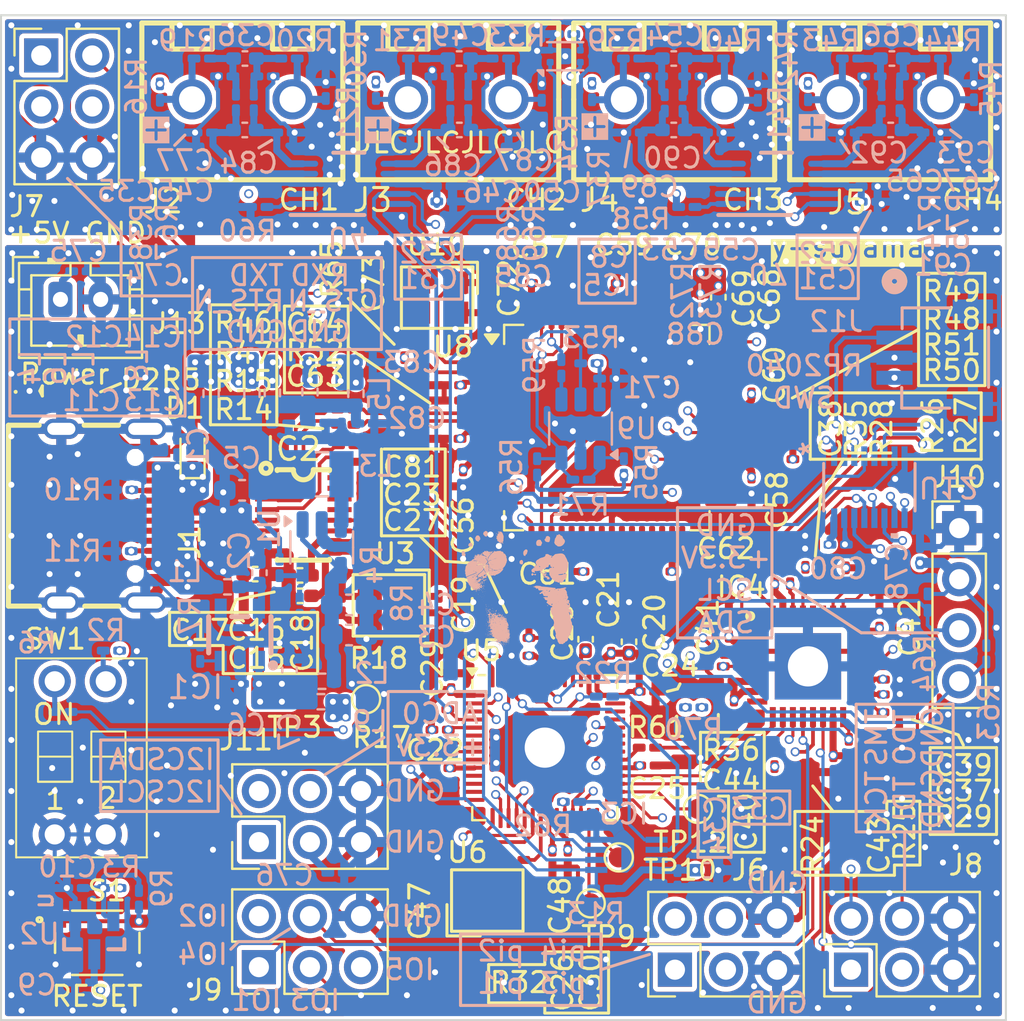
<source format=kicad_pcb>
(kicad_pcb (version 20241229) (generator "pcbnew") (generator_version "9.0")
  (layers (0 "F.Cu" mixed) (4 "In1.Cu" power) (6 "In2.Cu" signal) (8 "In3.Cu" signal) (10 "In4.Cu" power) (12 "In5.Cu" signal) (14 "In6.Cu" signal) (2 "B.Cu" mixed) (13 "F.Paste" user) (15 "B.Paste" user) (5 "F.SilkS" user "F.Silkscreen") (7 "B.SilkS" user "B.Silkscreen") (1 "F.Mask" user) (3 "B.Mask" user) (25 "Edge.Cuts" user))
  (net 0 "")
  (net 1 "Net-(J2-Pin_1)")
  (net 2 "Net-(J2-Pin_2)")
  (net 3 "Net-(J3-Pin_1)")
  (net 4 "Net-(J3-Pin_2)")
  (net 5 "Net-(J4-Pin_1)")
  (net 6 "Net-(J4-Pin_2)")
  (net 7 "Net-(J5-Pin_1)")
  (net 8 "Net-(J5-Pin_2)")
  (net 9 "QSPI_SD1")
  (net 10 "QSPI_SD2")
  (net 11 "QSPI_SS")
  (net 12 "QSPI_SD3")
  (net 13 "GND")
  (net 14 "+3.3V_D")
  (net 15 "QSPI_SD0")
  (net 16 "QSPI_SCLK")
  (net 21 "/JTAG Select/TMS_FT2232H")
  (net 22 "Net-(C65-Pad1)")
  (net 23 "/JTAG Select/TDI_FT2232H")
  (net 24 "Net-(U5-GPIO19)")
  (net 25 "Net-(U5-GPIO17)")
  (net 26 "JTAG_SEL0")
  (net 27 "/JTAG Select/TCK_FT2232H")
  (net 28 "/JTAG Select/TDO_FT2232H")
  (net 29 "Net-(U5-SWD)")
  (net 30 "VBUS_EXT")
  (net 31 "Net-(U5-GPIO16)")
  (net 32 "+3.3V_EXT")
  (net 33 "TDI{slash}SWDIO_PIN")
  (net 34 "TMS_PIN")
  (net 35 "Net-(J12-Pad3)")
  (net 36 "TDO_PIN")
  (net 37 "TCK_FPGA")
  (net 38 "TDO_FPGA")
  (net 39 "TMS_FPGA")
  (net 40 "TDI_FPGA")
  (net 41 "TCK{slash}SWCLK_PIN")
  (net 43 "Net-(U4-ADDR)")
  (net 44 "unconnected-(IC4-PT12C-Pad28)")
  (net 45 "Net-(U5-GPIO6)")
  (net 47 "Net-(J12-Pad1)")
  (net 48 "Net-(U5-SWCLK)")
  (net 49 "Net-(U9-DO)")
  (net 50 "Net-(U8-EEDATA)")
  (net 51 "RTS_N_PIN")
  (net 52 "CTS_N_PIN")
  (net 53 "RXD_PIN")
  (net 54 "TXD_PIN")
  (net 55 "RESET_N")
  (net 56 "VBUS")
  (net 58 "Net-(IC2-VDD18)")
  (net 59 "/D_N")
  (net 60 "USB_MCU+")
  (net 61 "Net-(IC2-XIN)")
  (net 62 "USB_FT2232H+")
  (net 63 "/D_P")
  (net 65 "Net-(IC2-VDD33)")
  (net 66 "USB_MCU-")
  (net 67 "Net-(IC2-XOUT)")
  (net 68 "USB_FT2232H-")
  (net 69 "Net-(U1-FB)")
  (net 70 "+3.3V")
  (net 71 "Net-(D1-A1)")
  (net 72 "Net-(D2-A)")
  (net 73 "Net-(IC1-EN)")
  (net 74 "Net-(J1-CC1)")
  (net 75 "Net-(J1-CC2)")
  (net 76 "Net-(U7-ADDR)")
  (net 77 "I2CSDA_OLED")
  (net 78 "I2CSCL_OLED")
  (net 79 "/RP2040_P")
  (net 80 "/RP2040_N")
  (net 81 "+3.3V_ADC")
  (net 82 "Net-(U4-AIN0)")
  (net 83 "Net-(U4-AIN1)")
  (net 84 "Net-(U5-QSPI_SCLK)")
  (net 85 "Net-(U5-XOUT)")
  (net 86 "Net-(U6-OSC2)")
  (net 87 "Net-(U4-AIN2)")
  (net 88 "Net-(U4-AIN3)")
  (net 89 "I2CSDA_ADC")
  (net 90 "Net-(U7-AIN0)")
  (net 91 "Net-(U7-AIN1)")
  (net 92 "SPI0_MISO")
  (net 93 "SPI0_CS_N")
  (net 94 "Net-(IC4-PT15C)")
  (net 95 "Net-(IC4-PT15D)")
  (net 96 "SPI0_MOSI")
  (net 97 "Net-(U7-AIN2)")
  (net 98 "Net-(U7-AIN3)")
  (net 99 "IRQ_FPGA")
  (net 100 "/FT2232H_N")
  (net 101 "Net-(U8-REF)")
  (net 102 "Net-(U8-EECS)")
  (net 103 "Net-(U8-EECLK)")
  (net 104 "Net-(U10-OSC2)")
  (net 105 "/FT2232H_P")
  (net 106 "+3.3V_FT2232H")
  (net 107 "Net-(U10-OSC)")
  (net 108 "Net-(U5-XIN)")
  (net 109 "Net-(R6-Pad1)")
  (net 110 "Net-(R9-Pad2)")
  (net 116 "CLK12M")
  (net 117 "Net-(IC1-SET)")
  (net 118 "Net-(U1-EN)")
  (net 119 "+3.3V_A_FT2232H")
  (net 125 "LogicAna1")
  (net 126 "+1.1V_MCU")
  (net 127 "LogicAna2")
  (net 128 "SPI0_CLK")
  (net 129 "LogicAna3")
  (net 130 "LogicAna4")
  (net 143 "Net-(U1-SW)")
  (net 145 "VCORE_FT2232H")
  (net 149 "FPGA_IO3")
  (net 150 "FPGA_IO2")
  (net 151 "FPGA_IO1")
  (net 152 "FPGA_IO4")
  (net 153 "FPGA_IO5")
  (net 161 "Net-(U9-CLK)")
  (net 162 "Net-(U5-GPIO22)")
  (net 164 "Net-(C54-Pad1)")
  (net 165 "Net-(C53-Pad1)")
  (net 166 "Net-(C35-Pad1)")
  (net 167 "Net-(C49-Pad1)")
  (net 168 "Net-(C46-Pad1)")
  (net 169 "Net-(C36-Pad1)")
  (net 170 "Net-(C66-Pad1)")
  (net 171 "EVBDET_N")
  (net 172 "I2CSCL_ADC")
  (footprint "Connector_PinHeader_2.54mm:PinHeader_2x03_P2.54mm_Vertical" (layer "F.Cu") (at 145.034 118.491 90)
    (property "Reference" "J6")
    (property "Value" "Conn_02x03_Odd_Even" (hide yes))
  )
  (footprint "Resistor_SMD:R_0201_0603Metric_Pad0.64x0.40mm_HandSolder" (layer "F.Cu") (at 154.305 98.9265 -90)
    (property "Reference" "R27")
    (property "Value" "4.7k")
  )
  (footprint "Capacitor_SMD:C_0201_0603Metric_Pad0.64x0.40mm_HandSolder" (layer "F.Cu") (at 146.304 85.2435 -90)
    (property "Reference" "C69")
    (property "Value" "0.1uF")
  )
  (footprint "Capacitor_SMD:C_0201_0603Metric_Pad0.64x0.40mm_HandSolder" (layer "F.Cu") (at 142.5695 84.328)
    (property "Reference" "C59")
    (property "Value" "0.1uF")
  )
  (footprint "Capacitor_SMD:C_0402_1005Metric_Pad0.74x0.62mm_HandSolder" (layer "F.Cu") (at 124.1465 98.806)
    (property "Reference" "C17")
    (property "Value" "10uF")
  )
  (footprint "WJ126V-5.0-2P:WJ126V-5.0-2P" (layer "F.Cu") (at 155.739 75.184 -90)
    (property "Reference" "J5")
    (property "Value" "WJ126V-5.0-2P" (hide yes))
  )
  (footprint "Capacitor_SMD:C_0402_1005Metric_Pad0.74x0.62mm_HandSolder" (layer "F.Cu") (at 126.379799 98.872 180)
    (property "Reference" "C16")
    (property "Value" "10uF")
  )
  (footprint "Connector_PinHeader_2.54mm:PinHeader_2x03_P2.54mm_Vertical" (layer "F.Cu") (at 124.333 112.141 90)
    (property "Reference" "J11")
    (property "Value" "Conn_02x03_Odd_Even")
  )
  (footprint "TestPoint:TestPoint_Pad_D1.0mm" (layer "F.Cu") (at 129.667 105.029)
    (property "Reference" "TP3")
    (property "Value" "TestPoint" (hide yes))
  )
  (footprint "Capacitor_SMD:C_0201_0603Metric_Pad0.64x0.40mm_HandSolder" (layer "F.Cu") (at 133.218 114.9615 -90)
    (property "Reference" "C47")
    (property "Value" "30pF")
  )
  (footprint "Capacitor_SMD:C_0402_1005Metric_Pad0.74x0.62mm_HandSolder" (layer "F.Cu") (at 142.748 102.1755 -90)
    (property "Reference" "C20")
    (property "Value" "1uF" (hide yes))
  )
  (footprint "Resistor_SMD:R_0201_0603Metric_Pad0.64x0.40mm_HandSolder" (layer "F.Cu") (at 128.7025 92.3927)
    (property "Reference" "R15")
    (property "Value" "30")
  )
  (footprint "LESD5D5-0CT1G:D_SOD-523" (layer "F.Cu") (at 121.031 92.772 90)
    (property "Reference" "D1")
    (property "Value" "LESD5D5-0CT1G" (hide yes))
  )
  (footprint "Capacitor_SMD:C_0201_0603Metric_Pad0.64x0.40mm_HandSolder" (layer "F.Cu") (at 137.3625 101.219 180)
    (property "Reference" "C81")
    (property "Value" "0.1uF")
  )
  (footprint "Connector_PinHeader_2.54mm:PinHeader_2x03_P2.54mm_Vertical" (layer "F.Cu") (at 124.333 118.364 90)
    (property "Reference" "J9")
    (property "Value" "Conn_02x03_Odd_Even" (hide yes))
  )
  (footprint "Capacitor_SMD:C_0201_0603Metric_Pad0.64x0.40mm_HandSolder" (layer "F.Cu") (at 133.275299 100.3235 90)
    (property "Reference" "C19")
    (property "Value" "30pF")
  )
  (footprint "Resistor_SMD:R_0201_0603Metric_Pad0.64x0.40mm_HandSolder" (layer "F.Cu") (at 155.7925 105.684 180)
    (property "Reference" "R29")
    (property "Value" "10k")
  )
  (footprint "Capacitor_SMD:C_0201_0603Metric_Pad0.64x0.40mm_HandSolder" (layer "F.Cu") (at 155.8175 104.057)
    (property "Reference" "C39")
    (property "Value" "0.1uF" (hide yes))
  )
  (footprint "Capacitor_SMD:C_0201_0603Metric_Pad0.64x0.40mm_HandSolder" (layer "F.Cu") (at 133.9585 89.408 180)
    (property "Reference" "C64")
    (property "Value" "0.1uF")
  )
  (footprint "Connector_JST:JST_PH_B2B-PH-K_1x02_P2.00mm_Vertical" (layer "F.Cu") (at 114.458 85.139)
    (property "Reference" "J13")
    (property "Value" "PH-2A")
  )
  (footprint "Capacitor_SMD:C_0201_0603Metric_Pad0.64x0.40mm_HandSolder" (layer "F.Cu") (at 147.97 105.4815 -90)
    (property "Reference" "C40")
    (property "Value" "0.1uF" (hide yes))
  )
  (footprint "RQ12000160:CRYSTAL-SMD_4P-L2.5-W2.0-BL" (layer "F.Cu") (at 133.202 85.05 180)
    (property "Reference" "U10")
    (property "Value" "RQ12000160" (hide yes))
  )
  (footprint "TestPoint:TestPoint_Pad_D1.0mm" (layer "F.Cu") (at 146.177 110.49)
    (property "Reference" "TP12")
    (property "Value" "TestPoint" (hide yes))
  )
  (footprint "Capacitor_SMD:C_0201_0603Metric_Pad0.64x0.40mm_HandSolder" (layer "F.Cu") (at 139.7 112.9545 -90)
    (property "Reference" "C30")
    (property "Value" "0.1uF" (hide yes))
  )
  (footprint "Capacitor_SMD:C_0201_0603Metric_Pad0.64x0.40mm_HandSolder" (layer "F.Cu") (at 133.899 104.147 90)
    (property "Reference" "C29")
    (property "Value" "0.1uF" (hide yes))
  )
  (footprint "WJ126V-5.0-2P:WJ126V-5.0-2P" (layer "F.Cu") (at 144.995 75.184 -90)
    (property "Reference" "J4")
    (property "Value" "WJ126V-5.0-2P" (hide yes))
  )
  (footprint "Capacitor_SMD:C_0402_1005Metric_Pad0.74x0.62mm_HandSolder" (layer "F.Cu") (at 126.379799 99.888 180)
    (property "Reference" "C15")
    (property "Value" "10uF")
  )
  (footprint "Capacitor_SMD:C_0201_0603Metric_Pad0.64x0.40mm_HandSolder" (layer "F.Cu") (at 133.4255 108.458 180)
    (property "Reference" "C22")
    (property "Value" "0.1uF" (hide yes))
  )
  (footprint "Capacitor_SMD:C_0201_0603Metric_Pad0.64x0.40mm_HandSolder" (layer "F.Cu") (at 134.493 94.0315 -90)
    (property "Reference" "C56")
    (property "Value" "0.1uF")
  )
  (footprint "Resistor_SMD:R_0201_0603Metric_Pad0.64x0.40mm_HandSolder" (layer "F.Cu") (at 153.5315 98.9015 -90)
    (property "Reference" "R26")
    (property "Value" "4.7k")
  )
  (footprint "Capacitor_SMD:C_0201_0603Metric_Pad0.64x0.40mm_HandSolder" (layer "F.Cu") (at 144.4745 98.679 180)
    (property "Reference" "C62")
    (property "Value" "0.1uF" (hide yes))
  )
  (footprint "Capacitor_SMD:C_0201_0603Metric_Pad0.64x0.40mm_HandSolder" (layer "F.Cu") (at 155.8105 104.795)
    (property "Reference" "C37")
    (property "Value" "0.1uF" (hide yes))
  )
  (footprint "Resistor_SMD:R_0201_0603Metric_Pad0.64x0.40mm_HandSolder" (layer "F.Cu") (at 133.35 106.553)
    (property "Reference" "R17")
    (property "Value" "2.2k")
  )
  (footprint "Capacitor_SMD:C_0201_0603Metric_Pad0.64x0.40mm_HandSolder" (layer "F.Cu") (at 150.002 98.8775 90)
    (property "Reference" "C38")
    (property "Value" "0.1uF" (hide yes))
  )
  (footprint "GT-USB-7010ASV:USB-C-SMD_G-SWITCH_GT-USB-7010ASV" (layer "F.Cu") (at 116.9 95.9 -90)
    (property "Reference" "J1")
    (property "Value" "GT-USB-7010ASV" (hide yes))
  )
  (footprint "Capacitor_SMD:C_0201_0603Metric_Pad0.64x0.40mm_HandSolder" (layer "F.Cu") (at 155.209 101.0855 90)
    (property "Reference" "C42")
    (property "Value" "0.1uF" (hide yes))
  )
  (footprint "TestPoint:TestPoint_Pad_D1.0mm" (layer "F.Cu") (at 140.843 115.189)
    (property "Reference" "TP9")
    (property "Value" "TestPoint")
  )
  (footprint "Capacitor_SMD:C_0201_0603Metric_Pad0.64x0.40mm_HandSolder" (layer "F.Cu") (at 141.859 102.3355 90)
    (property "Reference" "C21")
    (property "Value" "0.1uF" (hide yes))
  )
  (footprint "SKRPACE010:SW_SKRPACE010" (layer "F.Cu") (at 116.289 117.153)
    (property "Reference" "S1")
    (property "Value" "SKRPACE010")
  )
  (footprint "Capacitor_SMD:C_0201_0603Metric_Pad0.64x0.40mm_HandSolder" (layer "F.Cu") (at 133.9335 92.075 180)
    (property "Reference" "C63")
    (property "Value" "0.1uF")
  )
  (footprint "Resistor_SMD:R_0201_0603Metric_Pad0.64x0.40mm_HandSolder" (layer "F.Cu") (at 128.7025 93.218)
    (property "Reference" "R14")
    (property "Value" "30")
  )
  (footprint "Resistor_SMD:R_0201_0603Metric_Pad0.64x0.40mm_HandSolder" (layer "F.Cu") (at 143.6635 107.442)
    (property "Reference" "R61")
    (property "Value" "30")
  )
  (footprint "Capacitor_SMD:C_0201_0603Metric_Pad0.64x0.40mm_HandSolder" (layer "F.Cu") (at 137.3625 101.981 180)
    (property "Reference" "C23")
    (property "Value" "0.1uF" (hide yes))
  )
  (footprint "Resistor_SMD:R_0201_0603Metric_Pad0.64x0.40mm_HandSolder" (layer "F.Cu") (at 150.764 98.8775 90)
    (property "Reference" "R35")
    (property "Value" "2.2k")
  )
  (footprint "Resistor_SMD:R_0201_0603Metric_Pad0.64x0.40mm_HandSolder" (layer "F.Cu") (at 150.495 90.805 180)
    (property "Reference" "R49")
    (property "Value" "10k")
  )
  (footprint "Package_QFP:LQFP-64_10x10mm_P0.5mm" (layer "F.Cu") (at 141.645 91.515)
    (property "Reference" "U8")
    (property "Value" "FT2232HL" (hide yes))
  )
  (footprint "Connector_PinHeader_2.54mm:PinHeader_2x03_P2.54mm_Vertical" (layer "F.Cu") (at 153.797 118.491 90)
    (property "Reference" "J8")
    (property "Value" "Conn_02x03_Odd_Even" (hide yes))
  )
  (footprint "Capacitor_SMD:C_0201_0603Metric_Pad0.64x0.40mm_HandSolder" (layer "F.Cu") (at 148.844 94.3875 -90)
    (property "Reference" "C58")
    (property "Value" "0.1uF")
  )
  (footprint "Capacitor_SMD:C_0201_0603Metric_Pad0.64x0.40mm_HandSolder" (layer "F.Cu") (at 147.716 101.493 90)
    (property "Reference" "C41")
    (property "Value" "0.1uF" (hide yes))
  )
  (footprint "Capacitor_SMD:C_0201_0603Metric_Pad0.64x0.40mm_HandSolder" (layer "F.Cu") (at 138.303 84.328)
    (property "Reference" "C57")
    (property "Value" "0.1uF")
  )
  (footprint "Resistor_SMD:R_0201_0603Metric_Pad0.64x0.40mm_HandSolder" (layer "F.Cu") (at 151.526 98.8775 -90)
    (property "Reference" "R28")
    (property "Value" "2.2k")
  )
  (footprint "Capacitor_SMD:C_0201_0603Metric_Pad0.64x0.40mm_HandSolder" (layer "F.Cu") (at 138.044 115.0105 -90)
    (property "Reference" "C48")
    (property "Value" "30pF")
  )
  (footprint "LCMXO2-1200HC-4SG32I:QFN50P500X500X60-33N_handsolder" (layer "F.Cu") (at 151.653 103.398)
    (property "Reference" "IC4")
    (property "Value" "LCMXO2-1200HC-4SG32I" (hide yes))
  )
  (footprint "Resistor_SMD:R_0201_0603Metric_Pad0.64x0.40mm_HandSolder" (layer "F.Cu") (at 133.3235 105.537)
    (property "Reference" "R18")
    (property "Value" "2.2k")
  )
  (footprint "Capacitor_SMD:C_0201_0603Metric_Pad0.64x0.40mm_HandSolder" (layer "F.Cu") (at 135.763 85.1415 90)
    (property "Reference" "C72")
    (property "Value" "30pF")
  )
  (footprint "WJ126V-5.0-2P:WJ126V-5.0-2P" (layer "F.Cu") (at 134.251 75.184 -90)
    (property "Reference" "J3")
    (property "Value" "WJ126V-5.0-2P" (hide yes))
  )
  (footprint "Connector_PinHeader_2.54mm:PinHeader_2x03_P2.54mm_Vertical" (layer "F.Cu") (at 113.5 73)
    (property "Reference" "J7")
    (property "Value" "Conn_02x03_Odd_Even" (hide yes))
  )
  (footprint "LOGO:FlexLogicMini_Logo" (layer "F.Cu") (at 121.190388 109.089259 90)
    (property "Reference" "G***" (hide yes))
    (property "Value" "LOGO" (hide yes))
  )
  (footprint "Resistor_SMD:R_0201_0603Metric_Pad0.64x0.40mm_HandSolder" (layer "F.Cu") (at 137.1085 113.03)
    (property "Reference" "R32")
    (property "Value" "30")
  )
  (footprint "Capacitor_SMD:C_0201_0603Metric_Pad0.64x0.40mm_HandSolder" (layer "F.Cu") (at 143.6885 108.331)
    (property "Reference" "C25")
    (property "Value" "0.1uF" (hide yes))
  )
  (footprint "Resistor_SMD:R_0201_0603Metric_Pad0.64x0.40mm_HandSolder" (layer "F.Cu") (at 150.495 91.567 180)
    (property "Reference" "R48")
    (property "Value" "10k")
  )
  (footprint "Resistor_SMD:R_0201_0603Metric_Pad0.64x0.40mm_HandSolder" (layer "F.Cu") (at 131.572 87.63 90)
    (property "Reference" "R65")
    (property "Value" "0")
  )
  (footprint "Resistor_SMD:R_0201_0603Metric_Pad0.64x0.40mm_HandSolder" (layer "F.Cu") (at 153.685 107.4355 90)
    (property "Reference" "R25")
    (property "Value" "10k")
  )
  (footprint "Resistor_SMD:R_0201_0603Metric_Pad0.64x0.40mm_HandSolder" (layer "F.Cu") (at 147.0295 103.398 180)
    (property "Reference" "R36")
    (property "Value" "4.7k")
  )
  (footprint "Resistor_SMD:R_0201_0603Metric_Pad0.64x0.40mm_HandSolder" (layer "F.Cu") (at 150.495 93.091 180)
    (property "Reference" "R50")
    (property "Value" "10k")
  )
  (footprint "LED_SMD:LED_0402_1005Metric_Pad0.77x0.64mm_HandSolder" (layer "F.Cu") (at 113.4935 89.739)
    (property "Reference" "D2")
    (property "Value" "XL-1005UBC" (hide yes))
  )
  (footprint "SL2.1s:SSOP-16_L4.6-W2.6-P0.53-LS4.0-BL" (layer "F.Cu") (at 126.544299 95.863 -90)
    (property "Reference" "IC2")
    (property "Value" "SL2.1s" (hide yes))
  )
  (footprint "Resistor_SMD:R_0201_0603Metric_Pad0.64x0.40mm_HandSolder" (layer "F.Cu") (at 149.987 107.9765 90)
    (property "Reference" "R24")
    (property "Value" "10k")
  )
  (footprint "RQ12000160:CRYSTAL-SMD_4P-L2.5-W2.0-BL" (layer "F.Cu") (at 130.801299 100.362 180)
    (property "Reference" "U3")
    (property "Value" "RQ12000160" (hide yes))
  )
  (footprint "DSWB02LHGETB:DSWB02LHGETB" (layer "F.Cu") (at 119.393 99.13)
    (property "Reference" "SW1")
    (property "Value" "DSWB02LHGETB")
  )
  (footprint "Capacitor_SMD:C_0201_0603Metric_Pad0.64x0.40mm_HandSolder" (layer "F.Cu") (at 140.8695 98.679)
    (property "Reference" "C61")
    (property "Value" "0.1uF")
  )
  (footprint "Capacitor_SMD:C_0402_1005Metric_Pad0.74x0.62mm_HandSolder" (layer "F.Cu") (at 140.589 102.0485 -90)
    (property "Reference" "C28")
    (property "Value" "1uF" (hide yes))
  )
  (footprint "Capacitor_SMD:C_0201_0603Metric_Pad0.64x0.40mm_HandSolder" (layer "F.Cu") (at 143.6635 104.648)
    (property "Reference" "C24")
    (property "Value" "0.1uF" (hide yes))
  )
  (footprint "Capacitor_SMD:C_0201_0603Metric_Pad0.64x0.40mm_HandSolder" (layer "F.Cu") (at 144.6015 84.328 180)
    (property "Reference" "C70")
    (property "Value" "0.1uF")
  )
  (footprint "Resistor_SMD:R_0201_0603Metric_Pad0.64x0.40mm_HandSolder" (layer "F.Cu") (at 115.4905 89.739 180)
    (property "Reference" "R5")
    (property "Value" "4.7k")
  )
  (footprint "Capacitor_SMD:C_0201_0603Metric_Pad0.64x0.40mm_HandSolder" (layer "F.Cu") (at 128.454299 100.3235 90)
    (property "Reference" "C18")
    (property "Value" "30pF")
  )
  (footprint "Capacitor_SMD:C_0201_0603Metric_Pad0.64x0.40mm_HandSolder" (layer "F.Cu") (at 148.844 89.4345 90)
    (property "Reference" "C60")
    (property "Value" "0.1uF")
  )
  (footprint "WJ126V-5.0-2P:WJ126V-5.0-2P" (layer "F.Cu") (at 123.507 75.184 -90)
    (property "Reference" "J2")
    (property "Value" "WJ126V-5.0-2P" (hide yes))
  )
  (footprint "Capacitor_SMD:C_0201_0603Metric_Pad0.64x0.40mm_HandSolder" (layer "F.Cu") (at 152.923 108.2505 -90)
    (property "Reference" "C43")
    (property "Value" "0.1uF" (hide yes))
  )
  (footprint "Capacitor_SMD:C_0201_0603Metric_Pad0.64x0.40mm_HandSolder" (layer "F.Cu") (at 137.3625 102.87 180)
    (property "Reference" "C27")
    (property "Value" "0.1uF" (hide yes))
  )
  (footprint "Capacitor_SMD:C_0201_0603Metric_Pad0.64x0.40mm_HandSolder" (layer "F.Cu") (at 138.938 112.9545 -90)
    (property "Reference" "C26")
    (property "Value" "0.1uF" (hide yes))
  )
  (footprint "Resistor_SMD:R_0201_0603Metric_Pad0.64x0.40mm_HandSolder" (layer "F.Cu") (at 128.651799 91.3767)
    (property "Reference" "R47")
    (property "Value" "30")
  )
  (footprint "TestPoint:TestPoint_Pad_D1.0mm" (layer "F.Cu") (at 142.24 112.903)
    (property "Reference" "TP10")
    (property "Value" "TestPoint")
  )
  (footprint "Resistor_SMD:R_0201_0603Metric_Pad0.64x0.40mm_HandSolder" (layer "F.Cu") (at 150.495 92.329 180)
    (property "Reference" "R51")
    (property "Value" "10k")
  )
  (footprint "Capacitor_SMD:C_0402_1005Metric_Pad0.74x0.62mm_HandSolder" (layer "F.Cu") (at 147.193 85.0305 -90)
    (property "Reference" "C68")
    (property "Value" "10uF")
  )
  (footprint "RQ12000160:CRYSTAL-SMD_4P-L2.5-W2.0-BL" (layer "F.Cu") (at 135.697 115.05)
    (property "Reference" "U6")
    (property "Value" "RQ12000160" (hide yes))
  )
  (footprint "Resistor_SMD:R_0201_0603Metric_Pad0.64x0.40mm_HandSolder" (layer "F.Cu") (at 128.651799 90.6147)
    (property "Reference" "R46")
    (property "Value" "30")
  )
  (footprint "Resistor_SMD:R_0201_0603Metric_Pad0.64x0.40mm_HandSolder" (layer "F.Cu") (at 133.9585 90.17 180)
    (property "Reference" "R52")
    (property "Value" "12k")
  )
  (footprint "Capacitor_SMD:C_0201_0603Metric_Pad0.64x0.40mm_HandSolder" (layer "F.Cu") (at 130.937 85.1165 90)
    (property "Reference" "C73")
    (property "Value" "30pF" (hide yes))
  )
  (footprint "Capacitor_SMD:C_0201_0603Metric_Pad0.64x0.40mm_HandSolder" (layer "F.Cu") (at 147.5625 104.16 180)
    (property "Reference" "C44")
    (property "Value" "0.1uF" (hide yes))
  )
  (footprint "Connector_PinHeader_2.54mm:PinHeader_1x04_P2.54mm_Vertical" (layer "F.Cu") (at 159.177 96.52)
    (property "Reference" "J10")
    (property "Value" "Conn_01x04" (hide yes))
  )
  (footprint "RP2040:QFN-56-1EP_7x7mm_P0.4mm_EP3.2x3.2mm_handsolder" (layer "F.Cu") (at 138.557 107.442)
    (property "Reference" "U5")
    (property "Value" "RP2040" (hide yes))
  )
  (footprint "Resistor_SMD:R_0402_1005Metric_Pad0.72x0.64mm_HandSolder" (layer "B.Cu") (at 121.954225 89.8265 90)
    (property "Reference" "L4")
    (property "Value" "HCB1005KF-121T20" (hide yes))
  )
  (footprint "Resistor_SMD:R_0201_0603Metric_Pad0.64x0.40mm_HandSolder" (layer "B.Cu") (at 138.408 74.8215 90)
    (property "Reference" "R34")
    (property "Value" "1M")
  )
  (footprint "Capacitor_SMD:C_0603_1608Metric_Pad1.08x0.95mm_HandSolder" (layer "B.Cu") (at 123.4955 94.639 180)
    (property "Reference" "C5")
    (property "Value" "22uF" (hide yes))
  )
  (footprint "Capacitor_SMD:C_0201_0603Metric_Pad0.64x0.40mm_HandSolder" (layer "B.Cu") (at 141.6925 89.08)
    (property "Reference" "C71")
    (property "Value" "0.1uF")
  )
  (footprint "Resistor_SMD:R_0201_0603Metric_Pad0.64x0.40mm_HandSolder" (layer "B.Cu") (at 144.526 75.3625 -90)
    (property "Reference" "R72")
    (property "Value" "240")
  )
  (footprint "Resistor_SMD:R_0201_0603Metric_Pad0.64x0.40mm_HandSolder" (layer "B.Cu") (at 119.408 74.8215 -90)
    (property "Reference" "R16")
    (property "Value" "1M")
  )
  (footprint "Capacitor_SMD:C_0402_1005Metric_Pad0.74x0.62mm_HandSolder" (layer "B.Cu") (at 144.9745 73.152 180)
    (property "Reference" "C54")
    (property "Value" "1uF")
  )
  (footprint "Capacitor_SMD:C_0201_0603Metric_Pad0.64x0.40mm_HandSolder" (layer "B.Cu") (at 125.409725 91.313)
    (property "Reference" "C11")
    (property "Value" "0.1uF")
  )
  (footprint "Capacitor_SMD:C_0201_0603Metric_Pad0.64x0.40mm_HandSolder" (layer "B.Cu") (at 127.225225 88.2275)
    (property "Reference" "C14")
    (property "Value" "0.1uF")
  )
  (footprint "Resistor_SMD:R_0201_0603Metric_Pad0.64x0.40mm_HandSolder" (layer "B.Cu") (at 117.014999 114.427 180)
    (property "Reference" "R3")
    (property "Value" "10k")
  )
  (footprint "Resistor_SMD:R_0402_1005Metric_Pad0.72x0.64mm_HandSolder" (layer "B.Cu") (at 122.7715 99.441)
    (property "Reference" "L1")
    (property "Value" "HCB1005KF-121T20" (hide yes))
  )
  (footprint "ADS1115IDGSR:DGS0010A_M" (layer "B.Cu") (at 128.832998 79.389001)
    (property "Reference" "U4")
    (property "Value" "ADS1115IDGSR")
  )
  (footprint "Capacitor_SMD:C_0201_0603Metric_Pad0.64x0.40mm_HandSolder" (layer "B.Cu") (at 129.5915 88.265)
    (property "Reference" "C83")
    (property "Value" "0.1uF")
  )
  (footprint "Resistor_SMD:R_0201_0603Metric_Pad0.64x0.40mm_HandSolder" (layer "B.Cu") (at 147.0395 73.152 180)
    (property "Reference" "R40")
    (property "Value" "240")
  )
  (footprint "Capacitor_SMD:C_0201_0603Metric_Pad0.64x0.40mm_HandSolder" (layer "B.Cu") (at 154.7125 80.278001)
    (property "Reference" "C51")
    (property "Value" "0.1uF")
  )
  (footprint "Resistor_SMD:R_0201_0603Metric_Pad0.64x0.40mm_HandSolder" (layer "B.Cu") (at 138.176 93.472 90)
    (property "Reference" "R56")
    (property "Value" "10k")
  )
  (footprint "Capacitor_SMD:C_0201_0603Metric_Pad0.64x0.40mm_HandSolder" (layer "B.Cu") (at 135.2815 74.041)
    (property "Reference" "C50")
    (property "Value" "0.1uF")
  )
  (footprint "Resistor_SMD:R_0201_0603Metric_Pad0.64x0.40mm_HandSolder" (layer "B.Cu") (at 140.7505 88.318 180)
    (property "Reference" "R53")
    (property "Value" "10k")
  )
  (footprint "Resistor_SMD:R_0201_0603Metric_Pad0.64x0.40mm_HandSolder" (layer "B.Cu") (at 127.658 74.7315 90)
    (property "Reference" "R21")
    (property "Value" "1M")
  )
  (footprint "Capacitor_SMD:C_0402_1005Metric_Pad0.74x0.62mm_HandSolder" (layer "B.Cu") (at 125.857 103.5725 90)
    (property "Reference" "C7")
    (property "Value" "10uF")
  )
  (footprint "MT9700:SOT-23-5_L3.0-W1.7-P0.95-LS2.8-BR" (layer "B.Cu") (at 123.383 101.824 -90)
    (property "Reference" "IC1")
    (property "Value" "MT9700" (hide yes))
  )
  (footprint "Capacitor_SMD:C_0201_0603Metric_Pad0.64x0.40mm_HandSolder" (layer "B.Cu") (at 115.4255 83.739)
    (property "Reference" "C75")
    (property "Value" "0.1uF")
  )
  (footprint "Resistor_SMD:R_0201_0603Metric_Pad0.64x0.40mm_HandSolder" (layer "B.Cu") (at 118.364 114.9615 -90)
    (property "Reference" "R9")
    (property "Value" "30")
  )
  (footprint "Capacitor_SMD:C_0201_0603Metric_Pad0.64x0.40mm_HandSolder" (layer "B.Cu") (at 115.183999 114.427 180)
    (property "Reference" "C10")
    (property "Value" "0.1uF")
  )
  (footprint "Capacitor_SMD:C_0402_1005Metric_Pad0.74x0.62mm_HandSolder" (layer "B.Cu") (at 146.6175 113.538 180)
    (property "Reference" "C33")
    (property "Value" "1uF")
  )
  (footprint "Capacitor_SMD:C_0201_0603Metric_Pad0.64x0.40mm_HandSolder" (layer "B.Cu") (at 122.6305 74.041 180)
    (property "Reference" "C35")
    (property "Value" "0.1uF")
  )
  (footprint "Resistor_SMD:R_0201_0603Metric_Pad0.64x0.40mm_HandSolder" (layer "B.Cu") (at 133.858 75.3625 -90)
    (property "Reference" "R68")
    (property "Value" "240")
  )
  (footprint "Resistor_SMD:R_0201_0603Metric_Pad0.64x0.40mm_HandSolder" (layer "B.Cu") (at 140.908 74.7965 -90)
    (property "Reference" "R37")
    (property "Value" "1M")
  )
  (footprint "W25Q16JVUXiQ:SON50P300X200X60-9N_handsolder" (layer "B.Cu") (at 142.621 112.776)
    (property "Reference" "IC3")
    (property "Value" "W25Q16JVUXIQ" (hide yes))
  )
  (footprint "Resistor_SMD:R_0201_0603Metric_Pad0.64x0.40mm_HandSolder" (layer "B.Cu") (at 124.3255 80.539 180)
    (property "Reference" "R60")
    (property "Value" "10k")
  )
  (footprint "Capacitor_SMD:C_0201_0603Metric_Pad0.64x0.40mm_HandSolder" (layer "B.Cu") (at 145.161 113.9705 -90)
    (property "Reference" "C34")
    (property "Value" "0.1uF")
  )
  (footprint "Capacitor_SMD:C_0402_1005Metric_Pad0.74x0.62mm_HandSolder" (layer "B.Cu") (at 123.6305 76.708 180)
    (property "Reference" "C74")
    (property "Value" "1uF")
  )
  (footprint "Resistor_SMD:R_0402_1005Metric_Pad0.72x0.64mm_HandSolder" (layer "B.Cu") (at 127.4705 104.14)
    (property "Reference" "L2")
    (property "Value" "HCB1005KF-121T20" (hide yes))
  )
  (footprint "Capacitor_SMD:C_0201_0603Metric_Pad0.64x0.40mm_HandSolder" (layer "B.Cu") (at 136.3465 76.835)
    (property "Reference" "C87")
    (property "Value" "0.1uF")
  )
  (footprint "Capacitor_SMD:C_0201_0603Metric_Pad0.64x0.40mm_HandSolder" (layer "B.Cu") (at 156.7695 74.041)
    (property "Reference" "C67")
    (property "Value" "0.1uF" (hide yes))
  )
  (footprint "Capacitor_SMD:C_0402_1005Metric_Pad0.74x0.62mm_HandSolder" (layer "B.Cu") (at 134.3065 76.708 180)
    (property "Reference" "C85")
    (property "Value" "1uF")
  )
  (footprint "FTC252012S1R5MBCA:FTC252012S1R5MBCA" (layer "B.Cu") (at 127.467 93.839 180)
    (property "Reference" "L3")
    (property "Value" "1.5uH" (hide yes))
  )
  (footprint "Resistor_SMD:R_0201_0603Metric_Pad0.64x0.40mm_HandSolder" (layer "B.Cu") (at 130.158 74.7315 -90)
    (property "Reference" "R30")
    (property "Value" "1M")
  )
  (footprint "Capacitor_SMD:C_0201_0603Metric_Pad0.64x0.40mm_HandSolder" (layer "B.Cu") (at 143.9665 74.041 180)
    (property "Reference" "C53")
    (property "Value" "0.1uF")
  )
  (footprint "Capacitor_SMD:C_0201_0603Metric_Pad0.64x0.40mm_HandSolder" (layer "B.Cu") (at 139.5905 71.939 180)
    (property "Reference" "C8")
    (property "Value" "0.1uF")
  )
  (footprint "Capacitor_SMD:C_0201_0603Metric_Pad0.64x0.40mm_HandSolder" (layer "B.Cu") (at 147.0145 76.835)
    (property "Reference" "C90")
    (property "Value" "0.1uF")
  )
  (footprint "ADS1115IDGSR:DGS0010A_M" (layer "B.Cu") (at 150.114 79.389001)
    (property "Reference" "U7")
    (property "Value" "ADS1115IDGSR")
  )
  (footprint "1.0-3PWB:1.0-3PWB" (layer "B.Cu") (at 158.058 88.639001 -90)
    (property "Reference" "J12")
    (property "Value" "1.0-3PWB")
  )
  (footprint "Resistor_SMD:R_0402_1005Metric_Pad0.72x0.64mm_HandSolder" (layer "B.Cu") (at 125.002225 89.789 90)
    (property "Reference" "L7")
    (property "Value" "HCB1005KF-121T20" (hide yes))
  )
  (footprint "Resistor_SMD:R_0201_0603Metric_Pad0.64x0.40mm_HandSolder" (layer "B.Cu") (at 157.607 100.203 -90)
    (property "Reference" "R64")
    (property "Value" "2.2k")
  )
  (footprint "Resistor_SMD:R_0201_0603Metric_Pad0.64x0.40mm_HandSolder" (layer "B.Cu") (at 153.7705 73.152)
    (property "Reference" "R43")
    (property "Value" "240")
  )
  (footprint "Capacitor_SMD:C_0603_1608Metric_Pad1.08x0.95mm_HandSolder" (layer "B.Cu") (at 128.8205 100.339)
    (property "Reference" "C4")
    (property "Value" "22uF" (hide yes))
  )
  (footprint "Resistor_SMD:R_0201_0603Metric_Pad0.64x0.40mm_HandSolder" (layer "B.Cu") (at 139.8905 110.139 180)
    (property "Reference" "R62")
    (property "Value" "100")
  )
  (footprint "Resistor_SMD:R_0201_0603Metric_Pad0.64x0.40mm_HandSolder" (layer "B.Cu") (at 134.747 75.3375 -90)
    (property "Reference" "R69")
    (property "Value" "240")
  )
  (footprint "Resistor_SMD:R_0201_0603Metric_Pad0.64x0.40mm_HandSolder" (layer "B.Cu") (at 139.38 88.5455 90)
    (property "Reference" "R59")
    (property "Value" "30")
  )
  (footprint "Capacitor_SMD:C_0201_0603Metric_Pad0.64x0.40mm_HandSolder" (layer "B.Cu") (at 132.2825 76.835 180)
    (property "Reference" "C86")
    (property "Value" "0.1uF")
  )
  (footprint "Package_TO_SOT_SMD:TSOT-23-5" (layer "B.Cu") (at 127.458 97.4765 -90)
    (property "Reference" "U1")
    (property "Value" "RT5752BHGJ5" (hide yes))
  )
  (footprint "Capacitor_SMD:C_0201_0603Metric_Pad0.64x0.40mm_HandSolder" (layer "B.Cu") (at 157.226 97.8415 90)
    (property "Reference" "C78")
    (property "Value" "0.1uF" (hide yes))
  )
  (footprint "Resistor_SMD:R_0201_0603Metric_Pad0.64x0.40mm_HandSolder" (layer "B.Cu") (at 149.158 74.8215 90)
    (property "Reference" "R41")
    (property "Value" "1M")
  )
  (footprint "Resistor_SMD:R_0201_0603Metric_Pad0.64x0.40mm_HandSolder" (layer "B.Cu") (at 116.9935 102.616 180)
    (property "Reference" "R2")
    (property "Value" "4.7k")
  )
  (footprint "Resistor_SMD:R_0201_0603Metric_Pad0.64x0.40mm_HandSolder" (layer "B.Cu") (at 142.494 93.472 90)
    (property "Reference" "R55")
    (property "Value" "10k")
  )
  (footprint "Capacitor_SMD:C_0402_1005Metric_Pad0.74x0.62mm_HandSolder" (layer "B.Cu") (at 124.358 98.739 90)
    (property "Reference" "C2")
    (property "Value" "10uF")
  )
  (footprint "Resistor_SMD:R_0201_0603Metric_Pad0.64x0.40mm_HandSolder" (layer "B.Cu") (at 123.19 75.3375 -90)
    (property "Reference" "R38")
    (property "Value" "240")
  )
  (footprint "Capacitor_SMD:C_0201_0603Metric_Pad0.64x0.40mm_HandSolder" (layer "B.Cu") (at 125.434725 88.265)
    (property "Reference" "C12")
    (property "Value" "0.1uF")
  )
  (footprint "Capacitor_SMD:C_0201_0603Metric_Pad0.64x0.40mm_HandSolder" (layer "B.Cu") (at 129.667 91.313)
    (property "Reference" "C82")
    (property "Value" "0.1uF")
  )
  (footprint "Resistor_SMD:R_0402_1005Metric_Pad0.72x0.64mm_HandSolder" (layer "B.Cu") (at 126.873 89.745225 90)
    (property "Reference" "L8")
    (property "Value" "HCB1005KF-121T20" (hide yes))
  )
  (footprint "Capacitor_SMD:C_0402_1005Metric_Pad0.74x0.62mm_HandSolder" (layer "B.Cu") (at 144.9745 76.708 180)
    (property "Reference" "C88")
    (property "Value" "1uF")
  )
  (footprint "Resistor_SMD:R_0201_0603Metric_Pad0.64x0.40mm_HandSolder" (layer "B.Cu") (at 155.321 75.3625 -90)
    (property "Reference" "R74")
    (property "Value" "240")
  )
  (footprint "Resistor_SMD:R_0201_0603Metric_Pad0.64x0.40mm_HandSolder" (layer "B.Cu") (at 156.21 75.3375 -90)
    (property "Reference" "R75")
    (property "Value" "240")
  )
  (footprint "Resistor_SMD:R_0201_0603Metric_Pad0.64x0.40mm_HandSolder" (layer "B.Cu") (at 160.528 102.7695 -90)
    (property "Reference" "R63")
    (property "Value" "2.2k")
  )
  (footprint "Resistor_SMD:R_0402_1005Metric_Pad0.72x0.64mm_HandSolder" (layer "B.Cu") (at 129.159 89.8265 90)
    (property "Reference" "L5")
    (property "Value" "HCB1005KF-121T20")
  )
  (footprint "LOGO:kanayui" (layer "B.Cu") (at 137.258 99.439 180)
    (property "Reference" "G***" (hide yes))
    (property "Value" "LOGO" (hide yes))
  )
  (footprint "Resistor_SMD:R_0201_0603Metric_Pad0.64x0.40mm_HandSolder" (layer "B.Cu") (at 142.875 73.152)
    (property "Reference" "R39")
    (property "Value" "240")
  )
  (footprint "Capacitor_SMD:C_0201_0603Metric_Pad0.64x0.40mm_HandSolder" (layer "B.Cu") (at 153.6435 76.835 180)
    (property "Reference" "C92")
    (property "Value" "0.1uF")
  )
  (footprint "Resistor_SMD:R_0201_0603Metric_Pad0.64x0.40mm_HandSolder" (layer "B.Cu") (at 151.658 74.7965 -90)
    (property "Reference" "R42")
    (property "Value" "1M")
  )
  (footprint "Capacitor_SMD:C_0201_0603Metric_Pad0.64x0.40mm_HandSolder" (layer "B.Cu") (at 133.5905 80.264)
    (property "Reference" "C31")
    (property "Value" "0.1uF")
  )
  (footprint "Capacitor_SMD:C_0201_0603Metric_Pad0.64x0.40mm_HandSolder" (layer "B.Cu") (at 115.591499 119.126 180)
    (property "Reference" "C9")
    (property "Value" "0.1uF")
  )
  (footprint "Capacitor_SMD:C_0201_0603Metric_Pad0.64x0.40mm_HandSolder" (layer "B.Cu") (at 123.9255 104.267 180)
    (property "Reference" "C6")
    (property "Value" "0.1uF" (hide yes))
  )
  (footprint "Resistor_SMD:R_0201_0603Metric_Pad0.64x0.40mm_HandSolder" (layer "B.Cu") (at 136.3465 73.152 180)
    (property "Reference" "R33")
    (property "Value" "240")
  )
  (footprint "Resistor_SMD:R_0201_0603Metric_Pad0.64x0.40mm_HandSolder" (layer "B.Cu") (at 145.6255 80.539)
    (property "Reference" "R58")
    (property "Value" "10k")
  )
  (footprint "Capacitor_SMD:C_0201_0603Metric_Pad0.64x0.40mm_HandSolder" (layer "B.Cu") (at 128.1695 113.665)
    (property "Reference" "C76")
    (property "Value" "0.1uF")
  )
  (footprint "Resistor_SMD:R_0201_0603Metric_Pad0.64x0.40mm_HandSolder" (layer "B.Cu") (at 125.358 98.4765 90)
    (property "Reference" "R4")
    (property "Value" "100k")
  )
  (footprint "Resistor_SMD:R_0201_0603Metric_Pad0.64x0.40mm_HandSolder" (layer "B.Cu") (at 145.9655 105.439 180)
    (property "Reference" "R70")
    (property "Value" "100")
  )
  (footprint "Resistor_SMD:R_0201_0603Metric_Pad0.64x0.40mm_HandSolder" (layer "B.Cu") (at 125.8305 73.152 180)
    (property "Reference" "R20")
    (property "Value" "240")
  )
  (footprint "TLV803SDBZR:DBZ0003A_N" (layer "B.Cu") (at 116.139001 116.773998 -90)
    (property "Reference" "U2")
    (property "Value" "TLV803SDBZR" (hide yes))
  )
  (footprint "Resistor_SMD:R_0201_0603Metric_Pad0.64x0.40mm_HandSolder" (layer "B.Cu") (at 159.908 74.7965 90)
    (property "Reference" "R45")
    (property "Value" "1M")
  )
  (footprint "Resistor_SMD:R_0201_0603Metric_Pad0.64x0.40mm_HandSolder" (layer "B.Cu") (at 132.1805 73.152)
    (property "Reference" "R31")
    (property "Value" "240")
  )
  (footprint "Capacitor_SMD:C_0402_1005Metric_Pad0.74x0.62mm_HandSolder" (layer "B.Cu") (at 155.7695 76.708 180)
    (property "Reference" "C91")
    (property "Value" "1uF")
  )
  (footprint "Capacitor_SMD:C_0201_0603Metric_Pad0.64x0.40mm_HandSolder" (layer "B.Cu") (at 127.250225 91.2755)
    (property "Reference" "C13")
    (property "Value" "0.1uF")
  )
  (footprint "Resistor_SMD:R_0201_0603Metric_Pad0.64x0.40mm_HandSolder" (layer "B.Cu") (at 121.412 102.743 90)
    (property "Reference" "R7")
    (property "Value" "3.6k")
  )
  (footprint "Capacitor_SMD:C_0201_0603Metric_Pad0.64x0.40mm_HandSolder" (layer "B.Cu") (at 154.8395 74.041 180)
    (property "Reference" "C65")
    (property "Value" "0.1uF")
  )
  (footprint "Capacitor_SMD:C_0402_1005Metric_Pad0.74x0.62mm_HandSolder" (layer "B.Cu") (at 155.829 73.152 180)
    (property "Reference" "C66")
    (property "Value" "1uF")
  )
  (footprint "Capacitor_SMD:C_0201_0603Metric_Pad0.64x0.40mm_HandSolder" (layer "B.Cu") (at 125.6295 76.835)
    (property "Reference" "C84")
    (property "Value" "0.1uF")
  )
  (footprint "Capacitor_SMD:C_0201_0603Metric_Pad0.64x0.40mm_HandSolder" (layer "B.Cu") (at 157.7855 76.835)
    (property "Reference" "C93")
    (property "Value" "0.1uF")
  )
  (footprint "Capacitor_SMD:C_0201_0603Metric_Pad0.64x0.40mm_HandSolder" (layer "B.Cu") (at 153.158 97.339)
    (property "Reference" "C80")
    (property "Value" "0.1uF")
  )
  (footprint "Resistor_SMD:R_0201_0603Metric_Pad0.64x0.40mm_HandSolder" (layer "B.Cu") (at 117.5755 97.663 180)
    (property "Reference" "R11")
    (property "Value" "5.1k" (hide yes))
  )
  (footprint "93LC56BT-I:93LC56BT-I" (layer "B.Cu") (at 140.335 91.567 90)
    (property "Reference" "U9")
    (property "Value" "93LC56BT-I")
  )
  (footprint "Resistor_SMD:R_0201_0603Metric_Pad0.64x0.40mm_HandSolder" (layer "B.Cu") (at 157.8345 73.152 180)
    (property "Reference" "R44")
    (property "Value" "240")
  )
  (footprint "Capacitor_SMD:C_0201_0603Metric_Pad0.64x0.40mm_HandSolder" (layer "B.Cu") (at 145.923 74.041)
    (property "Reference" "C55")
    (property "Value" "0.1uF")
  )
  (footprint "Capacitor_SMD:C_0201_0603Metric_Pad0.64x0.40mm_HandSolder" (layer "B.Cu") (at 133.5285 79.502)
    (property "Reference" "C32")
    (property "Value" "0.01uF")
  )
  (footprint "Capacitor_SMD:C_0201_0603Metric_Pad0.64x0.40mm_HandSolder" (layer "B.Cu") (at 142.9505 76.835 180)
    (property "Reference" "C89")
    (property "Value" "0.1uF")
  )
  (footprint "Resistor_SMD:R_0402_1005Metric_Pad0.72x0.64mm_HandSolder" (layer "B.Cu") (at 127.4185 105.156)
    (property "Reference" "L9")
    (property "Value" "HCB1005KF-121T20")
  )
  (footprint "Resistor_SMD:R_0201_0603Metric_Pad0.64x0.40mm_HandSolder" (layer "B.Cu") (at 141.5295 104.902 180)
    (property "Reference" "R22")
    (property "Value" "30")
  )
  (footprint "Capacitor_SMD:C_0402_1005Metric_Pad0.74x0.62mm_HandSolder" (layer "B.Cu") (at 134.2985 73.152 180)
    (property "Reference" "C49")
    (property "Value" "1uF")
  )
  (footprint "Capacitor_SMD:C_0402_1005Metric_Pad0.74x0.62mm_HandSolder" (layer "B.Cu") (at 123.6385 73.152 180)
    (property "Reference" "C36")
    (property "Value" "1uF")
  )
  (footprint "Capacitor_SMD:C_0201_0603Metric_Pad0.64x0.40mm_HandSolder" (layer "B.Cu") (at 124.6385 74.041)
    (property "Reference" "C45")
    (property "Value" "0.1uF")
  )
  (footprint "Capacitor_SMD:C_0201_0603Metric_Pad0.64x0.40mm_HandSolder" (layer "B.Cu") (at 120.269 92.456 90)
    (property "Reference" "C1")
    (property "Value" "0.1uF")
  )
  (footprint "Resistor_SMD:R_0201_0603Metric_Pad0.64x0.40mm_HandSolder" (layer "B.Cu") (at 114.5805 105.664)
    (property "Reference" "R6")
    (property "Value" "1k")
  )
  (footprint "Resistor_SMD:R_0201_0603Metric_Pad0.64x0.40mm_HandSolder" (layer "B.Cu") (at 145.415 75.3625 -90)
    (property "Reference" "R73")
    (property "Value" "240")
  )
  (footprint "Resistor_SMD:R_0201_0603Metric_Pad0.64x0.40mm_HandSolder" (layer "B.Cu") (at 117.602 94.615 180)
    (property "Reference" "R10")
    (property "Value" "5.1k" (hide yes))
  )
  (footprint "Resistor_SMD:R_0201_0603Metric_Pad0.64x0.40mm_HandSolder" (layer "B.Cu") (at 141.4025 114.451 180)
    (property "Reference" "R13")
    (property "Value" "10k")
  )
  (footprint "MTS4P:MTS4P" (layer "B.Cu") (at 139.573 73.039)
    (property "Reference" "IC5")
    (property "Value" "MTS4P")
  )
  (footprint "Resistor_SMD:R_0402_1005Metric_Pad0.72x0.64mm_HandSolder" (layer "B.Cu") (at 123.986225 89.8265 90)
    (property "Reference" "L6")
    (property "Value" "HCB1005KF-121T20" (hide yes))
  )
  (footprint "Capacitor_SMD:C_0201_0603Metric_Pad0.64x0.40mm_HandSolder" (layer "B.Cu") (at 133.2985 74.041 180)
    (property "Reference" "C46")
    (property "Value" "0.1uF")
  )
  (footprint "Resistor_SMD:R_0201_0603Metric_Pad0.64x0.40mm_HandSolder" (layer "B.Cu") (at 126.358 100.4465 90)
    (property "Reference" "R8")
    (property "Value" "22k")
  )
  (footprint "Capacitor_SMD:C_0201_0603Metric_Pad0.64x0.40mm_HandSolder" (layer "B.Cu") (at 154.7125 79.516001)
    (property "Reference" "C52")
    (property "Value" "0.01uF")
  )
  (footprint "Capacitor_SMD:C_0603_1608Metric_Pad1.08x0.95mm_HandSolder" (layer "B.Cu") (at 128.8205 101.839)
    (property "Reference" "C3")
    (property "Value" "22uF" (hide yes))
  )
  (footprint "Resistor_SMD:R_0201_0603Metric_Pad0.64x0.40mm_HandSolder" (layer "B.Cu") (at 121.5125 73.152)
    (property "Reference" "R19")
    (property "Value" "240")
  )
  (footprint "Resistor_SMD:R_0201_0603Metric_Pad0.64x0.40mm_HandSolder" (layer "B.Cu") (at 124.079 75.3375 -90)
    (property "Reference" "R67")
    (property "Value" "240")
  )
  (footprint "Resistor_SMD:R_0201_0603Metric_Pad0.64x0.40mm_HandSolder" (layer "B.Cu") (at 140.3615 94.107 180)
    (property "Reference" "R71")
    (property "Value" "2.2k")
  )
  (footprint "Capacitor_SMD:C_0201_0603Metric_Pad0.64x0.40mm_HandSolder" (layer "B.Cu") (at 121.6145 76.835 180)
    (property "Reference" "C77")
    (property "Value" "0.1uF")
  )
  (footprint "TMUX1574DYYR:SOT-23-THIN-16_DYY_TEX" (layer "B.Cu") (at 154.708002 94.48205 -90)
    (property "Reference" "U12")
    (property "Value" "TMUX1574DYYR" (hide yes))
  )
  (gr_line (start 138.557 117.602) (end 141.732 117.602) (stroke (width 0.15)) (layer "F.SilkS"))
  (gr_line (start 159.131 106.807) (end 159.385 107.315) (stroke (width 0.15)) (layer "F.SilkS"))
  (gr_line (start 133.604 98.171) (end 135.509 98.298) (stroke (width 0.15)) (layer "F.SilkS"))
  (gr_line (start 160.274 93.091) (end 160.274 89.789) (stroke (width 0.153)) (layer "F.SilkS"))
  (gr_line (start 125.603 89.789) (end 128.778 89.789) (stroke (width 0.15)) (layer "F.SilkS"))
  (gr_line (start 155.956 113.792) (end 155.956 113.284) (stroke (width 0.15)) (layer "F.SilkS"))
  (gr_line (start 151.892 109.347) (end 152.908 110.617) (stroke (width 0.15)) (layer "F.SilkS"))
  (gr_line (start 147.701 112.649) (end 149.479 112.649) (stroke (width 0.15)) (layer "F.SilkS"))
  (gr_line (start 157.156 83.839) (end 157.156 89.427) (stroke (width 0.15)) (layer "F.SilkS"))
  (gr_line (start 157.226 110.109) (end 155.575 110.109) (stroke (width 0.15)) (layer "F.SilkS"))
  (gr_line (start 125.222 85.4075) (end 125.222 91.3765) (stroke (width 0.15)) (layer "F.SilkS"))
  (gr_line (start 138.557 120.65) (end 138.557 120.142) (stroke (width 0.15)) (layer "F.SilkS"))
  (gr_line (start 125.603 85.471) (end 125.603 89.789) (stroke (width 0.15)) (layer "F.SilkS"))
  (gr_line (start 157.156 89.427) (end 160.458 89.427) (stroke (width 0.15)) (layer "F.SilkS"))
  (gr_line (start 152.019 97.917) (end 152.273 94.996) (stroke (width 0.15)) (layer "F.SilkS"))
  (gr_line (start 138.557 118.237) (end 138.557 117.602) (stroke (width 0.15)) (layer "F.SilkS"))
  (gr_line (start 132.334 96.901) (end 133.604 98.171) (stroke (width 0.15)) (layer "F.SilkS"))
  (gr_line (start 130.429 92.583) (end 130.429 96.901) (stroke (width 0.15)) (layer "F.SilkS"))
  (gr_line (start 133.604 96.901) (end 133.604 92.583) (stroke (width 0.15)) (layer "F.SilkS"))
  (gr_line (start 161.036 111.76) (end 161.036 107.442) (stroke (width 0.15)) (layer "F.SilkS"))
  (gr_line (start 156.845 106.045) (end 159.131 106.807) (stroke (width 0.15)) (layer "F.SilkS"))
  (gr_line (start 138.557 120.142) (end 135.763 120.142) (stroke (width 0.15)) (layer "F.SilkS"))
  (gr_line (start 155.956 113.284) (end 157.226 113.284) (stroke (width 0.15)) (layer "F.SilkS"))
  (gr_line (start 130.429 96.901) (end 133.604 96.901) (stroke (width 0.15)) (layer "F.SilkS"))
  (gr_line (start 149.479 112.649) (end 149.479 106.68) (stroke (width 0.15)) (layer "F.SilkS"))
  (gr_line (start 155.575 110.236) (end 155.575 110.617) (stroke (width 0.15)) (layer "F.SilkS"))
  (gr_line (start 119.888 102.362) (end 122.555 102.362) (stroke (width 0.15)) (layer "F.SilkS"))
  (gr_line (start 127.254 100.711) (end 119.888 100.711) (stroke (width 0.15)) (layer "F.SilkS"))
  (gr_line (start 155.575 110.109) (end 155.575 110.236) (stroke (width 0.15)) (layer "F.SilkS"))
  (gr_line (start 130.556 92.583) (end 133.604 92.583) (stroke (width 0.15)) (layer "F.SilkS"))
  (gr_line (start 157.156 86.633) (end 150.876 90.043) (stroke (width 0.153)) (layer "F.SilkS"))
  (gr_line (start 128.778 85.471) (end 125.603 85.471) (stroke (width 0.15)) (layer "F.SilkS"))
  (gr_line (start 157.734 107.442) (end 157.734 111.76) (stroke (width 0.15)) (layer "F.SilkS"))
  (gr_line (start 113.431 89.693) (end 113.558 89.439) (stroke (width 0.15)) (layer "F.SilkS"))
  (gr_line (start 151.003 113.792) (end 155.956 113.792) (stroke (width 0.15)) (layer "F.SilkS"))
  (gr_line (start 121.92 85.4075) (end 121.92 91.3765) (stroke (width 0.15)) (layer "F.SilkS"))
  (gr_line (start 157.734 111.76) (end 161.036 111.76) (stroke (width 0.15)) (layer "F.SilkS"))
  (gr_line (start 149.479 106.68) (end 146.304 106.68) (stroke (width 0.15)) (layer "F.SilkS"))
  (gr_line (start 121.92 85.4075) (end 125.222 85.4075) (stroke (width 0.15)) (layer "F.SilkS"))
  (gr_line (start 113.558 89.947) (end 113.431 89.693) (stroke (width 0.15)) (layer "F.SilkS"))
  (gr_line (start 123.19 100.076) (end 125.095 99.695) (stroke (width 0.15)) (layer "F.SilkS"))
  (gr_line (start 128.778 89.789) (end 128.778 85.471) (stroke (width 0.15)) (layer "F.SilkS"))
  (gr_line (start 119.888 100.711) (end 119.888 102.362) (stroke (width 0.15)) (layer "F.SilkS"))
  (gr_line (start 155.448 110.617) (end 151.003 110.617) (stroke (width 0.15)) (layer "F.SilkS"))
  (gr_line (start 151.003 110.617) (end 151.003 113.792) (stroke (width 0.15)) (layer "F.SilkS"))
  (gr_line (start 160.458 89.427) (end 160.458 83.839) (stroke (width 0.15)) (layer "F.SilkS"))
  (gr_line (start 141.732 120.65) (end 138.557 120.65) (stroke (width 0.15)) (layer "F.SilkS"))
  (gr_line (start 147.701 109.855) (end 147.701 112.649) (stroke (width 0.15)) (layer "F.SilkS"))
  (gr_line (start 145.288 104.267) (end 145.161 104.521) (stroke (width 0.15)) (layer "F.SilkS"))
  (gr_line (start 122.936 100.711) (end 123.19 100.076) (stroke (width 0.15)) (layer "F.SilkS"))
  (gr_line (start 141.732 117.602) (end 141.732 120.65) (stroke (width 0.15)) (layer "F.SilkS"))
  (gr_line (start 116.458 89.739) (end 117.444 89.325) (stroke (width 0.15)) (layer "F.SilkS"))
  (gr_line (start 157.226 113.284) (end 157.226 110.109) (stroke (width 0.15)) (layer "F.SilkS"))
  (gr_line (start 152.273 94.996) (end 153.416 93.091) (stroke (width 0.15)) (layer "F.SilkS"))
  (gr_line (start 127.254 103.759) (end 127.254 100.711) (stroke (width 0.15)) (layer "F.SilkS"))
  (gr_line (start 135.509 98.298) (end 136.652 100.711) (stroke (width 0.15)) (layer "F.SilkS"))
  (gr_line (start 160.274 89.789) (end 151.765 89.789) (stroke (width 0.153)) (layer "F.SilkS"))
  (gr_line (start 147.193 106.553) (end 147.193 105.791) (stroke (width 0.15)) (layer "F.SilkS"))
  (gr_line (start 113.558 89.439) (end 113.558 89.947) (stroke (width 0.15)) (layer "F.SilkS"))
  (gr_line (start 161.036 107.442) (end 157.734 107.442) (stroke (width 0.15)) (layer "F.SilkS"))
  (gr_line (start 151.765 89.789) (end 151.765 93.091) (stroke (width 0.153)) (layer "F.SilkS"))
  (gr_line (start 145.161 104.521) (end 144.653 104.648) (stroke (width 0.15)) (layer "F.SilkS"))
  (gr_line (start 122.555 103.759) (end 127.254 103.759) (stroke (width 0.15)) (layer "F.SilkS"))
  (gr_line (start 125.222 91.3765) (end 121.92 91.3765) (stroke (width 0.15)) (layer "F.SilkS"))
  (gr_line (start 147.193 109.855) (end 147.701 109.855) (stroke (width 0.15)) (layer "F.SilkS"))
  (gr_line (start 122.555 102.362) (end 122.555 103.759) (stroke (width 0.15)) (layer "F.SilkS"))
  (gr_line (start 151.765 93.091) (end 160.274 93.091) (stroke (width 0.153)) (layer "F.SilkS"))
  (gr_line (start 125.222 91.3765) (end 127.508 91.567) (stroke (width 0.15)) (layer "F.SilkS"))
  (gr_line (start 135.763 120.142) (end 135.763 118.237) (stroke (width 0.15)) (layer "F.SilkS"))
  (gr_line (start 160.458 83.839) (end 157.156 83.839) (stroke (width 0.15)) (layer "F.SilkS"))
  (gr_line (start 135.763 118.237) (end 138.557 118.237) (stroke (width 0.15)) (layer "F.SilkS"))
  (gr_line (start 128.778 85.09) (end 131.064 87.376) (stroke (width 0.15)) (layer "F.SilkS"))
  (gr_line (start 146.304 106.68) (end 146.304 109.093) (stroke (width 0.15)) (layer "F.SilkS"))
  (gr_line (start 128.778 87.53475) (end 132.842 90.297) (stroke (width 0.15)) (layer "F.SilkS"))
  (gr_line (start 158.877 105.283) (end 158.877 105.664) (stroke (width 0.15)) (layer "B.SilkS"))
  (gr_line (start 158.877 105.664) (end 158.877 111.633) (stroke (width 0.15)) (layer "B.SilkS"))
  (gr_line (start 111.94 86.113) (end 120.576 86.113) (stroke (width 0.15)) (layer "B.SilkS"))
  (gr_line (start 123.317 117.094) (end 122.936 117.475) (stroke (width 0.15)) (layer "B.SilkS"))
  (gr_line (start 146.177 109.601) (end 150.749 109.601) (stroke (width 0.15)) (layer "B.SilkS"))
  (gr_line (start 122.301 107.061) (end 116.459 107.061) (stroke (width 0.153)) (layer "B.SilkS"))
  (gr_line (start 141.351 120.269) (end 134.366 120.269) (stroke (width 0.153)) (layer "B.SilkS"))
  (gr_line (start 117.475 84.963) (end 117.475 81.788) (stroke (width 0.153)) (layer "B.SilkS"))
  (gr_line (start 120.658 86.126) (end 120.658 90.952) (stroke (width 0.15)) (layer "B.SilkS"))
  (gr_line (start 146.177 112.903) (end 146.177 109.601) (stroke (width 0.15)) (layer "B.SilkS"))
  (gr_line (start 158.75 76.708) (end 159.258 77.089) (stroke (width 0.153)) (layer "B.SilkS"))
  (gr_line (start 150.749 109.601) (end 150.749 111.252) (stroke (width 0.15)) (layer "B.SilkS"))
  (gr_line (start 133.731 77.597) (end 133.223 77.089) (stroke (width 0.153)) (layer "B.SilkS"))
  (gr_line (start 141.351 118.491) (end 143.764 117.729) (stroke (width 0.15)) (layer "B.SilkS"))
  (gr_line (start 123.444 110.744) (end 122.428 109.347) (stroke (width 0.15)) (layer "B.SilkS"))
  (gr_line (start 130.429 87.63) (end 121.031 87.63) (stroke (width 0.153)) (layer "B.SilkS"))
  (gr_line (start 141.351 120.269) (end 141.351 116.713) (stroke (width 0.153)) (layer "B.SilkS"))
  (gr_line (start 154.051 111.633) (end 154.051 105.283) (stroke (width 0.15)) (layer "B.SilkS"))
  (gr_line (start 124.968 77.216) (end 124.333 77.597) (stroke (width 0.153)) (layer "B.SilkS"))
  (gr_line (start 120.576 90.939) (end 111.94 90.939) (stroke (width 0.15)) (layer "B.SilkS"))
  (gr_line (start 154.051 105.283) (end 158.877 105.283) (stroke (width 0.15)) (layer "B.SilkS"))
  (gr_line (start 135.636 108.204) (end 130.81 108.204) (stroke (width 0.153)) (layer "B.SilkS"))
  (gr_line (start 135.636 104.648) (end 130.81 104.648) (stroke (width 0.153)) (layer "B.SilkS"))
  (gr_line (start 147.828 112.903) (end 146.177 112.903) (stroke (width 0.15)) (layer "B.SilkS"))
  (gr_rect (start 140.258 82.139) (end 143.06 85.327) (stroke (width 0.153)) (fill no) (layer "B.SilkS"))
  (gr_line (start 154.758 80.739) (end 154.158 81.839) (stroke (width 0.153)) (layer "B.SilkS"))
  (gr_line (start 149.86 101.981) (end 145.161 101.981) (stroke (width 0.153)) (layer "B.SilkS"))
  (gr_line (start 141.351 116.713) (end 134.366 116.713) (stroke (width 0.153)) (layer "B.SilkS"))
  (gr_line (start 122.301 110.617) (end 116.459 110.617) (stroke (width 0.153)) (layer "B.SilkS"))
  (gr_line (start 117.475 81.788) (end 114.808 79.121) (stroke (width 0.153)) (layer "B.SilkS"))
  (gr_line (start 122.301 110.617) (end 122.301 107.061) (stroke (width 0.153)) (layer "B.SilkS"))
  (gr_line (start 120.904 84.963) (end 117.475 84.963) (stroke (width 0.153)) (layer "B.SilkS"))
  (gr_line (start 130.429 83.058) (end 130.429 87.63) (stroke (width 0.153)) (layer "B.SilkS"))
  (gr_line (start 145.161 101.981) (end 145.161 95.504) (stroke (width 0.153)) (layer "B.SilkS"))
  (gr_line (start 147.828 111.252) (end 147.828 112.903) (stroke (width 0.15)) (layer "B.SilkS"))
  (gr_line (start 158.877 111.633) (end 154.051 111.633) (stroke (width 0.15)) (layer "B.SilkS"))
  (gr_line (start 153.289 77.216) (end 153.70175 77.851) (stroke (width 0.153)) (layer "B.SilkS"))
  (gr_line (start 149.86 95.504) (end 149.86 101.854) (stroke (width 0.153)) (layer "B.SilkS"))
  (gr_line (start 150.749 111.252) (end 147.828 111.252) (stroke (width 0.15)) (layer "B.SilkS"))
  (gr_line (start 146.986625 77.2795) (end 146.558 77.851) (stroke (width 0.153)) (layer "B.SilkS"))
  (gr_line (start 158.115 101.727) (end 154.305 101.727) (stroke (width 0.153)) (layer "B.SilkS"))
  (gr_line (start 135.636 108.204) (end 135.636 104.648) (stroke (width 0.153)) (layer "B.SilkS"))
  (gr_rect (start 151.11 81.939) (end 154.158 85.1) (stroke (width 0.153)) (fill no) (layer "B.SilkS"))
  (gr_line (start 156.464 111.633) (end 156.458 114.539) (stroke (width 0.15)) (layer "B.SilkS"))
  (gr_rect (start 131.107 81.939) (end 134.409 85.127) (stroke (width 0.153)) (fill no) (layer "B.SilkS"))
  (gr_line (start 124.841 117.094) (end 123.317 117.094) (stroke (width 0.15)) (layer "B.SilkS"))
  (gr_line (start 134.366 120.269) (end 134.366 116.713) (stroke (width 0.153)) (layer "B.SilkS"))
  (gr_line (start 130.556 106.934) (end 127.635 108.7755) (stroke (width 0.15)) (layer "B.SilkS"))
  (gr_line (start 130.758 108.217) (end 130.758 104.661) (stroke (width 0.153)) (layer "B.SilkS"))
  (gr_line (start 137.414 77.216) (end 137.199687 76.86675) (stroke (width 0.153)) (layer "B.SilkS"))
  (gr_line (start 116.459 110.617) (end 116.459 107.061) (stroke (width 0.153)) (layer "B.SilkS"))
  (gr_line (start 154.305 101.727) (end 149.86 98.806) (stroke (width 0.153)) (layer "B.SilkS"))
  (gr_line (start 121.031 87.63) (end 121.031 83.058) (stroke (width 0.153)) (layer "B.SilkS"))
  (gr_line (start 145.161 95.504) (end 149.86 95.504) (stroke (width 0.153)) (layer "B.SilkS"))
  (gr_line (start 121.031 83.058) (end 130.429 83.058) (stroke (width 0.153)) (layer "B.SilkS"))
  (gr_line (start 111.94 90.939) (end 111.94 86.113) (stroke (width 0.15)) (layer "B.SilkS"))
  (gr_line (start 120.65 76.962) (end 120.142 77.47) (stroke (width 0.153)) (layer "B.SilkS"))
  (gr_line (start 125.857 116.459) (end 124.841 117.094) (stroke (width 0.15)) (layer "B.SilkS"))
  (gr_line (start 142.765156 77.28025) (end 142.550844 78.539) (stroke (width 0.153)) (layer "B.SilkS"))
  (gr_line (start 111.5 71) (end 111.5 121) (stroke (width 0.1)) (layer "Edge.Cuts"))
  (gr_line (start 111.5 121) (end 161.5 121) (stroke (width 0.1)) (layer "Edge.Cuts"))
  (gr_line (start 161.5 121) (end 161.5 71) (stroke (width 0.1)) (layer "Edge.Cuts"))
  (gr_line (start 161.5 71) (end 111.5 71) (stroke (width 0.1)) (layer "Edge.Cuts"))
  (gr_text "CH2" (at 136.525 80.772 0) (layer "F.SilkS") (effects (font (size 1 1) (thickness 0.153)) (justify left bottom)))
  (gr_text "JLCJLCJLCJLC" (at 134.366 77.343 0) (layer "F.SilkS") (effects (font (size 1 1))))
  (gr_text "CH1" (at 125.222 80.772 0) (layer "F.SilkS") (effects (font (size 1 1) (thickness 0.153)) (justify left bottom)))
  (gr_text "CH3" (at 147.32 80.772 0) (layer "F.SilkS") (effects (font (size 1 1) (thickness 0.153)) (justify left bottom)))
  (gr_text "Power" (at 112.358 89.439 0) (layer "F.SilkS") (effects (font (size 1 1) (thickness 0.153)) (justify left bottom)))
  (gr_text "y-suyama" (at 153.658 82.539 0) (layer "F.SilkS" knockout) (effects (font (size 1 1))))
  (gr_text "CH4" (at 158.242 80.772 0) (layer "F.SilkS") (effects (font (size 1 1) (thickness 0.153)) (justify left bottom)))
  (gr_text "RESET" (at 113.919 120.396 0) (layer "F.SilkS") (effects (font (size 1 1) (thickness 0.153)) (justify left bottom)))
  (gr_text "+5V GND" (at 111.76 82.423 0) (layer "F.SilkS") (effects (font (size 1 1) (thickness 0.153)) (justify left bottom)))
  (gr_text "RXD" (at 127.381 83.947 0) (layer "B.SilkS") (effects (font (size 1 1) (thickness 0.153)) (justify mirror)))
  (gr_text "+" (at 119.126 76.708 90) (layer "B.SilkS" knockout) (effects (font (size 1.2 1.2)) (justify mirror)))
  (gr_text "+" (at 140.958 76.539 90) (layer "B.SilkS" knockout) (effects (font (size 1.2 1.2)) (justify mirror)))
  (gr_text "GND" (at 124.206 86.741 0) (layer "B.SilkS") (effects (font (size 1 1) (thickness 0.153)) (justify mirror)))
  (gr_text "GND" (at 157.861 106.934 90) (layer "B.SilkS") (effects (font (size 1 1) (thickness 0.153)) (justify mirror)))
  (gr_text "RTS_N" (at 123.317 85.217 0) (layer "B.SilkS") (effects (font (size 1 1) (thickness 0.153)) (justify mirror)))
  (gr_text "GND" (at 132.08 112.141 0) (layer "B.SilkS") (effects (font (size 1 1) (thickness 0.153)) (justify mirror)))
  (gr_text "TDI" (at 156.464 109.982 90) (layer "B.SilkS") (effects (font (size 1 1) (thickness 0.153)) (justify mirror)))
  (gr_text "IO3" (at 127.127 120.015 0) (layer "B.SilkS") (effects (font (size 1 1) (thickness 0.153)) (justify mirror)))
  (gr_text "GND" (at 150.114 120.142 0) (layer "B.SilkS") (effects (font (size 1 1) (thickness 0.153)) (justify mirror)))
  (gr_text "IO4" (at 121.539 117.729 0) (layer "B.SilkS") (effects (font (size 1 1) (thickness 0.153)) (justify mirror)))
  (gr_text "IO5" (at 131.826 118.491 0) (layer "B.SilkS") (effects (font (size 1 1) (thickness 0.153)) (justify mirror)))
  (gr_text "GND" (at 131.953 115.824 0) (layer "B.SilkS") (effects (font (size 1 1) (thickness 0.153)) (justify mirror)))
  (gr_text "GND" (at 127.381 86.741 0) (layer "B.SilkS") (effects (font (size 1 1) (thickness 0.153)) (justify mirror)))
  (gr_text "GND" (at 157.861 109.982 90) (layer "B.SilkS") (effects (font (size 1 1) (thickness 0.153)) (justify mirror)))
  (gr_text "pi4 pi2\npi3 pi1" (at 137.922 118.364 0) (layer "B.SilkS") (effects (font (size 1 1) (thickness 0.153)) (justify mirror)))
  (gr_text "IO1" (at 124.206 120.015 0) (layer "B.SilkS") (effects (font (size 1 1) (thickness 0.153)) (justify mirror)))
  (gr_text "GND\n+3.3V\nSCL\nSDA" (at 147.574 98.806 0) (layer "B.SilkS") (effects (font (size 1 1) (thickness 0.153)) (justify mirror)))
  (gr_text "TMS" (at 155.067 106.934 90) (layer "B.SilkS") (effects (font (size 1 1) (thickness 0.153)) (justify mirror)))
  (gr_text "I2CSDA\nI2CSCL" (at 119.507 108.839 0) (layer "B.SilkS") (effects (font (size 1 1) (thickness 0.153)) (justify mirror)))
  (gr_text "GND" (at 132.08 109.601 0) (layer "B.SilkS") (effects (font (size 1 1) (thickness 0.153)) (justify mirror)))
  (gr_text "+" (at 151.765 76.581 90) (layer "B.SilkS" knockout) (effects (font (size 1.2 1.2)) (justify mirror)))
  (gr_text "TCK" (at 155.067 109.982 90) (layer "B.SilkS") (effects (font (size 1 1) (thickness 0.153)) (justify mirror)))
  (gr_text "TDO" (at 156.464 106.934 90) (layer "B.SilkS") (effects (font (size 1 1) (thickness 0.153)) (justify mirror)))
  (gr_text "CTS_N" (at 128.016 85.217 0) (layer "B.SilkS") (effects (font (size 1 1) (thickness 0.153)) (justify mirror)))
  (gr_text "RP2040\nSWD" (at 151.458 89.239 0) (layer "B.SilkS") (effects (font (size 1 1) (thickness 0.153)) (justify mirror)))
  (gr_text "ADC0\n+3.3V" (at 133.35 106.553 0) (layer "B.SilkS") (effects (font (size 1 1) (thickness 0.153)) (justify mirror)))
  (gr_text "TXD" (at 124.206 83.947 0) (layer "B.SilkS") (effects (font (size 1 1) (thickness 0.153)) (justify mirror)))
  (gr_text "GND" (at 150.114 114.173 0) (layer "B.SilkS") (effects (font (size 1 1) (thickness 0.153)) (justify mirror)))
  (gr_text "+" (at 130.175 76.708 90) (layer "B.SilkS" knockout) (effects (font (size 1.2 1.2)) (justify mirror)))
  (gr_text "IO2" (at 121.539 115.824 0) (layer "B.SilkS") (effects (font (size 1 1) (thickness 0.153)) (justify mirror)))
  (segment (start 126.238 73.152) (end 126.238 74.954) (width 0.35) (layer "B.Cu") (net 1))
  (segment (start 126.008 75.184) (end 127.613 75.184) (width 0.35) (layer "B.Cu") (net 1))
  (segment (start 126.053 75.139) (end 126.008 75.184) (width 0.25) (layer "B.Cu") (net 1))
  (segment (start 127.613 75.184) (end 127.658 75.139) (width 0.35) (layer "B.Cu") (net 1))
  (segment (start 125.824 75) (end 126.008 75.184) (width 0.25) (layer "B.Cu") (net 1))
  (segment (start 125.752 75) (end 125.824 75) (width 0.25) (layer "B.Cu") (net 1))
  (segment (start 126.238 74.954) (end 126.008 75.184) (width 0.35) (layer "B.Cu") (net 1))
  (segment (start 125.998 75.194) (end 126.008 75.184) (width 0.25) (layer "B.Cu") (net 1))
  (segment (start 120.974 75) (end 121.26 75.286) (width 0.25) (layer "B.Cu") (net 2))
  (segment (start 121.006 75.184) (end 121.006 73.251) (width 0.35) (layer "B.Cu") (net 2))
  (segment (start 120.961 75.229) (end 121.006 75.184) (width 0.25) (layer "B.Cu") (net 2))
  (segment (start 120.974 75) (end 120.974 75.152) (width 0.25) (layer "B.Cu") (net 2))
  (segment (start 119.453 75.184) (end 119.408 75.229) (width 0.35) (layer "B.Cu") (net 2))
  (segment (start 121.006 75.184) (end 119.453 75.184) (width 0.35) (layer "B.Cu") (net 2))
  (segment (start 121.006 73.251) (end 121.105 73.152) (width 0.35) (layer "B.Cu") (net 2))
  (segment (start 120.974 75) (end 121.285 75.311) (width 0.25) (layer "B.Cu") (net 2))
  (segment (start 120.974 75.152) (end 121.133 75.311) (width 0.25) (layer "B.Cu") (net 2))
  (segment (start 136.752 75.184) (end 136.752 75) (width 0.25) (layer "B.Cu") (net 3))
  (segment (start 136.171 75.765) (end 136.752 75.184) (width 0.25) (layer "B.Cu") (net 3))
  (segment (start 136.754 73.152) (end 136.754 75.182) (width 0.35) (layer "B.Cu") (net 3))
  (segment (start 138.363 75.184) (end 138.408 75.229) (width 0.25) (layer "B.Cu") (net 3))
  (segment (start 136.752 75.184) (end 138.363 75.184) (width 0.25) (layer "B.Cu") (net 3))
  (segment (start 136.754 75.182) (end 136.752 75.184) (width 0.35) (layer "B.Cu") (net 3))
  (segment (start 131.773 73.152) (end 131.773 75.161) (width 0.35) (layer "B.Cu") (net 4))
  (segment (start 131.773 75.161) (end 131.75 75.184) (width 0.35) (layer "B.Cu") (net 4))
  (segment (start 130.203 75.184) (end 130.158 75.139) (width 0.25) (layer "B.Cu") (net 4))
  (segment (start 132.2335 75.6675) (end 131.674 75.108) (width 0.25) (layer "B.Cu") (net 4))
  (segment (start 131.674 75.108) (end 131.674 75.076) (width 0.25) (layer "B.Cu") (net 4))
  (segment (start 131.75 75.184) (end 130.203 75.184) (width 0.25) (layer "B.Cu") (net 4))
  (segment (start 147.496 75.184) (end 147.496 73.201) (width 0.35) (layer "B.Cu") (net 5))
  (segment (start 147.473 75.207) (end 147.496 75.184) (width 0.25) (layer "B.Cu") (net 5))
  (segment (start 147.502 75.178) (end 147.502 75) (width 0.25) (layer "B.Cu") (net 5))
  (segment (start 147.541 75.229) (end 147.496 75.184) (width 0.35) (layer "B.Cu") (net 5))
  (segment (start 147.471 75.209) (end 147.496 75.184) (width 0.35) (layer "B.Cu") (net 5))
  (segment (start 147.496 73.201) (end 147.447 73.152) (width 0.35) (layer "B.Cu") (net 5))
  (segment (start 149.158 75.229) (end 147.541 75.229) (width 0.35) (layer "B.Cu") (net 5))
  (segment (start 142.474 75.204) (end 142.494 75.184) (width 0.35) (layer "B.Cu") (net 6))
  (segment (start 142.4675 73.152) (end 142.4675 75.1575) (width 0.35) (layer "B.Cu") (net 6))
  (segment (start 142.494 75.006) (end 142.5 75) (width 0.25) (layer "B.Cu") (net 6))
  (segment (start 142.5005 75.1905) (end 142.494 75.184) (width 0.25) (layer "B.Cu") (net 6))
  (segment (start 140.908 75.204) (end 142.474 75.204) (width 0.35) (layer "B.Cu") (net 6))
  (segment (start 142.494 75.184) (end 142.494 75.006) (width 0.25) (layer "B.Cu") (net 6))
  (segment (start 142.4675 75.1575) (end 142.494 75.184) (width 0.35) (layer "B.Cu") (net 6))
  (segment (start 158.24 73.154) (end 158.242 73.152) (width 0.35) (layer "B.Cu") (net 7))
  (segment (start 158.26 75.204) (end 158.24 75.184) (width 0.35) (layer "B.Cu") (net 7))
  (segment (start 158.424 75) (end 158.502 75) (width 0.25) (layer "B.Cu") (net 7))
  (segment (start 158.24 75.184) (end 158.24 73.154) (width 0.35) (layer "B.Cu") (net 7))
  (segment (start 159.908 75.204) (end 158.26 75.204) (width 0.35) (layer "B.Cu") (net 7))
  (segment (start 158.248 75.192) (end 158.24 75.184) (width 0.25) (layer "B.Cu") (net 7))
  (segment (start 157.886 75.538) (end 158.424 75) (width 0.25) (layer "B.Cu") (net 7))
  (segment (start 153.422 75) (end 153.5 75) (width 0.25) (layer "B.Cu") (net 8))
  (segment (start 153.218 75.204) (end 153.238 75.184) (width 0.35) (layer "B.Cu") (net 8))
  (segment (start 153.238 75.184) (end 153.363 75.059) (width 0.35) (layer "B.Cu") (net 8))
  (segment (start 151.658 75.204) (end 153.218 75.204) (width 0.35) (layer "B.Cu") (net 8))
  (segment (start 151.678 75.184) (end 151.658 75.204) (width 0.25) (layer "B.Cu") (net 8))
  (segment (start 153.238 75.184) (end 153.422 75) (width 0.25) (layer "B.Cu") (net 8))
  (segment (start 153.363 75.059) (end 153.363 73.152) (width 0.35) (layer "B.Cu") (net 8))
  (segment (start 136.017 102.616) (end 136.357 102.956) (width 0.1565) (layer "F.Cu") (net 9))
  (segment (start 136.357 102.956) (end 136.357 103.937) (width 0.1565) (layer "F.Cu") (net 9))
  (via (at 136.017 102.616) (size 0.45) (drill 0.3) (layers "F.Cu" "B.Cu") (net 9))
  (segment (start 138.653594 113.026) (end 141.121 113.026) (width 0.1565) (layer "B.Cu") (net 9))
  (segment (start 135.800312 102.832688) (end 135.800312 104.813212) (width 0.1565) (layer "B.Cu") (net 9))
  (segment (start 136.017 102.616) (end 135.800312 102.832688) (width 0.1565) (layer "B.Cu") (net 9))
  (segment (start 135.505515 105.108009) (end 135.505515 105.524915) (width 0.1565) (layer "B.Cu") (net 9))
  (segment (start 135.509 105.5284) (end 135.509 109.881406) (width 0.1565) (layer "B.Cu") (net 9))
  (segment (start 135.800312 104.813212) (end 135.505515 105.108009) (width 0.1565) (layer "B.Cu") (net 9))
  (segment (start 135.509 109.881406) (end 138.653594 113.026) (width 0.1565) (layer "B.Cu") (net 9))
  (segment (start 135.505515 105.524915) (end 135.509 105.5284) (width 0.1565) (layer "B.Cu") (net 9))
  (segment (start 136.757 105.305) (end 136.757 103.937) (width 0.1565) (layer "F.Cu") (net 10))
  (segment (start 136.652 105.41) (end 136.757 105.305) (width 0.1565) (layer "F.Cu") (net 10))
  (via (at 136.652 105.41) (size 0.45) (drill 0.3) (layers "F.Cu" "B.Cu") (net 10))
  (segment (start 136.652 109.601) (end 139.06975 112.01875) (width 0.1565) (layer "B.Cu") (net 10))
  (segment (start 139.933601 112.01875) (end 140.440851 112.526) (width 0.1565) (layer "B.Cu") (net 10))
  (segment (start 140.440851 112.526) (end 141.121 112.526) (width 0.1565) (layer "B.Cu") (net 10))
  (segment (start 139.06975 112.01875) (end 139.933601 112.01875) (width 0.1565) (layer "B.Cu") (net 10))
  (segment (start 136.652 105.41) (end 136.652 109.601) (width 0.1565) (layer "B.Cu") (net 10))
  (segment (start 135.001 102.743) (end 135.255 102.743) (width 0.1565) (layer "F.Cu") (net 11))
  (segment (start 135.957 103.445) (end 135.957 103.937) (width 0.1565) (layer "F.Cu") (net 11))
  (segment (start 135.255 102.743) (end 135.957 103.445) (width 0.1565) (layer "F.Cu") (net 11))
  (via (at 131.8895 108.5215) (size 0.45) (drill 0.3) (layers "F.Cu" "B.Cu") (net 11))
  (via (at 128.524 106.553) (size 0.45) (drill 0.3) (layers "F.Cu" "B.Cu") (net 11))
  (via (at 135.001 102.743) (size 0.45) (drill 0.3) (layers "F.Cu" "B.Cu") (net 11))
  (segment (start 134.62 109.982) (end 138.164 113.526) (width 0.1565) (layer "B.Cu") (net 11))
  (segment (start 116.84 106.553) (end 128.524 106.553) (width 0.1565) (layer "B.Cu") (net 11))
  (segment (start 135.001 102.743) (end 134.747 102.743) (width 0.1565) (layer "B.Cu") (net 11))
  (segment (start 141.121 113.526) (end 141.121 114.325) (width 0.1565) (layer "B.Cu") (net 11))
  (segment (start 115.951 105.664) (end 116.84 106.553) (width 0.1565) (layer "B.Cu") (net 11))
  (segment (start 134.558 102.939) (end 134.558 109.92) (width 0.1565) (layer "B.Cu") (net 11))
  (segment (start 134.62 102.877) (end 134.558 102.939) (width 0.1565) (layer "B.Cu") (net 11))
  (segment (start 134.747 102.743) (end 134.62 102.87) (width 0.1565) (layer "B.Cu") (net 11))
  (segment (start 114.988 105.664) (end 115.951 105.664) (width 0.1565) (layer "B.Cu") (net 11))
  (segment (start 141.121 114.325) (end 140.995 114.451) (width 0.1565) (layer "B.Cu") (net 11))
  (segment (start 138.164 113.526) (end 141.121 113.526) (width 0.1565) (layer "B.Cu") (net 11))
  (segment (start 131.8895 108.5215) (end 133.35 109.982) (width 0.1565) (layer "B.Cu") (net 11))
  (segment (start 133.35 109.982) (end 134.62 109.982) (width 0.1565) (layer "B.Cu") (net 11))
  (segment (start 134.62 102.87) (end 134.62 102.877) (width 0.1565) (layer "B.Cu") (net 11))
  (segment (start 134.558 109.92) (end 134.62 109.982) (width 0.1565) (layer "B.Cu") (net 11))
  (segment (start 138.87825 104.71525) (end 138.16965 104.71525) (width 0.1565) (layer "F.Cu") (net 12))
  (segment (start 138.16965 104.71525) (end 137.957 104.5026) (width 0.1565) (layer "F.Cu") (net 12))
  (segment (start 139.192 105.029) (end 138.87825 104.71525) (width 0.1565) (layer "F.Cu") (net 12))
  (segment (start 137.957 104.5026) (end 137.957 103.937) (width 0.1565) (layer "F.Cu") (net 12))
  (via (at 139.192 105.029) (size 0.45) (drill 0.3) (layers "F.Cu" "B.Cu") (net 12))
  (segment (start 145.7715 112.1655) (end 145.7715 107.9255) (width 0.1565) (layer "B.Cu") (net 12))
  (segment (start 145.7715 107.9255) (end 144.653 106.807) (width 0.1565) (layer "B.Cu") (net 12))
  (segment (start 144.121 113.026) (end 144.911 113.026) (width 0.1565) (layer "B.Cu") (net 12))
  (segment (start 140.081 104.14) (end 139.192 105.029) (width 0.1565) (layer "B.Cu") (net 12))
  (segment (start 143.388993 104.14) (end 140.081 104.14) (width 0.1565) (layer "B.Cu") (net 12))
  (segment (start 144.911 113.026) (end 145.7715 112.1655) (width 0.1565) (layer "B.Cu") (net 12))
  (segment (start 144.653 106.807) (end 144.653 105.404007) (width 0.1565) (layer "B.Cu") (net 12))
  (segment (start 144.653 105.404007) (end 143.388993 104.14) (width 0.1565) (layer "B.Cu") (net 12))
  (segment (start 137.557 110.942) (end 137.557 111.43689) (width 0.1565) (layer "F.Cu") (net 13))
  (segment (start 129.851299 99.053995) (end 129.851299 99.612) (width 0.35) (layer "F.Cu") (net 13))
  (segment (start 129.794 108.077) (end 130.556 108.839) (width 0.25) (layer "F.Cu") (net 13))
  (segment (start 117.348 77.216) (end 116.84 76.708) (width 0.35) (layer "F.Cu") (net 13))
  (segment (start 149.479 85.598) (end 147.193 85.598) (width 0.25) (layer "F.Cu") (net 13))
  (segment (start 144.395 84.84) (end 144.395 85.84) (width 0.25) (layer "F.Cu") (net 13))
  (segment (start 157.607 97.536) (end 157.607 96.774) (width 0.2) (layer "F.Cu") (net 13))
  (segment (start 135.995 93.74) (end 137.555 93.74) (width 0.2) (layer "F.Cu") (net 13))
  (segment (start 129.413 112.141) (end 129.286 112.141) (width 0.2) (layer "F.Cu") (net 13))
  (segment (start 141.859 101.928) (end 142.06 101.727) (width 0.35) (layer "F.Cu") (net 13))
  (segment (start 112.5085 74.3585) (end 112.014 73.864) (width 0.35) (layer "F.Cu") (net 13))
  (segment (start 140.208 114.173) (end 138.963 115.418) (width 0.2) (layer "F.Cu") (net 13))
  (segment (start 136.525 119.126) (end 136.35875 119.29225) (width 0.2) (layer "F.Cu") (net 13))
  (segment (start 129.159 113.665) (end 130.175 113.665) (width 0.2) (layer "F.Cu") (net 13))
  (segment (start 145.161 95.631) (end 145.3515 95.4405) (width 0.25) (layer "F.Cu") (net 13))
  (segment (start 118.68 92.08) (end 119.3 92.7) (width 0.5) (layer "F.Cu") (net 13))
  (segment (start 124.744299 98.775701) (end 124.714 98.806) (width 0.35) (layer "F.Cu") (net 13))
  (segment (start 133.018 108.458) (end 132.5815 108.0215) (width 0.25) (layer "F.Cu") (net 13))
  (segment (start 137.359 92.765) (end 135.97 92.765) (width 0.35) (layer "F.Cu") (net 13))
  (segment (start 131.999893 109.228) (end 131.707 109.520893) (width 0.25) (layer "F.Cu") (net 13))
  (segment (start 131.346 84.3) (end 130.937 84.709) (width 0.35) (layer "F.Cu") (net 13))
  (segment (start 149.108 118.489) (end 149.11 118.491) (width 0.25) (layer "F.Cu") (net 13))
  (segment (start 147.32 88.265) (end 148.59 88.265) (width 0.25) (layer "F.Cu") (net 13))
  (segment (start 136.652 116.967) (end 137.795 116.967) (width 0.35) (layer "F.Cu") (net 13))
  (segment (start 147.59246 102.56265) (end 146.939 101.90919) (width 0.1582) (layer "F.Cu") (net 13))
  (segment (start 155.958 101.639) (end 155.958 100.839) (width 0.2) (layer "F.Cu") (net 13))
  (segment (start 133.472 114.3) (end 134.112 114.3) (width 0.35) (layer "F.Cu") (net 13))
  (segment (start 112.014 73.864) (end 112.014 73.66) (width 0.35) (layer "F.Cu") (net 13))
  (segment (start 141.732 94.059746) (end 141.732 92.202) (width 0.1565) (layer "F.Cu") (net 13))
  (segment (start 137.859 92.265) (end 135.97 92.265) (width 0.35) (layer "F.Cu") (net 13))
  (segment (start 148.162764 94.265) (end 147.32 94.265) (width 0.25) (layer "F.Cu") (net 13))
  (segment (start 146.622 103.398) (end 146.622 103.627) (width 0.2) (layer "F.Cu") (net 13))
  (segment (start 117.221 90.17) (end 117.221 91.821) (width 0.25) (layer "F.Cu") (net 13))
  (segment (start 148.717 86.614) (end 146.304 86.614) (width 0.25) (layer "F.Cu") (net 13))
  (segment (start 127.2235 114.4905) (end 127.16 114.427) (width 0.25) (layer "F.Cu") (net 13))
  (segment (start 141.859 100.203) (end 141.859 100.584) (width 0.5) (layer "F.Cu") (net 13))
  (segment (start 137.557 110.942) (end 137.557 110.269953) (width 0.1565) (layer "F.Cu") (net 13))
  (segment (start 137.181434 111.812456) (end 135.912088 111.812456) (width 0.1565) (layer "F.Cu") (net 13))
  (segment (start 134.882 87.765) (end 135.97 87.765) (width 0.35) (layer "F.Cu") (net 13))
  (segment (start 142.977 84.328) (end 143.002 84.328) (width 0.25) (layer "F.Cu") (net 13))
  (segment (start 155.575 119.38) (end 154.94 119.38) (width 0.1565) (layer "F.Cu") (net 13))
  (segment (start 115.458 85.139) (end 115.458 83.239) (width 0.35) (layer "F.Cu") (net 13))
  (segment (start 124.714 98.806) (end 124.714 97.805299) (width 0.5) (layer "F.Cu") (net 13))
  (segment (start 131.699 109.601) (end 129.413 109.601) (width 0.25) (layer "F.Cu") (net 13))
  (segment (start 150.495 112.522) (end 150.495 113.03) (width 0.35) (layer "F.Cu") (net 13))
  (segment (start 118.68 91.58) (end 118.68 92.08) (width 0.5) (layer "F.Cu") (net 13))
  (segment (start 133.058 83.312) (end 136.144 83.312) (width 0.35) (layer "F.Cu") (net 13))
  (segment (start 140.589 100.203) (end 140.589 101.481) (width 0.5) (layer "F.Cu") (net 13))
  (segment (start 126.9445 108.0215) (end 126.619 107.696) (width 0.25) (layer "F.Cu") (net 13))
  (segment (start 140.159 113.362) (end 140.208 113.411) (width 0.2) (layer "F.Cu") (net 13))
  (segment (start 137.781 94.502) (end 137.493 94.79) (width 0.2) (layer "F.Cu") (net 13))
  (segment (start 131.751299 102.160299) (end 131.751299 101.112) (width 0.35) (layer "F.Cu") (net 13))
  (segment (start 138.938 115.062) (end 138.582 115.418) (width 0.25) (layer "F.Cu") (net 13))
  (segment (start 142.748 101.608) (end 142.486 101.608) (width 0.1565) (layer "F.Cu") (net 13))
  (segment (start 136.35875 119.29225) (end 132.88125 119.29225) (width 0.2) (layer "F.Cu") (net 13))
  (segment (start 129.413 112.141) (end 130.048 112.141) (width 0.35) (layer "F.Cu") (net 13))
  (segment (start 141.895 97.19) (end 141.895 98.643) (width 0.35) (layer "F.Cu") (net 13))
  (segment (start 133.275299 100.731) (end 133.275299 101.547701) (width 0.35) (layer "F.Cu") (net 13))
  (segment (start 133.096 116.967) (end 136.652 116.967) (width 0.35) (layer "F.Cu") (net 13))
  (segment (start 130.175 113.665) (end 129.3495 114.4905) (width 0.35) (layer "F.Cu") (net 13))
  (segment (start 122.597 114.469) (end 126.798 114.469) (width 0.35) (layer "F.Cu") (net 13))
  (segment (start 157.988 117.221) (end 157.988 117.169) (width 0.25) (layer "F.Cu") (net 13))
  (segment (start 112.014 75.715701) (end 113.323799 77.0255) (width 0.35) (layer "F.Cu") (net 13))
  (segment (start 150.002 98.029) (end 150.495 97.536) (width 0.35) (layer "F.Cu") (net 13))
  (segment (start 130.048 112.141) (end 130.429 112.522) (width 0.35) (layer "F.Cu") (net 13))
  (segment (start 136.955 101.981) (end 136.955 102.87) (width 0.1565) (layer "F.Cu") (net 13))
  (segment (start 148.844 88.519) (end 148.844 89.027) (width 0.25) (layer "F.Cu") (net 13))
  (segment (start 154.178 102.648) (end 152.403 102.648) (width 0.25) (layer "F.Cu") (net 13))
  (segment (start 151.892 116.930248) (end 152.490248 116.332) (width 0.2) (layer "F.Cu") (net 13))
  (segment (start 121.031 92.072) (end 120.774 92.072) (width 0.25) (layer "F.Cu") (net 13))
  (segment (start 119.05 92.45) (end 119.3 92.7) (width 0.25) (layer "F.Cu") (net 13))
  (segment (start 154.949 102.648) (end 155.958 101.639) (width 0.2) (layer "F.Cu") (net 13))
  (segment (start 157.988 117.169) (end 157.558 116.739) (width 0.25) (layer "F.Cu") (net 13))
  (segment (start 132.252 83.318) (end 132.258 83.312) (width 0.35) (layer "F.Cu") (net 13))
  (segment (start 135.763 87.558) (end 135.97 87.765) (width 0.35) (layer "F.Cu") (net 13))
  (segment (start 152.85325 114.681) (end 152.527 115.00725) (width 0.1565) (layer "F.Cu") (net 13))
  (segment (start 147.32 94.265) (end 143.479 94.265) (width 0.1565) (layer "F.Cu") (net 13))
  (segment (start 132.461 116.332) (end 133.096 116.967) (width 0.35) (layer "F.Cu") (net 13))
  (segment (start 145.542 94.742) (end 146.019 94.265) (width 0.25) (layer "F.Cu") (net 13))
  (segment (start 140.962 101.481) (end 140.589 101.481) (width 0.5) (layer "F.Cu") (net 13))
  (segment (start 157.48 120.015) (end 157.48 117.729) (width 0.1565) (layer "F.Cu") (net 13))
  (segment (start 126.492 100.838) (end 127.127 100.838) (width 0.35) (layer "F.Cu") (net 13))
  (segment (start 133.899 103.7395) (end 133.3305 103.7395) (width 0.35) (layer "F.Cu") (net 13))
  (segment (start 150.876 119.888) (end 151.892 118.872) (width 0.2) (layer "F.Cu") (net 13))
  (segment (start 157.861 96.52) (end 159.177 96.52) (width 0.2) (layer "F.Cu") (net 13))
  (segment (start 132.461 114.935) (end 132.461 116.332) (width 0.35) (layer "F.Cu") (net 13))
  (segment (start 136.647 115.8) (end 136.671 115.824) (width 0.35) (layer "F.Cu") (net 13))
  (segment (start 146.622 102.934) (end 146.622 103.398) (width 0.1582) (layer "F.Cu") (net 13))
  (segment (start 114.214 118.228) (end 118.364 118.228) (width 0.2) (layer "F.Cu") (net 13))
  (segment (start 150.495 97.536) (end 151.511 97.536) (width 0.35) (layer "F.Cu") (net 13))
  (segment (start 147.155 104.16) (end 147.155 105.626) (width 0.2) (layer "F.Cu") (net 13))
  (segment (start 150.749 97.917) (end 151.13 97.536) (width 0.35) (layer "F.Cu") (net 13))
  (segment (start 141.859 98.679) (end 144.067 98.679) (width 0.35) (layer "F.Cu") (net 13))
  (segment (start 115.04625 114.15725) (end 114.776499 114.427) (width 0.35) (layer "F.Cu") (net 13))
  (segment (start 116.713 80.01) (end 117.348 79.375) (width 0.35) (layer "F.Cu") (net 13))
  (segment (start 125.751299 98.933) (end 125.812299 98.872) (width 0.2) (layer "F.Cu") (net 13))
  (segment (start 132.258 83.312) (end 133.058 83.312) (width 0.35) (layer "F.Cu") (net 13))
  (segment (start 114.808 74.676) (end 114.4905 74.3585) (width 0.35) (layer "F.Cu") (net 13))
  (segment (start 128.858 98.739) (end 129.536304 98.739) (width 0.35) (layer "F.Cu") (net 13))
  (segment (start 136.525 85.344) (end 136.32 85.549) (width 0.35) (layer "F.Cu") (net 13))
  (segment (start 127.127 114.394) (end 127.16 114.427) (width 0.2) (layer "F.Cu") (net 13))
  (segment (start 125.812299 97.872299) (end 125.715 97.775) (width 0.5) (layer "F.Cu") (net 13))
  (segment (start 157.861 120.396) (end 157.48 120.015) (width 0.1565) (layer "F.Cu") (net 13))
  (segment (start 117.983 113.284) (end 115.9195 113.284) (width 0.35) (layer "F.Cu") (net 13))
  (segment (start 136.525 83.693) (end 136.525 85.344) (width 0.35) (layer "F.Cu") (net 13))
  (segment (start 119.3 92.7) (end 120.025 92.7) (width 0.25) (layer "F.Cu") (net 13))
  (segment (start 153.797 117.221) (end 153.416 117.221) (width 0.1565) (layer "F.Cu") (net 13))
  (segment (start 137.184 89.765) (end 137.541 89.408) (width 0.2) (layer "F.Cu") (net 13))
  (segment (start 122.047 113.919) (end 122.597 114.469) (width 0.35) (layer "F.Cu") (net 13))
  (segment (start 117.856 92.456) (end 117.862 92.45) (width 0.25) (layer "F.Cu") (net 13))
  (segment (start 131.751299 101.112) (end 131.751299 101.862299) (width 0.35) (layer "F.Cu") (net 13))
  (segment (start 130.429 113.411) (end 130.175 113.665) (width 0.35) (layer "F.Cu") (net 13))
  (segment (start 115.443 110.109) (end 115.443 113.760499) (width 0.35) (layer "F.Cu") (net 13))
  (segment (start 147.32 88.265) (end 145.796 88.265) (width 0.2) (layer "F.Cu") (net 13))
  (segment (start 119.3 99.1) (end 119.3 99.6) (width 0.5) (layer "F.Cu") (net 13))
  (segment (start 130.429 114.808) (end 129.413 115.824) (width 0.35) (layer "F.Cu") (net 13))
  (segment (start 129.921 85.217) (end 129.921 88.9) (width 0.35) (layer "F.Cu") (net 13))
  (segment (start 125.746299 98.806) (end 125.812299 98.872) (width 0.7) (layer "F.Cu") (net 13))
  (segment (start 127.9415 120.7025) (end 151.8395 120.7025) (width 0.1565) (layer "F.Cu") (net 13))
  (segment (start 147.716 101.0855) (end 146.939 101.0855) (width 0.1582) (layer "F.Cu") (net 13))
  (segment (start 117.862 92.45) (end 119.05 92.45) (width 0.25) (layer "F.Cu") (net 13))
  (segment (start 132.132299 100.731) (end 131.751299 101.112) (width 0.35) (layer "F.Cu") (net 13))
  (segment (start 125.715 97.775) (end 124.744299 97.775) (width 0.5) (layer "F.Cu") (net 13))
  (segment (start 130.556 109.347) (end 130.302 109.601) (width 0.25) (layer "F.Cu") (net 13))
  (segment (start 133.9215 102.2985) (end 134.112 102.108) (width 0.1565) (layer "F.Cu") (net 13))
  (segment (start 137.263 89.765) (end 136.779 89.765) (width 0.2) (layer "F.Cu") (net 13))
  (segment (start 154.178 102.648) (end 154.949 102.648) (width 0.2) (layer "F.Cu") (net 13))
  (segment (start 138.582 115.418) (end 138.044 115.418) (width 0.25) (layer "F.Cu") (net 13))
  (segment (start 137.493 94.79) (end 135.995 94.79) (width 0.2) (layer "F.Cu") (net 13))
  (segment (start 148.749 115.856) (end 148.971 116.078) (width 0.35) (layer "F.Cu") (net 13))
  (segment (start 116.04 77.305) (end 114.808 76.073) (width 0.35) (layer "F.Cu") (net 13))
  (segment (start 145.542 95.25) (end 145.542 94.742) (width 0.25) (layer "F.Cu") (net 13))
  (segment (start 127.127 114.394) (end 127.127 114.427) (width 0.2) (layer "F.Cu") (net 13))
  (segment (start 133.058 84.139) (end 133.058 83.312) (width 0.35) (layer "F.Cu") (net 13))
  (segment (start 130.937 83.693) (end 131.318 83.312) (width 0.35) (layer "F.Cu") (net 13))
  (segment (start 127.16 114.427) (end 127.508 114.427) (width 0.25) (layer "F.Cu") (net 13))
  (segment (start 137.922 92.202) (end 137.359 92.765) (width 0.35) (layer "F.Cu") (net 13))
  (segment (start 146.939 101.0855) (end 145.8025 101.0855) (width 0.1582) (layer "F.Cu") (net 13))
  (segment (start 144.395 87.253) (end 143.51 88.138) (width 0.2) (layer "F.Cu") (net 13))
  (segment (start 134.6395 103.7395) (end 134.747 103.632) (width 0.1565) (layer "F.Cu") (net 13))
  (segment (start 149.128 102.648) (end 150.903 102.648) (width 0.25) (layer "F.Cu") (net 13))
  (segment (start 134.62 100.203) (end 135.001 100.203) (width 0.1565) (layer "F.Cu") (net 13))
  (segment (start 119.253 110.109) (end 118.364 110.109) (width 0.35) (layer "F.Cu") (net 13))
  (segment (start 135.912088 111.812456) (end 134.747 112.977544) (width 0.1565) (layer "F.Cu") (net 13))
  (segment (start 142.748 100.203) (end 142.748 101.608) (width 0.5) (layer "F.Cu") (net 13))
  (segment (start 125.839 108.476) (end 127.653 108.476) (width 0.25) (layer "F.Cu") (net 13))
  (segment (start 124.714 97.805299) (end 124.744299 97.775) (width 0.5) (layer "F.Cu") (net 13))
  (segment (start 134.112 102.108) (end 134.112 100.711) (width 0.1565) (layer "F.Cu") (net 13))
  (segment (start 129.3495 115.7605) (end 129.413 115.824) (width 0.35) (layer "F.Cu") (net 13))
  (segment (start 142.179 101.608) (end 141.859 101.928) (width 0.5) (layer "F.Cu") (net 13))
  (segment (start 145.542 101.854) (end 146.622 102.934) (width 0.1582) (layer "F.Cu") (net 13))
  (segment (start 152.527 115.00725) (end 152.527 116.205) (width 0.1565) (layer "F.Cu") (net 13))
  (segment (start 115.458 83.239) (end 115.058 82.839) (width 0.35) (layer "F.Cu") (net 13))
  (segment (start 153.924 120.396) (end 153.67 120.396) (width 0.1565) (layer "F.Cu") (net 13))
  (segment (start 134.239 101.981) (end 133.9215 102.2985) (width 0.2) (layer "F.Cu") (net 13))
  (segment (start 136.955 101.219) (end 136.955 101.981) (width 0.1565) (layer "F.Cu") (net 13))
  (segment (start 140.589 101.481) (end 141.412 101.481) (width 0.5) (layer "F.Cu") (net 13))
  (segment (start 131.707 109.520893) (end 131.707 109.593) (width 0.25) (layer "F.Cu") (net 13))
  (segment (start 149.987 116.078) (end 150.114 115.951) (width 0.35) (layer "F.Cu") (net 13))
  (segment (start 128.143 108.966) (end 128.143 109.474) (width 0.25) (layer "F.Cu") (net 13))
  (segment (start 137.795 116.967) (end 138.049 116.713) (width 0.35) (layer "F.Cu") (net 13))
  (segment (start 125.658 97.718) (end 125.812299 97.872299) (width 0.35) (layer "F.Cu") (net 13))
  (segment (start 124.744299 97.718) (end 125.658 97.718) (width 0.35) (layer "F.Cu") (net 13))
  (segment (start 157.805 113.792) (end 159.893 113.792) (width 0.25) (layer "F.Cu") (net 13))
  (segment (start 144.194 84.328) (end 144.194 84.631) (width 0.25) (layer "F.Cu") (net 13))
  (segment (start 117.983 110.49) (end 117.983 113.284) (width 0.35) (layer "F.Cu") (net 13))
  (segment (start 149.54425 119.888) (end 150.876 119.888) (width 0.25) (layer "F.Cu") (net 13))
  (segment (start 137.263 89.765) (end 137.517 89.765) (width 0.35) (layer "F.Cu") (net 13))
  (segment (start 112.258 82.839) (end 112.014 83.083) (width 0.35) (layer "F.Cu") (net 13))
  (segment (start 128.143 115.443) (end 128.524 115.824) (width 0.25) (layer "F.Cu") (net 13))
  (segment (start 141.732 92.202) (end 143.51 90.424) (width 0.1565) (layer "F.Cu") (net 13))
  (segment (start 136.32 85.549) (end 135.763 85.549) (width 0.35) (layer "F.Cu") (net 13))
  (segment (start 133.275299 100.731) (end 132.132299 100.731) (width 0.35) (layer "F.Cu") (net 13))
  (segment (start 130.429 113.411) (end 130.429 114.808) (width 0.35) (layer "F.Cu") (net 13))
  (segment (start 120.025 92.7) (end 120.653 92.072) (width 0.25) (layer "F.Cu") (net 13))
  (segment (start 137.555 93.74) (end 137.781 93.966) (width 0.2) (layer "F.Cu") (net 13))
  (segment (start 138.938 113.362) (end 139.7 113.362) (width 0.2) (layer "F.Cu") (net 13))
  (segment (start 127.485 100.965) (end 127.485 101.069) (width 0.35) (layer "F.Cu") (net 13))
  (segment (start 133.218 114.554) (end 133.472 114.3) (width 0.35) (layer "F.Cu") (net 13))
  (segment (start 117.221 91.821) (end 117.856 92.456) (width 0.25) (layer "F.Cu") (net 13))
  (segment (start 150.495 113.03) (end 151.384 113.919) (width 0.35) (layer "F.Cu") (net 13))
  (segment (start 135.995 94.79) (end 135.97 94.765) (width 0.2) (layer "F.Cu") (net 13))
  (segment (start 148.858 119.20175) (end 148.858 118.739) (width 0.25) (layer "F.Cu") (net 13))
  (segment (start 145.8025 101.0855) (end 145.542 101.346) (width 0.1582) (layer "F.Cu") (net 13))
  (segment (start 133.899 103.7395) (end 134.6395 103.7395) (width 0.1565) (layer "F.Cu") (net 13))
  (segment (start 130.556 108.839) (end 130.556 109.347) (width 0.25) (layer "F.Cu") (net 13))
  (segment (start 151.13 97.536) (end 151.511 97.536) (width 0.35) (layer "F.Cu") (net 13))
  (segment (start 148.971 119.31475) (end 149.54425 119.888) (width 0.25) (layer "F.Cu") (net 13))
  (segment (start 134.152 85.8) (end 134.152 87.035) (width 0.35) (layer "F.Cu") (net 13))
  (segment (start 142.24 95.631) (end 145.161 95.631) (width 0.25) (layer "F.Cu") (net 13))
  (segment (start 145.13325 86.89575) (end 144.78 87.249) (width 0.25) (layer "F.Cu") (net 13))
  (segment (start 134.152 85.8) (end 135.512 85.8) (width 0.35) (layer "F.Cu") (net 13))
  (segment (start 153.416 117.221) (end 152.654 116.459) (width 0.1565) (layer "F.Cu") (net 13))
  (segment (start 136.671 115.824) (end 137.638 115.824) (width 0.35) (layer "F.Cu") (net 13))
  (segment (start 128.403 101.987) (end 132.836 101.987) (width 0.35) (layer "F.Cu") (net 13))
  (segment (start 151.13 115.951) (end 150.114 115.951) (width 0.35) (layer "F.Cu") (net 13))
  (segment (start 147.418 105.889) (end 147.97 105.889) (width 0.2) (layer "F.Cu") (net 13))
  (segment (start 142.748 101.608) (end 142.179 101.608) (width 0.5) (layer "F.Cu") (net 13))
  (segment (start 128.27 109.601) (end 129.413 109.601) (width 0.25) (layer "F.Cu") (net 13))
  (segment (start 128.143 115.062) (end 128.143 115.443) (width 0.25) (layer "F.Cu") (net 13))
  (segment (start 131.707 109.593) (end 131.699 109.601) (width 0.25) (layer "F.Cu") (net 13))
  (segment (start 129.286 112.141) (end 127.033 114.394) (width 0.2) (layer "F.Cu") (net 13))
  (segment (start 129.851299 99.612) (end 129.547299 99.916) (width 0.35) (layer "F.Cu") (net 13))
  (segment (start 129.794 99.554701) (end 129.851299 99.612) (width 0.35) (layer "F.Cu") (net 13))
  (segment (start 135.97 92.765) (end 134.016001 92.765) (width 0.25) (layer "F.Cu") (net 13))
  (segment (start 141.859 100.584) (end 140.962 101.481) (width 0.5) (layer "F.Cu") (net 13))
  (segment (start 128.049 99.916) (end 127.127 100.838) (width 0.35) (layer "F.Cu") (net 13))
  (segment (start 113.323799 77.0255) (end 113.3475 77.0255) (width 0.35) (layer "F.Cu") (net 13))
  (segment (start 125.812299 98.872) (end 125.812299 97.872299) (width 0.5) (layer "F.Cu") (net 13))
  (segment (start 146.939 101.90919) (end 146.939 101.0855) (width 0.1582) (layer "F.Cu") (net 13))
  (segment (start 150.002 98.47) (end 150.002 98.029) (width 0.35) (layer "F.Cu") (net 13))
  (segment (start 133.9215 102.4255) (end 133.9215 102.2985) (width 0.1565) (layer "F.Cu") (net 13))
  (segment (start 157.988 117.221) (end 161.036 117.221) (width 0.1565) (layer "F.Cu") (net 13))
  (segment (start 137.557 110.269953) (end 138.557 109.269953) (width 0.1565) (layer "F.Cu") (net 13))
  (segment (start 120.269 91.567) (end 118.693 91.567) (width 0.25) (layer "F.Cu") (net 13))
  (segment (start 149.128 102.648) (end 149.04265 102.56265) (width 0.1582) (layer "F.Cu") (net 13))
  (segment (start 151.892 118.872) (end 151.892 116.930248) (width 0.2) (layer "F.Cu") (net 13))
  (segment (start 148.749 115.094) (end 148.749 115.856) (width 0.35) (layer "F.Cu") (net 13))
  (segment (start 132.842 108.458) (end 132.072 109.228) (width 0.25) (layer "F.Cu") (net 13))
  (segment (start 113.919 87.376) (end 114.521 87.376) (width 0.35) (layer "F.Cu") (net 13))
  (segment (start 127.653 108.476) (end 128.143 108.966) (width 0.25) (layer "F.Cu") (net 13))
  (segment (start 153.825 94.072) (end 155.991 94.072) (width 0.2) (layer "F.Cu") (net 13))
  (segment (start 132.252 84.3) (end 131.346 84.3) (width 0.35) (layer "F.Cu") (net 13))
  (segment (start 141.895 95.976) (end 142.24 95.631) (width 0.25) (layer "F.Cu") (net 13))
  (segment (start 116.04 78.08) (end 116.04 77.305) (width 0.35) (layer "F.Cu") (net 13))
  (segment (start 151.384 113.919) (end 151.384 115.697) (width 0.35) (layer "F.Cu") (net 13))
  (segment (start 149.04265 102.56265) (end 147.59246 102.56265) (width 0.1582) (layer "F.Cu") (net 13))
  (segment (start 137.517 89.765) (end 139.065 91.313) (width 0.35) (layer "F.Cu") (net 13))
  (segment (start 133.018 108.458) (end 132.842 108.458) (width 0.25) (layer "F.Cu") (net 13))
  (segment (start 131.826 101.937) (end 132.886 101.937) (width 0.25) (layer "F.Cu") (net 13))
  (segment (start 114.4905 74.3585) (end 112.5085 74.3585) (width 0.35) (layer "F.Cu") (net 13))
  (segment (start 134.3795 85.5725) (end 134.152 85.8) (width 0.25) (layer "F.Cu") (net 13))
  (segment (start 115.458 86.439) (end 115.458 85.139) (width 0.35) (layer "F.Cu") (net 13))
  (segment (start 117.348 79.375) (end 117.348 77.216) (width 0.35) (layer "F.Cu") (net 13))
  (segment (start 128.454299 99.142701) (end 128.858 98.739) (width 0.35) (layer "F.Cu") (net 13))
  (segment (start 127.762 120.523) (end 127.9415 120.7025) (width 0.1565) (layer "F.Cu") (net 13))
  (segment (start 138.044 116.708) (end 138.044 115.418) (width 0.35) (layer "F.Cu") (net 13))
  (segment (start 160.528 97.917) (end 157.988 97.917) (width 0.2) (layer "F.Cu") (net 13))
  (segment (start 157.988 97.917) (end 157.607 97.536) (width 0.2) (layer "F.Cu") (net 13))
  (segment (start 151.511 96.901) (end 151.511 96.386) (width 0.2) (layer "F.Cu") (net 13))
  (segment (start 115.443 113.760499) (end 115.04625 114.15725) (width 0.35) (layer "F.Cu") (net 13))
  (segment (start 125.603 108.712) (end 125.839 108.476) (width 0.25) (layer "F.Cu") (net 13))
  (segment (start 124.714 98.806) (end 125.746299 98.806) (width 0.7) (layer "F.Cu") (net 13))
  (segment (start 146.304 85.651) (end 146.304 86.614) (width 0.5) (layer "F.Cu") (net 13))
  (segment (start 129.536304 98.739) (end 129.851299 99.053995) (width 0.35) (layer "F.Cu") (net 13))
  (segment (start 137.557 111.43689) (end 137.181434 111.812456) (width 0.1565) (layer "F.Cu") (net 13))
  (segment (start 122.936 108.077) (end 129.794 108.077) (width 0.25) (layer "F.Cu") (net 13))
  (segment (start 150.764 97.932) (end 150.749 97.917) (width 0.35) (layer "F.Cu") (net 13))
  (segment (start 133.218 114.554) (end 132.842 114.554) (width 0.35) (layer "F.Cu") (net 13))
  (segment (start 133.551 89.408) (end 133.551 90.17) (width 0.25) (layer "F.Cu") (net 13))
  (segment (start 128.143 109.474) (end 128.27 109.601) (width 0.25) (layer "F.Cu") (net 13))
  (segment (start 150.495 115.57) (end 150.114 115.951) (width 0.35) (layer "F.Cu") (net 13))
  (segment (start 128.353 101.937) (end 128.403 101.987) (width 0.35) (layer "F.Cu") (net 13))
  (segment (start 147.155 105.626) (end 147.418 105.889) (width 0.2) (layer "F.Cu") (net 13))
  (segment (start 152.403 102.648) (end 151.653 103.398) (width 0.25) (layer "F.Cu") (net 13))
  (segment (start 130.429 84.709) (end 129.921 85.217) (width 0.35) (layer "F.Cu") (net 13))
  (segment (start 137.795 108.204) (end 138.557 107.442) (width 0.2) (layer "F.Cu") (net 13))
  (segment (start 134.152 87.035) (end 134.882 87.765) (width 0.35) (layer "F.Cu") (net 13))
  (segment (start 132.072 109.228) (end 131.999893 109.228) (width 0.25) (layer "F.Cu") (net 13))
  (segment (start 115.058 82.839) (end 112.258 82.839) (width 0.35) (layer "F.Cu") (net 13))
  (segment (start 150.903 102.648) (end 151.653 103.398) (width 0.25) (layer "F.Cu") (net 13))
  (segment (start 120.653 92.072) (end 121.031 92.072) (width 0.25) (layer "F.Cu") (net 13))
  (segment (start 125.812299 99.888) (end 125.812299 100.539299) (width 0.7) (layer "F.Cu") (net 13))
  (segment (start 138.557 109.269953) (end 138.557 107.442) (width 0.1565) (layer "F.Cu") (net 13))
  (segment (start 126.492 100.838) (end 127.358 100.838) (width 0.7) (layer "F.Cu") (net 13))
  (segment (start 129.3495 114.4905) (end 127.2235 114.4905) (width 0.25) (layer "F.Cu") (net 13))
  (segment (start 126.193299 100.539299) (end 126.492 100.838) (width 0.7) (layer "F.Cu") (net 13))
  (segment (start 116.84 76.708) (end 116.04 77.508) (width 0.35) (layer "F.Cu") (net 13))
  (segment (start 161.036 96.901) (end 161.036 97.409) (width 0.2) (layer "F.Cu") (net 13))
  (segment (start 125.812299 98.872) (end 125.812299 99.888) (width 0.7) (layer "F.Cu") (net 13))
  (segment (start 136.671 116.948) (end 136.652 116.967) (width 0.35) (layer "F.Cu") (net 13))
  (segment (start 128.353 101.937) (end 131.826 101.937) (width 0.25) (layer "F.Cu") (net 13))
  (segment (start 134.819 94.765) (end 135.97 94.765) (width 0.25) (layer "F.Cu") (net 13))
  (segment (start 131.751299 101.862299) (end 131.826 101.937) (width 0.25) (layer "F.Cu") (net 13))
  (segment (start 132.5815 108.0215) (end 126.9445 108.0215) (width 0.25) (layer "F.Cu") (net 13))
  (segment (start 125.812299 100.539299) (end 126.193299 100.539299) (width 0.7) (layer "F.Cu") (net 13))
  (segment (start 130.302 109.601) (end 129.413 109.601) (width 0.25) (layer "F.Cu") (net 13))
  (segment (start 119.253 111.76) (end 122.936 108.077) (width 0.25) (layer "F.Cu") (net 13))
  (segment (start 146.304 86.614) (end 146.02225 86.89575) (width 0.25) (layer "F.Cu") (net 13))
  (segment (start 146.304 107.95) (end 145.923 108.331) (width 0.2) (layer "F.Cu") (net 13))
  (segment (start 135.763 85.549) (end 135.763 87.558) (width 0.35) (layer "F.Cu") (net 13))
  (segment (start 112.014 83.083) (end 112.014 84.201) (width 0.35) (layer "F.Cu") (net 13))
  (segment (start 157.48 117.729) (end 157.988 117.221) (width 0.1565) (layer "F.Cu") (net 13))
  (segment (start 113.3475 77.9275) (end 113.5 78.08) (width 0.35) (layer "F.Cu") (net 13))
  (segment (start 115.458 85.139) (end 116.458 85.139) (width 0.35) (layer "F.Cu") (net 13))
  (segment (start 152.654 116.459) (end 152.654 116.332) (width 0.1565) (layer "F.Cu") (net 13))
  (segment (start 128.454299 99.916) (end 128.454299 99.142701) (width 0.35) (layer "F.Cu") (net 13))
  (segment (start 142.033254 94.361) (end 141.732 94.059746) (width 0.1565) (layer "F.Cu") (net 13))
  (segment (start 141.895 97.19) (end 141.895 95.976) (width 0.25) (layer "F.Cu") (net 13))
  (segment (start 149.11 118.491) (end 150.114 118.491) (width 0.25) (layer "F.Cu") (net 13))
  (segment (start 132.842 114.554) (end 132.461 114.935) (width 0.35) (layer "F.Cu") (net 13))
  (segment (start 112.014 73.66) (end 112.014 75.715701) (width 0.35) (layer "F.Cu") (net 13))
  (segment (start 157.558 114.039) (end 157.805 113.792) (width 0.25) (layer "F.Cu") (net 13))
  (segment (start 131.318 83.312) (end 132.258 83.312) (width 0.35) (layer "F.Cu") (net 13))
  (segment (start 127.254 100.838) (end 128.353 101.937) (width 0.25) (layer "F.Cu") (net 13))
  (segment (start 135.512 85.8) (end 135.763 85.549) (width 0.35) (layer "F.Cu") (net 13))
  (segment (start 124.744299 97.718) (end 124.744299 98.775701) (width 0.35) (layer "F.Cu") (net 13))
  (segment (start 148.971 116.078) (end 149.987 116.078) (width 0.35) (layer "F.Cu") (net 13))
  (segment (start 151.8395 120.7025) (end 152.146 120.396) (width 0.1565) (layer "F.Cu") (net 13))
  (segment (start 156.225 104.775) (end 156.225 104.788) (width 0.25) (layer "F.Cu") (net 13))
  (segment (start 127.033 114.394) (end 126.873 114.394) (width 0.2) (layer "F.Cu") (net 13))
  (segment (start 135.97 89.765) (end 137.263 89.765) (width 0.35) (layer "F.Cu") (net 13))
  (segment (start 130.429 112.522) (end 130.429 113.411) (width 0.35) (layer "F.Cu") (net 13))
  (segment (start 113.3475 77.0255) (end 113.3475 77.9275) (width 0.35) (layer "F.Cu") (net 13))
  (segment (start 128.651 113.157) (end 129.159 113.665) (width 0.2) (layer "F.Cu") (net 13))
  (segment (start 133.3305 103.7395) (end 131.751299 102.160299) (width 0.35) (layer "F.Cu") (net 13))
  (segment (start 136.779 89.765) (end 137.184 89.765) (width 0.2) (layer "F.Cu") (net 13))
  (segment (start 144.395 85.84) (end 144.395 87.253) (width 0.2) (layer "F.Cu") (net 13))
  (segment (start 147.14 85.651) (end 147.193 85.598) (width 0.5) (layer "F.Cu") (net 13))
  (segment (start 114.808 76.073) (end 114.808 74.676) (width 0.35) (layer "F.Cu") (net 13))
  (segment (start 132.897 84.3) (end 133.058 84.139) (width 0.35) (layer "F.Cu") (net 13))
  (segment (start 157.861 120.396) (end 156.591 120.396) (width 0.1565) (layer "F.Cu") (net 13))
  (segment (start 145.3515 95.4405) (end 145.542 95.25) (width 0.25) (layer "F.Cu") (net 13))
  (segment (start 136.671 115.824) (end 136.671 116.948) (width 0.35) (layer "F.Cu") (net 13))
  (segment (start 144.145 84.328) (end 144.194 84.328) (width 0.25) (layer "F.Cu") (net 13))
  (segment (start 154.94 119.38) (end 153.924 120.396) (width 0.1565) (layer "F.Cu") (net 13))
  (segment (start 138.963 115.418) (end 138.044 115.418) (width 0.2) (layer "F.Cu") (net 13))
  (segment (start 115.9195 113.284) (end 115.04625 114.15725) (width 0.35) (layer "F.Cu") (net 13))
  (segment (start 145.542 101.346) (end 145.542 101.854) (width 0.1582) (layer "F.Cu") (net 13))
  (segment (start 135.97 89.765) (end 136.779 89.765) (width 0.2) (layer "F.Cu") (net 13))
  (segment (start 127.485 101.069) (end 128.353 101.937) (width 0.35) (layer "F.Cu") (net 13))
  (segment (start 128.397 113.157) (end 128.651 113.157) (width 0.2) (layer "F.Cu") (net 13))
  (segment (start 134.747 103.632) (end 134.747 103.251) (width 0.1565) (layer "F.Cu") (net 13))
  (segment (start 148.971 119.31475) (end 148.858 119.20175) (width 0.25) (layer "F.Cu") (net 13))
  (segment (start 116.04 77.508) (end 116.04 78.08) (width 0.35) (layer "F.Cu") (net 13))
  (segment (start 157.558 116.739) (end 157.558 114.039) (width 0.25) (layer "F.Cu") (net 13))
  (segment (start 137.638 115.824) (end 138.044 115.418) (width 0.35) (layer "F.Cu") (net 13))
  (segment (start 139.7 113.362) (end 140.159 113.362) (width 0.2) (layer "F.Cu") (net 13))
  (segment (start 118.693 91.567) (end 118.68 91.58) (width 0.25) (layer "F.Cu") (net 13))
  (segment (start 129.413 115.824) (end 132.88125 119.29225) (width 0.35) (layer "F.Cu") (net 13))
  (segment (start 129.547299 99.916) (end 128.651 99.916) (width 0.35) (layer "F.Cu") (net 13))
  (segment (start 148.971 86.36) (end 148.717 86.614) (width 0.25) (layer "F.Cu") (net 13))
  (segment (start 146.02225 86.89575) (end 145.13325 86.89575) (width 0.25) (layer "F.Cu") (net 13))
  (segment (start 151.511 96.386) (end 153.825 94.072) (width 0.2) (layer "F.Cu") (net 13))
  (segment (start 161.036 97.409) (end 160.528 97.917) (width 0.2) (layer "F.Cu") (net 13))
  (segment (start 130.937 84.709) (end 130.937 83.693) (width 0.35) (layer "F.Cu") (net 13))
  (segment (start 134.493 94.439) (end 134.819 94.765) (width 0.25) (layer "F.Cu") (net 13))
  (segment (start 143.383 94.361) (end 142.033254 94.361) (width 0.1565) (layer "F.Cu") (net 13))
  (segment (start 138.049 116.713) (end 138.044 116.708) (width 0.35) (layer "F.Cu") (net 13))
  (segment (start 155.797 100.678) (end 155.209 100.678) (width 0.2) (layer "F.Cu") (net 13))
  (segment (start 148.844 94.795) (end 148.692764 94.795) (width 0.25) (layer "F.Cu") (net 13))
  (segment (start 114.521 87.376) (end 115.458 86.439) (width 0.35) (layer "F.Cu") (net 13))
  (segment (start 148.717 115.062) (end 148.749 115.094) (width 0.35) (layer "F.Cu") (net 13))
  (segment (start 155.958 100.839) (end 155.797 100.678) (width 0.2) (layer "F.Cu") (net 13))
  (segment (start 136.955 101.981) (end 134.239 101.981) (width 0.2) (layer "F.Cu") (net 13))
  (segment (start 127.16 114.394) (end 126.873 114.394) (width 0.35) (layer "F.Cu") (net 13))
  (segment (start 119.3 99.6) (end 118.68 100.22) (width 0.5) (layer "F.Cu") (net 13))
  (segment (start 141.859 98.679) (end 141.277 98.679) (width 0.35) (layer "F.Cu") (net 13))
  (segment (start 157.607 96.774) (end 157.861 96.52) (width 0.2) (layer "F.Cu") (net 13))
  (segment (start 150.764 98.47) (end 150.764 97.932) (width 0.35) (layer "F.Cu") (net 13))
  (segment (start 151.384 115.697) (end 151.13 115.951) (width 0.35) (layer "F.Cu") (net 13))
  (segment (start 129.3495 114.4905) (end 129.3495 115.7605) (width 0.35) (layer "F.Cu") (net 13))
  (segment (start 144.145 84.328) (end 143.002 84.328) (width 0.25) (layer "F.Cu") (net 13))
  (segment (start 152.490248 116.332) (end 152.654 116.332) (width 0.2) (layer "F.Cu") (net 13))
  (segment (start 137.422 87.765) (end 135.97 87.765) (width 0.2) (layer "F.Cu") (net 13))
  (segment (start 152.527 116.205) (end 152.654 116.332) (width 0.1565) (layer "F.Cu") (net 13))
  (segment (start 141.412 101.481) (end 141.859 101.928) (width 0.5) (layer "F.Cu") (net 13))
  (segment (start 134.016001 92.765) (end 133.526 92.274999) (width 0.25) (layer "F.Cu") (net 13))
  (segment (start 127.508 114.427) (end 128.143 115.062) (width 0.25) (layer "F.Cu") (net 13))
  (segment (start 134.112 114.3) (end 134.747 114.3) (width 0.35) (layer "F.Cu") (net 13))
  (segment (start 129.921 88.9) (end 130.429 89.408) (width 0.35) (layer "F.Cu") (net 13))
  (segment (start 138.938 113.362) (end 138.938 115.062) (width 0.25) (layer "F.Cu") (net 13))
  (segment (start 134.747 112.977544) (end 134.747 114.3) (width 0.1565) (layer "F.Cu") (net 13))
  (segment (start 140.208 113.411) (end 140.208 114.173) (width 0.2) (layer "F.Cu") (net 13))
  (segment (start 130.937 84.709) (end 130.429 84.709) (width 0.35) (layer "F.Cu") (net 13))
  (segment (start 143.479 94.265) (end 143.383 94.361) (width 0.1565) (layer "F.Cu") (net 13))
  (segment (start 126.798 114.469) (end 126.873 114.394) (width 0.35) (layer "F.Cu") (net 13))
  (segment (start 127.358 100.838) (end 127.485 100.965) (width 0.7) (layer "F.Cu") (net 13))
  (segment (start 148.858 118.739) (end 149.108 118.489) (width 0.25) (layer "F.Cu") (net 13))
  (segment (start 118.364 110.109) (end 117.983 110.49) (width 0.35) (layer "F.Cu") (net 13))
  (segment (start 144.399 84.836) (end 144.395 84.84) (width 0.25) (layer "F.Cu") (net 13))
  (segment (start 146.622 103.627) (end 147.155 104.16) (width 0.2) (layer "F.Cu") (net 13))
  (segment (start 129.413 112.141) (end 128.397 113.157) (width 0.35) (layer "F.Cu") (net 13))
  (segment (start 156.225 104.057) (end 156.225 104.775) (width 0.35) (layer "F.Cu") (net 13))
  (segment (start 128.454299 99.916) (end 128.049 99.916) (width 0.35) (layer "F.Cu") (net 13))
  (segment (start 137.922 92.202) (end 137.859 92.265) (width 0.35) (layer "F.Cu") (net 13))
  (segment (start 148.59 88.265) (end 148.844 88.519) (width 0.25) (layer "F.Cu") (net 13))
  (segment (start 136.144 83.312) (end 136.525 83.693) (width 0.35) (layer "F.Cu") (net 13))
  (segment (start 150.002 98.47) (end 150.764 98.47) (width 0.35) (layer "F.Cu") (net 13))
  (segment (start 137.541 87.884) (end 137.422 87.765) (width 0.2) (layer "F.Cu") (net 13))
  (segment (start 145.923 108.331) (end 144.096 108.331) (width 0.2) (layer "F.Cu") (net 13))
  (segment (start 135.97 93.765) (end 135.995 93.74) (width 0.2) (layer "F.Cu") (net 13))
  (segment (start 132.252 84.3) (end 132.897 84.3) (width 0.35) (layer "F.Cu") (net 13))
  (segment (start 144.194 84.631) (end 144.399 84.836) (width 0.25) (layer "F.Cu") (net 13))
  (segment (start 134.112 100.711) (end 134.62 100.203) (width 0.1565) (layer "F.Cu") (net 13))
  (segment (start 137.541 89.408) (end 137.541 87.884) (width 0.2) (layer "F.Cu") (net 13))
  (segment (start 133.526 92.274999) (end 133.526 92.075) (width 0.25) (layer "F.Cu") (net 13))
  (segment (start 156.591 120.396) (end 155.575 119.38) (width 0.1565) (layer "F.Cu") (net 13))
  (segment (start 128.397 113.157) (end 127.16 114.394) (width 0.35) (layer "F.Cu") (net 13))
  (segment (start 132.836 101.987) (end 133.275299 101.547701) (width 0.35) (layer "F.Cu") (net 13))
  (segment (start 132.886 101.937) (end 133.275299 101.547701) (width 0.25) (layer "F.Cu") (net 13))
  (segment (start 134.747 103.251) (end 133.9215 102.4255) (width 0.1565) (layer "F.Cu") (net 13))
  (segment (start 130.429 89.408) (end 133.551 89.408) (width 0.35) (layer "F.Cu") (net 13))
  (segment (start 148.692764 94.795) (end 148.162764 94.265) (width 0.25) (layer "F.Cu") (net 13))
  (segment (start 127.127 100.838) (end 127.254 100.838) (width 0.25) (layer "F.Cu") (net 13))
  (segment (start 120.774 92.072) (end 120.269 91.567) (width 0.25) (layer "F.Cu") (net 13))
  (segment (start 128.524 115.824) (end 129.413 115.824) (width 0.25) (layer "F.Cu") (net 13))
  (segment (start 117.729 89.662) (end 117.221 90.17) (width 0.25) (layer "F.Cu") (net 13))
  (segment (start 137.781 93.966) (end 137.781 94.502) (width 0.2) (layer "F.Cu") (net 13))
  (segment (start 146.019 94.265) (end 147.32 94.265) (width 0.25) (layer "F.Cu") (net 13))
  (segment (start 141.895 98.643) (end 141.859 98.679) (width 0.35) (layer "F.Cu") (net 13))
  (segment (start 132.252 84.3) (end 132.252 83.318) (width 0.35) (layer "F.Cu") (net 13))
  (segment (start 146.304 85.651) (end 147.14 85.651) (width 0.5) (layer "F.Cu") (net 13))
  (segment (start 149.733 85.344) (end 149.479 85.598) (width 0.25) (layer "F.Cu") (net 13))
  (segment (start 127.033 114.394) (end 127.127 114.394) (width 0.2) (layer "F.Cu") (net 13))
  (via (at 148.958 81.639) (size 0.45) (drill 0.3) (layers "F.Cu" "B.Cu") (net 13))
  (via (at 150.558 83.239) (size 0.45) (drill 0.3) (layers "F.Cu" "B.Cu") (net 13))
  (via (at 112.014 104.521) (size 0.45) (drill 0.3) (layers "F.Cu" "B.Cu") (net 13))
  (via (at 154.432 74.041) (size 0.45) (drill 0.3) (layers "F.Cu" "B.Cu") (net 13))
  (via (at 122.258 79.039) (size 0.45) (drill 0.3) (layers "F.Cu" "B.Cu") (net 13))
  (via (at 121.793 117.856) (size 0.45) (drill 0.3) (layers "F.Cu" "B.Cu") (net 13))
  (via (at 148.971 119.31475) (size 0.45) (drill 0.3) (layers "F.Cu" "B.Cu") (net 13))
  (via (at 136.525 96.012) (size 0.45) (drill 0.3) (layers "F.Cu" "B.Cu") (net 13))
  (via (at 141.605 117.983) (size 0.45) (drill 0.3) (layers "F.Cu" "B.Cu") (net 13))
  (via (at 128.27 82.804) (size 0.45) (drill 0.3) (layers "F.Cu" "B.Cu") (net 13))
  (via (at 143.358 80.239) (size 0.45) (drill 0.3) (layers "F.Cu" "B.Cu") (net 13))
  (via (at 139.954 91.694) (size 0.45) (drill 0.3) (layers "F.Cu" "B.Cu") (net 13))
  (via (at 161.036 117.221) (size 0.45) (drill 0.3) (layers "F.Cu" "B.Cu") (net 13))
  (via (at 112.014 81.661) (size 0.45) (drill 0.3) (layers "F.Cu" "B.Cu") (net 13))
  (via (at 121.793 115.824) (size 0.45) (drill 0.3) (layers "F.Cu" "B.Cu") (net 13))
  (via (at 125.222 120.523) (size 0.45) (drill 0.3) (layers "F.Cu" "B.Cu") (net 13))
  (via (at 112.014 71.501) (size 0.45) (drill 0.3) (layers "F.Cu" "B.Cu") (net 13))
  (via (at 136.779 76.835) (size 0.45) (drill 0.3) (layers "F.Cu" "B.Cu") (net 13))
  (via (at 150.258 73.939) (size 0.45) (drill 0.3) (layers "F.Cu" "B.Cu") (net 13))
  (via (at 155.575 110.744) (size 0.45) (drill 0.3) (layers "F.Cu" "B.Cu") (net 13))
  (via (at 115.258 87.539) (size 0.45) (drill 0.3) (layers "F.Cu" "B.Cu") (net 13))
  (via (at 149.158 74.414) (size 0.45) (drill 0.3) (layers "F.Cu" "B.Cu") (net 13))
  (via (at 161.036 84.201) (size 0.45) (drill 0.3) (layers "F.Cu" "B.Cu") (net 13))
  (via (at 147.058 81.439) (size 0.45) (drill 0.3) (layers "F.Cu" "B.Cu") (net 13))
  (via (at 161.036 114.681) (size 0.45) (drill 0.3) (layers "F.Cu" "B.Cu") (net 13))
  (via (at 133.223 112.903) (size 0.45) (drill 0.3) (layers "F.Cu" "B.Cu") (net 13))
  (via (at 153.67 120.396) (size 0.45) (drill 0.3) (layers "F.Cu" "B.Cu") (net 13))
  (via (at 136.906 102.87) (size 0.45) (drill 0.3) (layers "F.Cu" "B.Cu") (net 13))
  (via (at 136.958 84.239) (size 0.45) (drill 0.3) (layers "F.Cu" "B.Cu") (net 13))
  (via (at 114.858 82.839) (size 0.45) (drill 0.3) (layers "F.Cu" "B.Cu") (net 13))
  (via (at 122.301 74.041) (size 0.45) (drill 0.3) (layers "F.Cu" "B.Cu") (net 13))
  (via (at 118.364 118.228) (size 0.45) (drill 0.3) (layers "F.Cu" "B.Cu") (net 13))
  (via (at 152.158 72.139) (size 0.45) (drill 0.3) (layers "F.Cu" "B.Cu") (net 13))
  (via (at 128.158 76.139) (size 0.45) (drill 0.3) (layers "F.Cu" "B.Cu") (net 13))
  (via (at 112.014 117.348) (size 0.45) (drill 0.3) (layers "F.Cu" "B.Cu") (net 13))
  (via (at 154.94 98.171) (size 0.45) (drill 0.3) (layers "F.Cu" "B.Cu") (net 13))
  (via (at 129.158 78.939) (size 0.45) (drill 0.3) (layers "F.Cu" "B.Cu") (net 13))
  (via (at 140.843 83.039) (size 0.45) (drill 0.3) (layers "F.Cu" "B.Cu") (net 13))
  (via (at 143.383 119.253) (size 0.45) (drill 0.3) (layers "F.Cu" "B.Cu") (net 13))
  (via (at 157.258 72.239) (size 0.45) (drill 0.3) (layers "F.Cu" "B.Cu") (net 13))
  (via (at 146.304 74.041) (size 0.45) (drill 0.3) (layers "F.Cu" "B.Cu") (net 13))
  (via (at 134.358 72.039) (size 0.45) (drill 0.3) (layers "F.Cu" "B.Cu") (net 13))
  (via (at 122.555 95.631) (size 0.45) (drill 0.3) (layers "F.Cu" "B.Cu") (net 13))
  (via (at 157.861 80.264) (size 0.45) (drill 0.3) (layers "F.Cu" "B.Cu") (net 13))
  (via (at 161.036 76.581) (size 0.45) (drill 0.3) (layers "F.Cu" "B.Cu") (net 13))
  (via (at 136.525 119.126) (size 0.45) (drill 0.3) (layers "F.Cu" "B.Cu") (net 13))
  (via (at 125.258 81.407) (size 0.45) (drill 0.3) (layers "F.Cu" "B.Cu") (net 13))
  (via (at 113.919 98.806) (size 0.45) (drill 0.3) (layers "F.Cu" "B.Cu") (net 13))
  (via (at 150.258 78.039) (size 0.45) (drill 0.3) (layers "F.Cu" "B.Cu") (net 13))
  (via (at 119.058 80.039) (size 0.45) (drill 0.3) (layers "F.Cu" "B.Cu") (net 13))
  (via (at 121.458 84.539) (size 0.45) (drill 0.3) (layers "F.Cu" "B.Cu") (net 13))
  (via (at 161.036 101.473) (size 0.45) (drill 0.3) (layers "F.Cu" "B.Cu") (net 13))
  (via (at 119.158 85.239) (size 0.45) (drill 0.3) (layers "F.Cu" "B.Cu") (net 13))
  (via (at 156.558 80.039) (size 0.45) (drill 0.3) (layers "F.Cu" "B.Cu") (net 13))
  (via (at 134.747 95.885) (size 0.45) (drill 0.3) (layers "F.Cu" "B.Cu") (net 13))
  (via (at 128.458 78.539) (size 0.45) (drill 0.3) (layers "F.Cu" "B.Cu") (net 13))
  (via (at 158.877 83.439) (size 0.45) (drill 0.3) (layers "F.Cu" "B.Cu") (net 13))
  (via (at 161.036 71.501) (size 0.45) (drill 0.3) (layers "F.Cu" "B.Cu") (net 13))
  (via (at 112.014 107.061) (size 0.45) (drill 0.3) (layers "F.Cu" "B.Cu") (net 13))
  (via (at 129.032 77.724) (size 0.45) (drill 0.3) (layers "F.Cu" "B.Cu") (net 13))
  (via (at 115.316 98.806) (size 0.45) (drill 0.3) (layers "F.Cu" "B.Cu") (net 13))
  (via (at 154.686 111.633) (size 0.45) (drill 0.3) (layers "F.Cu" "B.Cu") (net 13))
  (via (at 121.666 78.359) (size 0.45) (drill 0.3) (layers "F.Cu" "B.Cu") (net 13))
  (via (at 130.556 71.501) (size 0.45) (drill 0.3) (layers "F.Cu" "B.Cu") (net 13))
  (via (at 134.493 98.044) (size 0.45) (drill 0.3) (layers "F.Cu" "B.Cu") (net 13))
  (via (at 117.856 72.771) (size 0.45) (drill 0.3) (layers "F.Cu" "B.Cu") (net 13))
  (via (at 113.919 87.376) (size 0.45) (drill 0.3) (layers "F.Cu" "B.Cu") (net 13))
  (via (at 139.954 84.455) (size 0.45) (drill 0.3) (layers "F.Cu" "B.Cu") (net 13))
  (via (at 138.176 72.771) (size 0.45) (drill 0.3) (layers "F.Cu" "B.Cu") (net 13))
  (via (at 149.86 88.9) (size 0.45) (drill 0.3) (layers "F.Cu" "B.Cu") (net 13))
  (via (at 140.589 100.203) (size 0.45) (drill 0.3) (layers "F.Cu" "B.Cu") (net 13))
  (via (at 149.158 80.139) (size 0.45) (drill 0.3) (layers "F.Cu" "B.Cu") (net 13))
  (via (at 120.142 120.523) (size 0.45) (drill 0.3) (layers "F.Cu" "B.Cu") (net 13))
  (via (at 118.11 81.661) (size 0.45) (drill 0.3) (layers "F.Cu" "B.Cu") (net 13))
  (via (at 156.337 109.982) (size 0.45) (drill 0.3) (layers "F.Cu" "B.Cu") (net 13))
  (via (at 146.304 107.95) (size 0.45) (drill 0.3) (layers "F.Cu" "B.Cu") (net 13))
  (via (at 114.046 108.458) (size 0.45) (drill 0.3) (layers "F.Cu" "B.Cu") (net 13))
  (via (at 159.639 109.601) (size 0.45) (drill 0.3) (layers "F.Cu" "B.Cu") (net 13))
  (via (at 155.991 94.072) (size 0.45) (drill 0.3) (layers "F.Cu" "B.Cu") (net 13))
  (via (at 158.877 81.661) (size 0.45) (drill 0.3) (layers "F.Cu" "B.Cu") (net 13))
  (via (at 127.858 78.939) (size 0.45) (drill 0.3) (layers "F.Cu" "B.Cu") (net 13))
  (via (at 161.036 104.521) (size 0.45) (drill 0.3) (layers "F.Cu" "B.Cu") (net 13))
  (via (at 119.761 108.331) (size 0.45) (drill 0.3) (layers "F.Cu" "B.Cu") (net 13))
  (via (at 112.014 84.201) (size 0.45) (drill 0.3) (layers "F.Cu" "B.Cu") (net 13))
  (via (at 112.014 109.601) (size 0.45) (drill 0.3) (layers "F.Cu" "B.Cu") (net 13))
  (via (at 142.367 87.122) (size 0.45) (drill 0.3) (layers "F.Cu" "B.Cu") (net 13))
  (via (at 144.78 87.249) (size 0.45) (drill 0.3) (layers "F.Cu" "B.Cu") (net 13))
  (via (at 122.258 105.439) (size 0.45) (drill 0.3) (layers "F.Cu" "B.Cu") (net 13))
  (via (at 132.958 73.739) (size 0.45) (drill 0.3) (layers "F.Cu" "B.Cu") (net 13))
  (via (at 155.702 114.681) (size 0.45) (drill 0.3) (layers "F.Cu" "B.Cu") (net 13))
  (via (at 149.479 113.411) (size 0.45) (drill 0.3) (layers "F.Cu" "B.Cu") (net 13))
  (via (at 122.047 112.522) (size 0.45) (drill 0.3) (layers "F.Cu" "B.Cu") (net 13))
  (via (at 117.1645 77.0325) (size 0.45) (drill 0.3) (layers "F.Cu" "B.Cu") (net 13))
  (via (at 146.304 85.651) (size 0.45) (drill 0.3) (layers "F.Cu" "B.Cu") (net 13))
  (via (at 123.444 104.267) (size 0.45) (drill 0.3) (layers "F.Cu" "B.Cu") (net 13))
  (via (at 119.253 79.248) (size 0.45) (drill 0.3) (layers "F.Cu" "B.Cu") (net 13))
  (via (at 156.718 81.661) (size 0.45) (drill 0.3) (layers "F.Cu" "B.Cu") (net 13))
  (via (at 126.958 77.539) (size 0.45) (drill 0.3) (layers "F.Cu" "B.Cu") (net 13))
  (via (at 142.158 72.139) (size 0.45) (drill 0.3) (layers "F.Cu" "B.Cu") (net 13))
  (via (at 161.036 81.661) (size 0.45) (drill 0.3) (layers "F.Cu" "B.Cu") (net 13))
  (via (at 159.958 81.639) (size 0.45) (drill 0.3) (layers "F.Cu" "B.Cu") (net 13))
  (via (at 126.619 107.696) (size 0.45) (drill 0.3) (layers "F.Cu" "B.Cu") (net 13))
  (via (at 135.636 71.501) (size 0.45) (drill 0.3) (layers "F.Cu" "B.Cu") (net 13))
  (via (at 128.778 74.295) (size 0.45) (drill 0.3) (layers "F.Cu" "B.Cu") (net 13))
  (via (at 152.146 120.396) (size 0.45) (drill 0.3) (layers "F.Cu" "B.Cu") (net 13))
  (via (at 127.658 74.324) (size 0.45) (drill 0.3) (layers "F.Cu" "B.Cu") (net 13))
  (via (at 142.1 89.08) (size 0.45) (drill 0.3) (layers "F.Cu" "B.Cu") (net 13))
  (via (at 149.606 86.487) (size 0.45) (drill 0.3) (layers "F.Cu" "B.Cu") (net 13))
  (via (at 121.158 76.835) (size 0.45) (drill 0.3) (layers "F.Cu" "B.Cu") (net 13))
  (via (at 117.729 89.039) (size 0.45) (drill 0.3) (layers "F.Cu" "B.Cu") (net 13))
  (via (at 117.856 71.501) (size 0.45) (drill 0.3) (layers "F.Cu" "B.Cu") (net 13))
  (via (at 119.158 72.339) (size 0.45) (drill 0.3) (layers "F.Cu" "B.Cu") (net 13))
  (via (at 117.221 79.502) (size 0.45) (drill 0.3) (layers "F.Cu" "B.Cu") (net 13))
  (via (at 131.191 86.614) (size 0.45) (drill 0.3) (layers "F.Cu" "B.Cu") (net 13))
  (via (at 121.539 97.282) (size 0.45) (drill 0.3) (layers "F.Cu" "B.Cu") (net 13))
  (via (at 148.858 76.339) (size 0.45) (drill 0.3) (layers "F.Cu" "B.Cu") (net 13))
  (via (at 154.058 81.639) (size 0.45) (drill 0.3) (layers "F.Cu" "B.Cu") (net 13))
  (via (at 131.699 95.25) (size 0.45) (drill 0.3) (layers "F.Cu" "B.Cu") (net 13))
  (via (at 141.859 100.203) (size 0.45) (drill 0.3) (layers "F.Cu" "B.Cu") (net 13))
  (via (at 135.658 82.739) (size 0.45) (drill 0.3) (layers "F.Cu" "B.Cu") (net 13))
  (via (at 129.658 72.139) (size 0.45) (drill 0.3) (layers "F.Cu" "B.Cu") (net 13))
  (via (at 113.058 80.239) (size 0.45) (drill 0.3) (layers "F.Cu" "B.Cu") (net 13))
  (via (at 129.54 84.201) (size 0.45) (drill 0.3) (layers "F.Cu" "B.Cu") (net 13))
  (via (at 114.158 80.239) (size 0.45) (drill 0.3) (layers "F.Cu" "B.Cu") (net 13))
  (via (at 159.258 72.439) (size 0.45) (drill 0.3) (layers "F.Cu" "B.Cu") (net 13))
  (via (at 144.653 89.281) (size 0.45) (drill 0.3) (layers "F.Cu" "B.Cu") (net 13))
  (via (at 129.683 102.037002) (size 0.45) (drill 0.3) (layers "F.Cu" "B.Cu") (net 13))
  (via (at 118.68 89.027) (size 0.45) (drill 0.3) (layers "F.Cu" "B.Cu") (net 13))
  (via (at 120.904 102.235) (size 0.45) (drill 0.3) (layers "F.Cu" "B.Cu") (net 13))
  (via (at 115.57 107.442) (size 0.45) (drill 0.3) (layers "F.Cu" "B.Cu") (net 13))
  (via (at 136.271 97.409) (size 0.45) (drill 0.3) (layers "F.Cu" "B.Cu") (net 13))
  (via (at 150.495 112.522) (size 0.45) (drill 0.3) (layers "F.Cu" "B.Cu") (net 13))
  (via (at 153.49 97.32975) (size 0.45) (drill 0.3) (layers "F.Cu" "B.Cu") (net 13))
  (via (at 148.971 86.36) (size 0.45) (drill 0.3) (layers "F.Cu" "B.Cu") (net 13))
  (via (at 159.893 113.792) (size 0.45) (drill 0.3) (layers "F.Cu" "B.Cu") (net 13))
  (via (at 117.983 105.156) (size 0.45) (drill 0.3) (layers "F.Cu" "B.Cu") (net 13))
  (via (at 147.058 72.139) (size 0.45) (drill 0.3) (layers "F.Cu" "B.Cu") (net 13))
  (via (at 131.445 91.821) (size 0.45) (drill 0.3) (layers "F.Cu" "B.Cu") (net 13))
  (via (at 151.511 97.536) (size 0.45) (drill 0.3) (layers "F.Cu" "B.Cu") (net 13))
  (via (at 149.058 77.039) (size 0.45) (drill 0.3) (layers "F.Cu" "B.Cu") (net 13))
  (via (at 112.014 94.361) (size 0.45) (drill 0.3) (layers "F.Cu" "B.Cu") (net 13))
  (via (at 135.382 79.121) (size 0.45) (drill 0.3) (layers "F.Cu" "B.Cu") (net 13))
  (via (at 112.014 112.141) (size 0.45) (drill 0.3) (layers "F.Cu" "B.Cu") (net 13))
  (via (at 159.958 73.239) (size 0.45) (drill 0.3) (layers "F.Cu" "B.Cu") (net 13))
  (via (at 115.697 81.661) (size 0.45) (drill 0.3) (layers "F.Cu" "B.Cu") (net 13))
  (via (at 126.858 72.139) (size 0.45) (drill 0.3) (layers "F.Cu" "B.Cu") (net 13))
  (via (at 115.316 92.837) (size 0.45) (drill 0.3) (layers "F.Cu" "B.Cu") (net 13))
  (via (at 143.256 71.501) (size 0.45) (drill 0.3) (layers "F.Cu" "B.Cu") (net 13))
  (via (at 139.065 91.313) (size 0.45) (drill 0.3) (layers "F.Cu" "B.Cu") (net 13))
  (via (at 157.758 82.839) (size 0.45) (drill 0.3) (layers "F.Cu" "B.Cu") (net 13))
  (via (at 161.036 86.741) (size 0.45) (drill 0.3) (layers "F.Cu" "B.Cu") (net 13))
  (via (at 127.958 76.939) (size 0.45) (drill 0.3) (layers "F.Cu" "B.Cu") (net 13))
  (via (at 116.713 80.01) (size 0.45) (drill 0.3) (layers "F.Cu" "B.Cu") (net 13))
  (via (at 146.304 86.614) (size 0.45) (drill 0.3) (layers "F.Cu" "B.Cu") (net 13))
  (via (at 123.19 105.156) (size 0.45) (drill 0.3) (layers "F.Cu" "B.Cu") (net 13))
  (via (at 122.558 94.739) (size 0.45) (drill 0.3) (layers "F.Cu" "B.Cu") (net 13))
  (via (at 113.258 82.839) (size 0.45) (drill 0.3) (layers "F.Cu" "B.Cu") (net 13))
  (via (at 112.014 73.66) (size 0.45) (drill 0.3) (layers "F.Cu" "B.Cu") (net 13))
  (via (at 146.939 111.887) (size 0.45) (drill 0.3) (layers "F.Cu" "B.Cu") (net 13))
  (via (at 154.658 72.239) (size 0.45) (drill 0.3) (layers "F.Cu" "B.Cu") (net 13))
  (via (at 153.797 117.221) (size 0.45) (drill 0.3) (layers "F.Cu" "B.Cu") (net 13))
  (via (at 152.958 83.239) (size 0.45) (drill 0.3) (layers "F.Cu" "B.Cu") (net 13))
  (via (at 147.193 113.538) (size 0.45) (drill 0.3) (layers "F.Cu" "B.Cu") (net 13))
  (via (at 157.861 120.396) (size 0.45) (drill 0.3) (layers "F.Cu" "B.Cu") (net 13))
  (via (at 158.258 78.239) (size 0.45) (drill 0.3) (layers "F.Cu" "B.Cu") (net 13))
  (via (at 153.289 76.835) (size 0.45) (drill 0.3) (layers "F.Cu" "B.Cu") (net 13))
  (via (at 112.014 119.761) (size 0.45) (drill 0.3) (layers "F.Cu" "B.Cu") (net 13))
  (via (at 143.637 116.459) (size 0.45) (drill 0.3) (layers "F.Cu" "B.Cu") (net 13))
  (via (at 148.971 84.328) (size 0.45) (drill 0.3) (layers "F.Cu" "B.Cu") (net 13))
  (via (at 126.158 81.439) (size 0.45) (drill 0.3) (layers "F.Cu" "B.Cu") (net 13))
  (via (at 148.358 81.439) (size 0.45) (drill 0.3) (layers "F.Cu" "B.Cu") (net 13))
  (via (at 112.014 101.981) (size 0.45) (drill 0.3) (layers "F.Cu" "B.Cu") (net 13))
  (via (at 112.014 88.839) (size 0.45) (drill 0.3) (layers "F.Cu" "B.Cu") (net 13))
  (via (at 137.922 92.202) (size 0.45) (drill 0.3) (layers "F.Cu" "B.Cu") (net 13))
  (via (at 125.603 108.712) (size 0.45) (drill 0.3) (layers "F.Cu" "B.Cu") (net 13))
  (via (at 136.906 98.054) (size 0.45) (drill 0.3) (layers "F.Cu" "B.Cu") (net 13))
  (via (at 129.358 82.839) (size 0.45) (drill 0.3) (layers "F.Cu" "B.Cu") (net 13))
  (via (at 123.458 95.639) (size 0.45) (drill 0.3) (layers "F.Cu" "B.Cu") (net 13))
  (via (at 112.014 99.441) (size 0.45) (drill 0.3) (layers "F.Cu" "B.Cu") (net 13))
  (via (at 142.058 81.439) (size 0.45) (drill 0.3) (layers "F.Cu" "B.Cu") (net 13))
  (via (at 136.398 100.203) (size 0.45) (drill 0.3) (layers "F.Cu" "B.Cu") (net 13))
  (via (at 155.956 71.501) (size 0.45) (drill 0.3) (layers "F.Cu" "B.Cu") (net 13))
  (via (at 118.258 102.639) (size 0.45) (drill 0.3) (layers "F.Cu" "B.Cu") (net 13))
  (via (at 126.658 102.239) (size 0.45) (drill 0.3) (layers "F.Cu" "B.Cu") (net 13))
  (via (at 155.458 81.639) (size 0.45) (drill 0.3) (layers "F.Cu" "B.Cu") (net 13))
  (via (at 136.958 72.039) (size 0.45) (drill 0.3) (layers "F.Cu" "B.Cu") (net 13))
  (via (at 119.958 85.739) (size 0.45) (drill 0.3) (layers "F.Cu" "B.Cu") (net 13))
  (via (at 152.85325 114.681) (size 0.45) (drill 0.3) (layers "F.Cu" "B.Cu") (net 13))
  (via (at 131.699 119.761) (size 0.45) (drill 0.3) (layers "F.Cu" "B.Cu") (net 13))
  (via (at 138.7105 84.328) (size 0.45) (drill 0.3) (layers "F.Cu" "B.Cu") (net 13))
  (via (at 140.858 76.439) (size 0.45) (drill 0.3) (layers "F.Cu" "B.Cu") (net 13))
  (via (at 140.716 71.501) (size 0.45) (drill 0.3) (layers "F.Cu" "B.Cu") (net 13))
  (via (at 119.761 88.519) (size 0.45) (drill 0.3) (layers "F.Cu" "B.Cu") (net 13))
  (via (at 160.02 80.264) (size 0.45) (drill 0.3) (layers "F.Cu" "B.Cu") (net 13))
  (via (at 143.002 84.328) (size 0.45) (drill 0.3) (layers "F.Cu" "B.Cu") (net 13))
  (via (at 133.096 118.618) (size 0.45) (drill 0.3) (layers "F.Cu" "B.Cu") (net 13))
  (via (at 137.858 81.439) (size 0.45) (drill 0.3) (layers "F.Cu" "B.Cu") (net 13))
  (via (at 159.639 108.331) (size 0.45) (drill 0.3) (layers "F.Cu" "B.Cu") (net 13))
  (via (at 139.183 71.939) (size 0.45) (drill 0.3) (layers "F.Cu" "B.Cu") (net 13))
  (via (at 140.843 119.126) (size 0.45) (drill 0.3) (layers "F.Cu" "B.Cu") (net 13))
  (via (at 159.639 105.791) (size 0.45) (drill 0.3) (layers "F.Cu" "B.Cu") (net 13))
  (via (at 149.758 72.139) (size 0.45) (drill 0.3) (layers "F.Cu" "B.Cu") (net 13))
  (via (at 150.622 76.327) (size 0.45) (drill 0.3) (layers "F.Cu" "B.Cu") (net 13))
  (via (at 156.225 104.057) (size 0.45) (drill 0.3) (layers "F.Cu" "B.Cu") (net 13))
  (via (at 115.316 71.501) (size 0.45) (drill 0.3) (layers "F.Cu" "B.Cu") (net 13))
  (via (at 117.729 89.662) (size 0.45) (drill 0.3) (layers "F.Cu" "B.Cu") (net 13))
  (via (at 113.284 81.661) (size 0.45) (drill 0.3) (layers "F.Cu" "B.Cu") (net 13))
  (via (at 159.908 74.389) (size 0.45) (drill 0.3) (layers "F.Cu" "B.Cu") (net 13))
  (via (at 158.623 110.871) (size 0.45) (drill 0.3) (layers "F.Cu" "B.Cu") (net 13))
  (via (at 128.397 79.375) (size 0.45) (drill 0.3) (layers "F.Cu" "B.Cu") (net 13))
  (via (at 145.558 81.439) (size 0.45) (drill 0.3) (layers "F.Cu" "B.Cu") (net 13))
  (via (at 126.365 85.344) (size 0.45) (drill 0.3) (layers "F.Cu" "B.Cu") (net 13))
  (via (at 159.131 77.47) (size 0.45) (drill 0.3) (layers "F.Cu" "B.Cu") (net 13))
  (via (at 117.983 107.569) (size 0.45) (drill 0.3) (layers "F.Cu" "B.Cu") (net 13))
  (via (at 157.099 74.041) (size 0.45) (drill 0.3) (layers "F.Cu" "B.Cu") (net 13))
  (via (at 144.558 72.139) (size 0.45) (drill 0.3) (layers "F.Cu" "B.Cu") (net 13))
  (via (at 127.858 78.139) (size 0.45) (drill 0.3) (layers "F.Cu" "B.Cu") (net 13))
  (via (at 136.958 78.039) (size 0.45) (drill 0.3) (layers "F.Cu" "B.Cu") (net 13))
  (via (at 113.919 94.361) (size 0.45) (drill 0.3) (layers "F.Cu" "B.Cu") (net 13))
  (via (at 155.958 88.039001) (size 0.45) (drill 0.3) (layers "F.Cu" "B.Cu") (net 13))
  (via (at 147.447 76.835) (size 0.45) (drill 0.3) (layers "F.Cu" "B.Cu") (net 13))
  (via (at 155.321 80.391) (size 0.45) (drill 0.3) (layers "F.Cu" "B.Cu") (net 13))
  (via (at 128.058 81.439) (size 0.45) (drill 0.3) (layers "F.Cu" "B.Cu") (net 13))
  (via (at 161.036 79.121) (size 0.45) (drill 0.3) (layers "F.Cu" "B.Cu") (net 13))
  (via (at 122.555 97.282) (size 0.45) (drill 0.3) (layers "F.Cu" "B.Cu") (net 13))
  (via (at 134.493 94.488) (size 0.45) (drill 0.3) (layers "F.Cu" "B.Cu") (net 13))
  (via (at 119.558 82.939) (size 0.45) (drill 0.3) (layers "F.Cu" "B.Cu") (net 13))
  (via (at 158.369 113.157) (size 0.45) (drill 0.3) (layers "F.Cu" "B.Cu") (net 13))
  (via (at 161.036 99.441) (size 0.45) (drill 0.3) (layers "F.Cu" "B.Cu") (net 13))
  (via (at 119.253 110.109) (size 0.45) (drill 0.3) (layers "F.Cu" "B.Cu") (net 13))
  (via (at 112.014 91.948) (size 0.45) (drill 0.3) (layers "F.Cu" "B.Cu") (net 13))
  (via (at 115.258 88.839) (size 0.45) (drill 0.3) (layers "F.Cu" "B.Cu") (net 13))
  (via (at 155.209 100.678) (size 0.45) (drill 0.3) (layers "F.Cu" "B.Cu") (net 13))
  (via (at 155.12 79.516001) (size 0.45) (drill 0.3) (layers "F.Cu" "B.Cu") (net 13))
  (via (at 121.412 81.407) (size 0.45) (drill 0.3) (layers "F.Cu" "B.Cu") (net 13))
  (via (at 138.176 71.501) (size 0.45) (drill 0.3) (layers "F.Cu" "B.Cu") (net 13))
  (via (at 145.058 83.039) (size 0.45) (drill 0.3) (layers "F.Cu" "B.Cu") (net 13))
  (via (at 119.761 80.772) (size 0.45) (drill 0.3) (layers "F.Cu" "B.Cu") (net 13))
  (via (at 135.763 86.614) (size 0.45) (drill 0.3) (layers "F.Cu" "B.Cu") (net 13))
  (via (at 115.443 110.109) (size 0.45) (drill 0.3) (layers "F.Cu" "B.Cu") (net 13))
  (via (at 138.458 76.439) (size 0.45) (drill 0.3) (layers "F.Cu" "B.Cu") (net 13))
  (via (at 146.431 119.634) (size 0.45) (drill 0.3) (layers "F.Cu" "B.Cu") (net 13))
  (via (at 135.001 100.203) (size 0.45) (drill 0.3) (layers "F.Cu" "B.Cu") (net 13))
  (via (at 115.062 120.523) (size 0.45) (drill 0.3) (layers "F.Cu" "B.Cu") (net 13))
  (via (at 129.058 81.439) (size 0.45) (drill 0.3) (layers "F.Cu" "B.Cu") (net 13))
  (via (at 158.623 108.331) (size 0.45) (drill 0.3) (layers "F.Cu" "B.Cu") (net 13))
  (via (at 127.381 76.454) (size 0.45) (drill 0.3) (layers "F.Cu" "B.Cu") (net 13))
  (via (at 124.258 72.139) (size 0.45) (drill 0.3) (layers "F.Cu" "B.Cu") (net 13))
  (via (at 143.002 87.63) (size 0.45) (drill 0.3) (layers "F.Cu" "B.Cu") (net 13))
  (via (at 117.983 103.251) (size 0.45) (drill 0.3) (layers "F.Cu" "B.Cu") (net 13))
  (via (at 150.876 114.554) (size 0.45) (drill 0.3) (layers "F.Cu" "B.Cu") (net 13))
  (via (at 137.16 85.344) (size 0.45) (drill 0.3) (layers "F.Cu" "B.Cu") (net 13))
  (via (at 119.958 105.339) (size 0.45) (drill 0.3) (layers "F.Cu" "B.Cu") (net 13))
  (via (at 121.158 104.267) (size 0.45) (drill 0.3) (layers "F.Cu" "B.Cu") (net 13))
  (via (at 127.762 120.523) (size 0.45) (drill 0.3) (layers "F.Cu" "B.Cu") (net 13))
  (via (at 128.258 75.439) (size 0.45) (drill 0.3) (layers "F.Cu" "B.Cu") (net 13))
  (via (at 118.558 78.639) (size 0.45) (drill 0.3) (layers "F.Cu" "B.Cu") (net 13))
  (via (at 159.639 78.613) (size 0.45) (drill 0.3) (layers "F.Cu" "B.Cu") (net 13))
  (via (at 139.958 81.439) (size 0.45) (drill 0.3) (layers "F.Cu" "B.Cu") (net 13))
  (via (at 121.92 98.298) (size 0.45) (drill 0.3) (layers "F.Cu" "B.Cu") (net 13))
  (via (at 148.844 94.795) (size 0.45) (drill 0.3) (layers "F.Cu" "B.Cu") (net 13))
  (via (at 142.748 100.203) (size 0.45) (drill 0.3) (layers "F.Cu" "B.Cu") (net 13))
  (via (at 126.111 76.835) (size 0.45) (drill 0.3) (layers "F.Cu" "B.Cu") (net 13))
  (via (at 120.65 84.201) (size 0.45) (drill 0.3) (layers "F.Cu" "B.Cu") (net 13))
  (via (at 128.016 71.501) (size 0.45) (drill 0.3) (layers "F.Cu" "B.Cu") (net 13))
  (via (at 136.858 81.439) (size 0.45) (drill 0.3) (layers "F.Cu" "B.Cu") (net 13))
  (via (at 143.51 90.424) (size 0.45) (drill 0.3) (layers "F.Cu" "B.Cu") (net 13))
  (via (at 143.51 88.138) (size 0.45) (drill 0.3) (layers "F.Cu" "B.Cu") (net 13))
  (via (at 128.27 85.344) (size 0.45) (drill 0.3) (layers "F.Cu" "B.Cu") (net 13))
  (via (at 121.539 95.631) (size 0.45) (drill 0.3) (layers "F.Cu" "B.Cu") (net 13))
  (via (at 159.258 94.615) (size 0.45) (drill 0.3) (layers "F.Cu" "B.Cu") (net 13))
  (via (at 136.144 106.934) (size 0.45) (drill 0.3) (layers "F.Cu" "B.Cu") (net 13))
  (via (at 125.984 82.804) (size 0.45) (drill 0.3) (layers "F.Cu" "B.Cu") (net 13))
  (via (at 157.099 78.613) (size 0.45) (drill 0.3) (layers "F.Cu" "B.Cu") (net 13))
  (via (at 119.761 76.454) (size 0.45) (drill 0.3) (layers "F.Cu" "B.Cu") (net 13))
  (via (at 113.919 92.964) (size 0.45) (drill 0.3) (layers "F.Cu" "B.Cu") (net 13))
  (via (at 148.717 115.062) (size 0.45) (drill 0.3) (layers "F.Cu" "B.Cu") (net 13))
  (via (at 148.336 72.771) (size 0.45) (drill 0.3) (layers "F.Cu" "B.Cu") (net 13))
  (via (at 112.058 82.839) (size 0.45) (drill 0.3) (layers "F.Cu" "B.Cu") (net 13))
  (via (at 125.476 71.501) (size 0.45) (drill 0.3) (layers "F.Cu" "B.Cu") (net 13))
  (via (at 148.082 108.712) (size 0.45) (drill 0.3) (layers "F.Cu" "B.Cu") (net 13))
  (via (at 120.396 71.501) (size 0.45) (drill 0.3) (layers "F.Cu" "B.Cu") (net 13))
  (via (at 131.953 93.091) (size 0.45) (drill 0.3) (layers "F.Cu" "B.Cu") (net 13))
  (via (at 149.758 81.339) (size 0.45) (drill 0.3) (layers "F.Cu" "B.Cu") (net 13))
  (via (at 122.936 108.839) (size 0.45) (drill 0.3) (layers "F.Cu" "B.Cu") (net 13))
  (via (at 159.004 112.395) (size 0.45) (drill 0.3) (layers "F.Cu" "B.Cu") (net 13))
  (via (at 158.75 91.821) (size 0.45) (drill 0.3) (layers "F.Cu" "B.Cu") (net 13))
  (via (at 155.575 108.966) (size 0.45) (drill 0.3) (layers "F.Cu" "B.Cu") (net 13))
  (via (at 136.906 96.901) (size 0.45) (drill 0.3) (layers "F.Cu" "B.Cu") (net 13))
  (via (at 153.162 109.982) (size 0.45) (drill 0.3) (layers "F.Cu" "B.Cu") (net 13))
  (via (at 148.358 77.439) (size 0.45) (drill 0.3) (layers "F.Cu" "B.Cu") (net 13))
  (via (at 128.258 77.539) (size 0.45) (drill 0.3) (layers "F.Cu" "B.Cu") (net 13))
  (via (at 112.014 86.741) (size 0.45) (drill 0.3) (layers "F.Cu" "B.Cu") (net 13))
  (via (at 119.761 89.662) (size 0.45) (drill 0.3) (layers "F.Cu" "B.Cu") (net 13))
  (via (at 114.214 118.228) (size 0.45) (drill 0.3) (layers "F.Cu" "B.Cu") (net 13))
  (via (at 117.602 120.523) (size 0.45) (drill 0.3) (layers "F.Cu" "B.Cu") (net 13))
  (via (at 147.658 81.439) (size 0.45) (drill 0.3) (layers "F.Cu" "B.Cu") (net 13))
  (via (at 129.413 119.761) (size 0.45) (drill 0.3) (layers "F.Cu" "B.Cu") (net 13))
  (via (at 125.358 102.239) (size 0.45) (drill 0.3) (layers "F.Cu" "B.Cu") (net 13))
  (via (at 121.793 85.217) (size 0.45) (drill 0.3) (layers "F.Cu" "B.Cu") (net 13))
  (via (at 135.858 96.839) (size 0.45) (drill 0.3) (layers "F.Cu" "B.Cu") (net 13))
  (via (at 134.112 86.614) (size 0.45) (drill 0.3) (layers "F.Cu" "B.Cu") (net 13))
  (via (at 119.253 111.76) (size 0.45) (drill 0.3) (layers "F.Cu" "B.Cu") (net 13))
  (via (at 160.147 120.396) (size 0.45) (drill 0.3) (layers "F.Cu" "B.Cu") (net 13))
  (via (at 161.036 119.761) (size 0.45) (drill 0.3) (layers "F.Cu" "B.Cu") (net 13))
  (via (at 136.144 108.204) (size 0.45) (drill 0.3) (layers "F.Cu" "B.Cu") (net 13))
  (via (at 149.258 78.105) (size 0.45) (drill 0.3) (layers "F.Cu" "B.Cu") (net 13))
  (via (at 122.555 98.679) (size 0.45) (drill 0.3) (layers "F.Cu" "B.Cu") (net 13))
  (via (at 161.036 112.141) (size 0.45) (drill 0.3) (layers "F.Cu" "B.Cu") (net 13))
  (via (at 128.016 72.771) (size 0.45) (drill 0.3) (layers "F.Cu" "B.Cu") (net 13))
  (via (at 152.458 81.539) (size 0.45) (drill 0.3) (layers "F.Cu" "B.Cu") (net 13))
  (via (at 148.463 111.887) (size 0.45) (drill 0.3) (layers "F.Cu" "B.Cu") (net 13))
  (via (at 116.358 82.839) (size 0.45) (drill 0.3) (layers "F.Cu" "B.Cu") (net 13))
  (via (at 158.242 76.835) (size 0.45) (drill 0.3) (layers "F.Cu" "B.Cu") (net 13))
  (via (at 159.639 107.061) (size 0.45) (drill 0.3) (layers "F.Cu" "B.Cu") (net 13))
  (via (at 112.522 120.523) (size 0.45) (drill 0.3) (layers "F.Cu" "B.Cu") (net 13))
  (via (at 150.258 75.339) (size 0.45) (drill 0.3) (layers "F.Cu" "B.Cu") (net 13))
  (via (at 157.48 112.395) (size 0.45) (drill 0.3) (layers "F.Cu" "B.Cu") (net 13))
  (via (at 114.173 109.601) (size 0.45) (drill 0.3) (layers "F.Cu" "B.Cu") (net 13))
  (via (at 161.058 82.839) (size 0.45) (drill 0.3) (layers "F.Cu" "B.Cu") (net 13))
  (via (at 122.682 120.523) (size 0.45) (drill 0.3) (layers "F.Cu" "B.Cu") (net 13))
  (via (at 150.876 71.501) (size 0.45) (drill 0.3) (layers "F.Cu" "B.Cu") (net 13))
  (via (at 143.958 81.439) (size 0.45) (drill 0.3) (layers "F.Cu" "B.Cu") (net 13))
  (via (at 130.683 94.234) (size 0.45) (drill 0.3) (layers "F.Cu" "B.Cu") (net 13))
  (via (at 115.316 94.488) (size 0.45) (drill 0.3) (layers "F.Cu" "B.Cu") (net 13))
  (via (at 118.058 85.739) (size 0.45) (drill 0.3) (layers "F.Cu" "B.Cu") (net 13))
  (via (at 161.036 89.281) (size 0.45) (drill 0.3) (layers "F.Cu" "B.Cu") (net 13))
  (via (at 159.639 110.871) (size 0.45) (drill 0.3) (layers "F.Cu" "B.Cu") (net 13))
  (via (at 156.225 104.775) (size 0.45) (drill 0.3) (layers "F.Cu" "B.Cu") (net 13))
  (via (at 114.776499 114.427) (size 0.45) (drill 0.3) (layers "F.Cu" "B.Cu") (net 13))
  (via (at 142.494 76.835) (size 0.45) (drill 0.3) (layers "F.Cu" "B.Cu") (net 13))
  (via (at 158.623 109.601) (size 0.45) (drill 0.3) (layers "F.Cu" "B.Cu") (net 13))
  (via (at 150.658 77.139) (size 0.45) (drill 0.3) (layers "F.Cu" "B.Cu") (net 13))
  (via (at 140.671 77.654) (size 0.45) (drill 0.3) (layers "F.Cu" "B.Cu") (net 13))
  (via (at 112.058 79.939) (size 0.45) (drill 0.3) (layers "F.Cu" "B.Cu") (net 13))
  (via (at 112.014 114.681) (size 0.45) (drill 0.3) (layers "F.Cu" "B.Cu") (net 13))
  (via (at 120.904 119.253) (size 0.45) (drill 0.3) (layers "F.Cu" "B.Cu") (net 13))
  (via (at 156.337 107.442) (size 0.45) (drill 0.3) (layers "F.Cu" "B.Cu") (net 13))
  (via (at 132.158 72.139) (size 0.45) (drill 0.3) (layers "F.Cu" "B.Cu") (net 13))
  (via (at 112.921 89.693) (size 0.45) (drill 0.3) (layers "F.Cu" "B.Cu") (net 13))
  (via (at 138.43 78.105) (size 0.45) (drill 0.3) (layers "F.Cu" "B.Cu") (net 13))
  (via (at 149.758 76.639) (size 0.45) (drill 0.3) (layers "F.Cu" "B.Cu") (net 13))
  (via (at 149.733 85.344) (size 0.45) (drill 0.3) (layers "F.Cu" "B.Cu") (net 13))
  (via (at 153.416 71.501) (size 0.45) (drill 0.3) (layers "F.Cu" "B.Cu") (net 13))
  (via (at 151.858 83.239) (size 0.45) (drill 0.3) (layers "F.Cu" "B.Cu") (net 13))
  (via (at 149.358 83.239) (size 0.45) (drill 0.3) (layers "F.Cu" "B.Cu") (net 13))
  (via (at 145.796 71.501) (size 0.45) (drill 0.3) (layers "F.Cu" "B.Cu") (net 13))
  (via (at 133.096 71.501) (size 0.45) (drill 0.3) (layers "F.Cu" "B.Cu") (net 13))
  (via (at 158.623 105.791) (size 0.45) (drill 0.3) (layers "F.Cu" "B.Cu") (net 13))
  (via (at 135.689 74.041) (size 0.45) (drill 0.3) (layers "F.Cu" "B.Cu") (net 13))
  (via (at 113.919 96.901) (size 0.45) (drill 0.3) (layers "F.Cu" "B.Cu") (net 13))
  (via (at 121.758 72.139) (size 0.45) (drill 0.3) (layers "F.Cu" "B.Cu") (net 13))
  (via (at 161.036 91.821) (size 0.45) (drill 0.3) (layers "F.Cu" "B.Cu") (net 13))
  (via (at 120.458 81.539) (size 0.45) (drill 0.3) (layers "F.Cu" "B.Cu") (net 13))
  (via (at 151.511 96.901) (size 0.45) (drill 0.3) (layers "F.Cu" "B.Cu") (net 13))
  (via (at 155.8296 90.301506) (size 0.45) (drill 0.3) (layers "F.Cu" "B.Cu") (net 13))
  (via (at 125.046 74.041) (size 0.45) (drill 0.3) (layers "F.Cu" "B.Cu") (net 13))
  (via (at 158.496 71.501) (size 0.45) (drill 0.3) (layers "F.Cu" "B.Cu") (net 13))
  (via (at 127.158 81.439) (size 0.45) (drill 0.3) (layers "F.Cu" "B.Cu") (net 13))
  (via (at 145.796 88.265) (size 0.45) (drill 0.3) (layers "F.Cu" "B.Cu") (net 13))
  (via (at 138.408 74.414) (size 0.45) (drill 0.3) (layers "F.Cu" "B.Cu") (net 13))
  (via (at 128.958 104.267) (size 0.45) (drill 0.3) (layers "F.Cu" "B.Cu") (net 13))
  (via (at 149.858 77.439) (size 0.45) (drill 0.3) (layers "F.Cu" "B.Cu") (net 13))
  (via (at 118.11 84.201) (size 0.45) (drill 0.3) (layers "F.Cu" "B.Cu") (net 13))
  (via (at 131.826 76.835) (size 0.45) (drill 0.3) (layers "F.Cu" "B.Cu") (net 13))
  (via (at 127.058 82.839) (size 0.45) (drill 0.3) (layers "F.Cu" "B.Cu") (net 13))
  (via (at 139.573 73.039) (size 0.45) (drill 0.3) (layers "F.Cu" "B.Cu") (net 13))
  (via (at 161.036 107.061) (size 0.45) (drill 0.3) (layers "F.Cu" "B.Cu") (net 13))
  (via (at 156.337 83.439) (size 0.45) (drill 0.3) (layers "F.Cu" "B.Cu") (net 13))
  (via (at 158.623 107.061) (size 0.45) (drill 0.3) (layers "F.Cu" "B.Cu") (net 13))
  (via (at 150.858 72.739) (size 0.45) (drill 0.3) (layers "F.Cu" "B.Cu") (net 13))
  (via (at 130.258 82.839) (size 0.45) (drill 0.3) (layers "F.Cu" "B.Cu") (net 13))
  (via (at 161.036 94.361) (size 0.45) (drill 0.3) (layers "F.Cu" "B.Cu") (net 13))
  (via (at 161.036 109.601) (size 0.45) (drill 0.3) (layers "F.Cu" "B.Cu") (net 13))
  (via (at 159.958 82.739) (size 0.45) (drill 0.3) (layers "F.Cu" "B.Cu") (net 13))
  (via (at 161.036 96.901) (size 0.45) (drill 0.3) (layers "F.Cu" "B.Cu") (net 13))
  (via (at 131.445 81.026) (size 0.45) (drill 0.3) (layers "F.Cu" "B.Cu") (net 13))
  (via (at 148.336 71.501) (size 0.45) (drill 0.3) (layers "F.Cu" "B.Cu") (net 13))
  (via (at 161.036 74.041) (size 0.45) (drill 0.3) (layers "F.Cu" "B.Cu") (net 13))
  (via (at 130.556 104.775) (size 0.45) (drill 0.3) (layers "F.Cu" "B.Cu") (net 13))
  (via (at 143.637 74.041) (size 0.45) (drill 0.3) (layers "F.Cu" "B.Cu") (net 13))
  (via (at 122.936 71.501) (size 0.45) (drill 0.3) (layers "F.Cu" "B.Cu") (net 13))
  (via (at 157.758 81.639) (size 0.45) (drill 0.3) (layers "F.Cu" "B.Cu") (net 13))
  (via (at 122.936 79.121) (size 0.45) (drill 0.3) (layers "F.Cu" "B.Cu") (net 13))
  (via (at 148.336 110.49) (size 0.45) (drill 0.3) (layers "F.Cu" "B.Cu") (net 13))
  (via (at 131.445 90.043) (size 0.45) (drill 0.3) (layers "F.Cu" "B.Cu") (net 13))
  (via (at 115.443 96.901) (size 0.45) (drill 0.3) (layers "F.Cu" "B.Cu") (net 13))
  (via (at 112.014 96.901) (size 0.45) (drill 0.3) (layers "F.Cu" "B.Cu") (net 13))
  (via (at 131.191 88.9) (size 0.45) (drill 0.3) (layers "F.Cu" "B.Cu") (net 13))
  (segment (start 155.176 100.711) (end 155.209 100.678) (width 0.1565) (layer "B.Cu") (net 13))
  (segment (start 118.68 100.22) (end 118.68325 100.21675) (width 0.1565) (layer "B.Cu") (net 13))
  (segment (start 125.857 103.005) (end 125.857 102.538) (width 0.25) (layer "B.Cu") (net 13))
  (segment (start 118.68 91.58) (end 120.129 91.58) (width 0.35) (layer "B.Cu") (net 13))
  (segment (start 139.573 73.039) (end 139.273 72.739) (width 0.25) (layer "B.Cu") (net 13))
  (segment (start 153.436 96.03105) (end 153.49 96.08505) (width 0.2) (layer "B.Cu") (net 13))
  (segment (start 140.358 74.039) (end 142.158 72.239) (width 0.2) (layer "B.Cu") (net 13))
  (segment (start 117.1945 94.615) (end 117.1945 94.0065) (width 0.1565) (layer "B.Cu") (net 13))
  (segment (start 123.204001 79.389001) (end 122.936 79.121) (width 0.2) (layer "B.Cu") (net 13))
  (segment (start 153.68534 76.384) (end 153.807182 76.384) (width 0.2) (layer "B.Cu") (net 13))
  (segment (start 127.158 81.439) (end 127.158 81.539) (width 0.1565) (layer "B.Cu") (net 13))
  (segment (start 150.114 115.951) (end 150.114 114.046) (width 0.35) (layer "B.Cu") (net 13))
  (segment (start 125.406 76.384) (end 125.095 76.073) (width 0.2) (layer "B.Cu") (net 13))
  (segment (start 143.637 98.044) (end 141.859 99.822) (width 0.1565) (layer "B.Cu") (net 13))
  (segment (start 142.355 112.026) (end 142.367 112.014) (width 0.25) (layer "B.Cu") (net 13))
  (segment (start 115.824 93.599) (end 115.316 94.107) (width 0.1565) (layer "B.Cu") (net 13))
  (segment (start 153.63034 76.439) (end 153.68534 76.384) (width 0.2) (layer "B.Cu") (net 13))
  (segment (start 122.555 95.631) (end 122.555 97.282) (width 0.5) (layer "B.Cu") (net 13))
  (segment (start 142.367 112.014) (end 142.621 112.268) (width 0.25) (layer "B.Cu") (net 13))
  (segment (start 140.858 76.439) (end 140.358 75.939) (width 0.2) (layer "B.Cu") (net 13))
  (segment (start 149.606 79.121) (end 149.337999 79.389001) (width 0.35) (layer "B.Cu") (net 13))
  (segment (start 132.842 74.422) (end 133.001 74.581) (width 0.2) (layer "B.Cu") (net 13))
  (segment (start 148.483 103.398) (end 147.701 102.616) (width 0.1565) (layer "B.Cu") (net 13))
  (segment (start 135.501 74.665818) (end 135.501 75.702182) (width 0.2) (layer "B.Cu") (net 13))
  (segment (start 142.748 100.203) (end 143.637 99.314) (width 0.1565) (layer "B.Cu") (net 13))
  (segment (start 127.657725 91.798275) (end 127.635 91.821) (width 0.25) (layer "B.Cu") (net 13))
  (segment (start 122.555 98.679) (end 122.623 98.747) (width 0.35) (layer "B.Cu") (net 13))
  (segment (start 140.904 91.493) (end 141.666 91.493) (width 0.2) (layer "B.Cu") (net 13))
  (segment (start 118.68325 100.21675) (end 118.68325 98.55125) (width 0.1565) (layer "B.Cu") (net 13))
  (segment (start 118.68 87.949) (end 119.507 87.122) (width 0.35) (layer "B.Cu") (net 13))
  (segment (start 138.303 95.123) (end 137.987631 94.807631) (width 0.2) (layer "B.Cu") (net 13))
  (segment (start 139.273 72.739) (end 138.823 72.739) (width 0.25) (layer "B.Cu") (net 13))
  (segment (start 121.539 95.631) (end 121.539 97.282) (width 0.35) (layer "B.Cu") (net 13))
  (segment (start 157.670818 76.384) (end 156.989 75.702182) (width 0.2) (layer "B.Cu") (net 13))
  (segment (start 159.858 90.339001) (end 161.157999 90.339001) (width 0.2) (layer "B.Cu") (net 13))
  (segment (start 118.491 97.155) (end 118.5505 97.2145) (width 0.1565) (layer "B.Cu") (net 13))
  (segment (start 148.209 106.045) (end 146.304 107.95) (width 0.2) (layer "B.Cu") (net 13))
  (segment (start 135.689 74.475) (end 135.690409 74.476409) (width 0.2) (layer "B.Cu") (net 13))
  (segment (start 125.857 102.538) (end 125.658 102.339) (width 0.25) (layer "B.Cu") (net 13))
  (segment (start 145.669 103.505) (end 145.161 102.997) (width 0.1565) (layer "B.Cu") (net 13))
  (segment (start 154.305 74.481818) (end 154.305 74.168) (width 0.2) (layer "B.Cu") (net 13))
  (segment (start 118.68325 98.55125) (end 118.397 98.265) (width 0.1565) (layer "B.Cu") (net 13))
  (segment (start 114.935 99.314) (end 119.38 99.314) (width 0.1565) (layer "B.Cu") (net 13))
  (segment (start 157.9465 76.58684) (end 157.79466 76.435) (width 0.2) (layer "B.Cu") (net 13))
  (segment (start 133.001 75.702182) (end 131.868182 76.835) (width 0.2) (layer "B.Cu") (net 13))
  (segment (start 123.383 102.677) (end 123.383 103.124) (width 0.25) (layer "B.Cu") (net 13))
  (segment (start 154.94 98.171) (end 154.686 97.917) (width 0.2) (layer "B.Cu") (net 13))
  (segment (start 137.987631 94.807631) (end 137.477743 94.807631) (width 0.2) (layer "B.Cu") (net 13))
  (segment (start 114.776499 114.427) (end 114.173 113.823501) (width 0.2) (layer "B.Cu") (net 13))
  (segment (start 122.223 74.631818) (end 122.223 74.041) (width 0.2) (layer "B.Cu") (net 13))
  (segment (start 120.129 91.58) (end 120.142 91.567) (width 0.35) (layer "B.Cu") (net 13))
  (segment (start 157.79466 76.435) (end 157.74366 76.384) (width 0.2) (layer "B.Cu") (net 13))
  (segment (start 146.304 103.505) (end 145.669 103.505) (width 0.1565) (layer "B.Cu") (net 13))
  (segment (start 129.413 109.601) (end 129.413 112.141) (width 0.35) (layer "B.Cu") (net 13))
  (segment (start 121.2585 92.0485) (end 122.555 93.345) (width 0.35) (layer "B.Cu") (net 13))
  (segment (start 146.431 74.479818) (end 146.431 74.1415) (width 0.2) (layer "B.Cu") (net 13))
  (segment (start 117.1945 94.0065) (end 117.348 93.853) (width 0.1565) (layer "B.Cu") (net 13))
  (segment (start 148.844 115.189) (end 148.717 115.062) (width 0.1565) (layer "B.Cu") (net 13))
  (segment (start 117.348 93.853) (end 118.237 93.853) (width 0.1565) (layer "B.Cu") (net 13))
  (segment (start 154.489 75.702182) (end 154.489 74.665818) (width 0.2) (layer "B.Cu") (net 13))
  (segment (start 146.97266 76.384) (end 146.926818 76.384) (width 0.2) (layer "B.Cu") (net 13))
  (segment (start 157.582 94.615) (end 157.258 94.939) (width 0.2) (layer "B.Cu") (net 13))
  (segment (start 125.349 87.122) (end 125.842225 87.615225) (width 0.35) (layer "B.Cu") (net 13))
  (segment (start 121.2585 92.0485) (end 122.633 93.423) (width 0.5) (layer "B.Cu") (net 13))
  (segment (start 128.382999 79.389001) (end 128.397 79.375) (width 0.25) (layer "B.Cu") (net 13))
  (segment (start 156.435999 93.627001) (end 156.435999 92.94495) (width 0.25) (layer "B.Cu") (net 13))
  (segment (start 159.858 85.739001) (end 161.157999 85.739001) (width 0.2) (layer "B.Cu") (net 13))
  (segment (start 139.558 111.439) (end 138.557 110.438) (width 0.1862) (layer "B.Cu") (net 13))
  (segment (start 153.807182 76.384) (end 154.489 75.702182) (width 0.2) (layer "B.Cu") (net 13))
  (segment (start 123.518 103.259) (end 123.383 103.124) (width 0.35) (layer "B.Cu") (net 13))
  (segment (start 151.892 97.917) (end 151.511 97.536) (width 0.2) (layer "B.Cu") (net 13))
  (segment (start 145.161 102.489) (end 146.939 100.711) (width 0.1565) (layer "B.Cu") (net 13))
  (segment (start 129.516 112.244) (end 129.413 112.141) (width 0.25) (layer "B.Cu") (net 13))
  (segment (start 153.236 76.83334) (end 153.4825 76.58684) (width 0.2) (layer "B.Cu") (net 13))
  (segment (start 118.55525 94.17125) (end 118.55525 94.853736) (width 0.1565) (layer "B.Cu") (net 13))
  (segment (start 142.1 91.059) (end 142.1 89.08) (width 0.2) (layer "B.Cu") (net 13))
  (segment (start 120.269 92.0485) (end 121.2585 92.0485) (width 0.5) (layer "B.Cu") (net 13))
  (segment (start 135.763 86.614) (end 135.763 87.122) (width 0.1565) (layer "B.Cu") (net 13))
  (segment (start 124.001 97.282) (end 122.555 97.282) (width 0.5) (layer "B.Cu") (net 13))
  (segment (start 123.2575 104.5275) (end 123.518 104.267) (width 0.35) (layer "B.Cu") (net 13))
  (segment (start 157.258 94.939) (end 157.258 97.377) (width 0.2) (layer "B.Cu") (net 13))
  (segment (start 120.142 100.076) (end 120.142 101.346) (width 0.1565) (layer "B.Cu") (net 13))
  (segment (start 161.158 85.739) (end 161.158 86.619) (width 0.2) (layer "B.Cu") (net 13))
  (segment (start 136.379 76.435) (end 136.779 76.835) (width 0.2) (layer "B.Cu") (net 13))
  (segment (start 156.337 107.442) (end 154.770752 107.442) (width 0.2) (layer "B.Cu") (net 13))
  (segment (start 143.129 95.123) (end 138.303 95.123) (width 0.2) (layer "B.Cu") (net 13))
  (segment (start 125.095 76.070744) (end 124.757 75.732744) (width 0.2) (layer "B.Cu") (net 13))
  (segment (start 137.477743 94.807631) (end 136.525 95.760374) (width 0.2) (layer "B.Cu") (net 13))
  (segment (start 138.196 71.501) (end 138.358 71.339) (width 0.25) (layer "B.Cu") (net 13))
  (segment (start 128.27 82.651) (end 128.27 82.804) (width 0.1565) (layer "B.Cu") (net 13))
  (segment (start 125.817225 91.313) (end 125.817225 91.654225) (width 0.25) (layer "B.Cu") (net 13))
  (segment (start 141.121 112.026) (end 142.355 112.026) (width 0.25) (layer "B.Cu") (net 13))
  (segment (start 120.575 101.779) (end 120.015 101.219) (width 0.35) (layer "B.Cu") (net 13))
  (segment (start 125.7905 76.58684) (end 125.58766 76.384) (width 0.2) (layer "B.Cu") (net 13))
  (segment (start 127.762 86.614) (end 131.191 86.614) (width 0.35) (layer "B.Cu") (net 13))
  (segment (start 151.653 103.398) (end 148.483 103.398) (width 0.1565) (layer "B.Cu") (net 13))
  (segment (start 118.5505 98.1115) (end 118.397 98.265) (width 0.1565) (layer "B.Cu") (net 13))
  (segment (start 115.189 119.120999) (end 115.183999 119.126) (width 0.25) (layer "B.Cu") (net 13))
  (segment (start 114.5 99.749) (end 114.935 99.314) (width 0.1565) (layer "B.Cu") (net 13))
  (segment (start 143.637 99.314) (end 145.034 99.314) (width 0.1565) (layer "B.Cu") (net 13))
  (segment (start 155.991 94.072) (end 156.435999 93.627001) (width 0.25) (layer "B.Cu") (net 13))
  (segment (start 145.161 102.997) (end 145.161 102.489) (width 0.1565) (layer "B.Cu") (net 13))
  (segment (start 138.823 72.299) (end 138.823 72.739) (width 0.2) (layer "B.Cu") (net 13))
  (segment (start 159.177 96.52) (end 158.263 97.434) (width 0.25) (layer "B.Cu") (net 13))
  (segment (start 145.288 98.044) (end 143.637 98.044) (width 0.1565) (layer "B.Cu") (net 13))
  (segment (start 114.5 100.22) (end 114.5 99.749) (width 0.1565) (layer "B.Cu") (net 13))
  (segment (start 123.518 104.267) (end 123.518 103.259) (width 0.35) (layer "B.Cu") (net 13))
  (segment (start 140.545 112.026) (end 139.958 111.439) (width 0.1862) (layer "B.Cu") (net 13))
  (segment (start 141.666 91.493) (end 142.1 91.059) (width 0.2) (layer "B.Cu") (net 13))
  (segment (start 120.142 101.346) (end 120.575 101.779) (width 0.1565) (layer "B.Cu") (net 13))
  (segment (start 139.958 111.439) (end 139.558 111.439) (width 0.1862) (layer "B.Cu") (net 13))
  (segment (start 146.431 74.1415) (end 146.3305 74.041) (width 0.2) (layer "B.Cu") (net 13))
  (segment (start 161.158 84.323) (end 161.158 85.739) (width 0.2) (layer "B.Cu") (net 13))
  (segment (start 120.015 101.219) (end 119.126 101.219) (width 0.35) (layer "B.Cu") (net 13))
  (segment (start 131.868182 76.835) (end 131.826 76.835) (width 0.2) (layer "B.Cu") (net 13))
  (segment (start 118.68325 93.208453) (end 118.292703 93.599) (width 0.1565) (layer "B.Cu") (net 13))
  (segment (start 148.844 94.795) (end 148.316 94.267) (width 0.2) (layer "B.Cu") (net 13))
  (segment (start 126.507999 79.389001) (end 128.382999 79.389001) (width 0.25) (layer "B.Cu") (net 13))
  (segment (start 161.157999 90.339001) (end 161.158 90.339) (width 0.2) (layer "B.Cu") (net 13))
  (segment (start 129.683 100.339) (end 129.683 97.964) (width 0.7) (layer "B.Cu") (net 13))
  (segment (start 147.789001 79.389001) (end 142.406001 79.389001) (width 0.2) (layer "B.Cu") (net 13))
  (segment (start 145.542 98.806) (end 145.542 98.298) (width 0.1565) (layer "B.Cu") (net 13))
  (segment (start 147.02366 76.435) (end 146.97266 76.384) (width 0.2) (layer "B.Cu") (net 13))
  (segment (start 125.842225 87.615225) (end 125.842225 88.265) (width 0.35) (layer "B.Cu") (net 13))
  (segment (start 155.12 79.516001) (end 155.12 80.278001) (width 0.35) (layer "B.Cu") (net 13))
  (segment (start 145.034 99.314) (end 145.542 98.806) (width 0.1565) (layer "B.Cu") (net 13))
  (segment (start 119.507 87.122) (end 125.349 87.122) (width 0.35) (layer "B.Cu") (net 13))
  (segment (start 122.633 95.553) (end 122.555 95.631) (width 0.5) (layer "B.Cu") (net 13))
  (segment (start 150.622 97.79) (end 151.511 96.901) (width 0.25) (layer "B.Cu") (net 13))
  (segment (start 161.036 89.281) (end 161.158 89.403) (width 0.2) (layer "B.Cu") (net 13))
  (segment (start 161.157999 85.739001) (end 161.158 85.739) (width 0.2) (layer "B.Cu") (net 13))
  (segment (start 115.316 94.107) (end 115.316 94.488) (width 0.1565) (layer "B.Cu") (net 13))
  (segment (start 146.245 75.702182) (end 146.245 74.665818) (width 0.2) (layer "B.Cu") (net 13))
  (segment (start 157.226 97.409) (end 157.226 97.434) (width 0.2) (layer "B.Cu") (net 13))
  (segment (start 117.442 98.265) (end 117.168 97.991) (width 0.1565) (layer "B.Cu") (net 13))
  (segment (start 142.543 76.835) (end 142.494 76.786) (width 0.2) (layer "B.Cu") (net 13))
  (segment (start 123.2575 105.156) (end 123.2575 104.5275) (width 0.35) (layer "B.Cu") (net 13))
  (segment (start 118.68325 92.64825) (end 118.68325 93.208453) (width 0.1565) (layer "B.Cu") (net 13))
  (segment (start 124.757 75.732744) (end 124.757 74.665818) (width 0.2) (layer "B.Cu") (net 13))
  (segment (start 154.770752 107.442) (end 153.373752 106.045) (width 0.2) (layer "B.Cu") (net 13))
  (segment (start 143.063182 76.384) (end 143.745 75.702182) (width 0.2) (layer "B.Cu") (net 13))
  (segment (start 151.384 99.06) (end 150.622 98.298) (width 0.25) (layer "B.Cu") (net 13))
  (segment (start 140.335 92.062) (end 140.904 91.493) (width 0.2) (layer "B.Cu") (net 13))
  (segment (start 116.558 84.464) (end 116.558 85.039) (width 0.35) (layer "B.Cu") (net 13))
  (segment (start 114.173 113.823501) (end 114.173 111.76) (width 0.2) (layer "B.Cu") (net 13))
  (segment (start 149.606 78.453) (end 149.606 79.121) (width 0.35) (layer "B.Cu") (net 13))
  (segment (start 121.158 76.835) (end 121.158 76.801182) (width 0.2) (layer "B.Cu") (net 13))
  (segment (start 147.701 102.616) (end 147.193 102.616) (width 0.1565) (layer "B.Cu") (net 13))
  (segment (start 148.316 94.267) (end 143.985 94.267) (width 0.2) (layer "B.Cu") (net 13))
  (segment (start 122.633 93.423) (end 122.633 94.639) (width 0.5) (layer "B.Cu") (net 13))
  (segment (start 120.904 102.235) (end 120.575 101.906) (width 0.1565) (layer "B.Cu") (net 13))
  (segment (start 149.337999 79.389001) (end 147.789001 79.389001) (width 0.35) (layer "B.Cu") (net 13))
  (segment (start 138.823 72.739) (end 138.208 72.739) (width 0.25) (layer "B.Cu") (net 13))
  (segment (start 140.358 75.939) (end 140.358 74.039) (width 0.2) (layer "B.Cu") (net 13))
  (segment (start 136.35566 76.435) (end 136.379 76.435) (width 0.2) (layer "B.Cu") (net 13))
  (segment (start 138.557 108.012) (end 138.557 107.442) (width 0.35) (layer "B.Cu") (net 13))
  (segment (start 135.763 87.122) (end 135.001 87.884) (width 0.1565) (layer "B.Cu") (net 13))
  (segment (start 129.413 112.829) (end 128.577 113.665) (width 0.35) (layer "B.Cu") (net 13))
  (segment (start 117.348 92.837) (end 117.68825 92.49675) (width 0.1565) (layer "B.Cu") (net 13))
  (segment (start 135.001 95.631) (end 134.747 95.885) (width 0.1565) (layer "B.Cu") (net 13))
  (segment (start 135.501 75.702182) (end 136.182818 76.384) (width 0.2) (layer "B.Cu") (net 13))
  (segment (start 136.525 95.760374) (end 136.525 96.012) (width 0.2) (layer "B.Cu") (net 13))
  (segment (start 161.158 86.619) (end 161.036 86.741) (width 0.2) (layer "B.Cu") (net 13))
  (segment (start 115.316 92.837) (end 117.348 92.837) (width 0.1565) (layer "B.Cu") (net 13))
  (segment (start 154.051 99.06) (end 151.384 99.06) (width 0.25) (layer "B.Cu") (net 13))
  (segment (start 136.30466 76.384) (end 136.35566 76.435) (width 0.2) (layer "B.Cu") (net 13))
  (segment (start 118.397 98.265) (end 117.442 98.265) (width 0.1565) (layer "B.Cu") (net 13))
  (segment (start 122.555 93.345) (end 122.555 95.631) (width 0.35) (layer "B.Cu") (net 13))
  (segment (start 141.859 99.822) (end 141.859 100.203) (width 0.1565) (layer "B.Cu") (net 13))
  (segment (start 155.842457 90.301506) (end 155.857001 90.31605) (width 0.1425) (layer "B.Cu") (net 13))
  (segment (start 114.776499 114.533312) (end 115.189 114.945813) (width 0.25) (layer "B.Cu") (net 13))
  (segment (start 127.958 97.439) (end 129.158 97.439) (width 0.5) (layer "B.Cu") (net 13))
  (segment (start 126.037 76.835) (end 125.7905 76.5885) (width 0.2) (layer "B.Cu") (net 13))
  (segment (start 140.554 71.339) (end 140.716 71.501) (width 0.25) (layer "B.Cu") (net 13))
  (segment (start 156.989 75.702182) (end 156.989 74.665818) (width 0.2) (layer "B.Cu") (net 13))
  (segment (start 133.001 74.581) (end 133.001 75.702182) (width 0.2) (layer "B.Cu") (net 13))
  (segment (start 115.189 115.824) (end 115.189 119.120999) (width 0.25) (layer "B.Cu") (net 13))
  (segment (start 154.305 74.168) (end 154.432 74.041) (width 0.2) (layer "B.Cu") (net 13))
  (segment (start 118.292703 93.599) (end 115.824 93.599) (width 0.1565) (layer "B.Cu") (net 13))
  (segment (start 118.53175 92.49675) (end 118.68325 92.64825) (width 0.1565) (layer "B.Cu") (net 13))
  (segment (start 157.258 97.377) (end 157.226 97.409) (width 0.2) (layer "B.Cu") (net 13))
  (segment (start 118.237 93.853) (end 118.55525 94.17125) (width 0.1565) (layer "B.Cu") (net 13))
  (segment (start 119.126 101.219) (end 118.68 100.773) (width 0.35) (layer "B.Cu") (net 13))
  (segment (start 158.193 76.835) (end 157.9465 76.5885) (width 0.2) (layer "B.Cu") (net 13))
  (segment (start 121.158 76.801182) (end 122.301 75.658182) (width 0.2) (layer "B.Cu") (net 13))
  (segment (start 129.683 100.339) (end 129.683 101.839) (width 0.7) (layer "B.Cu") (net 13))
  (segment (start 146.381818 75.839) (end 146.245 75.702182) (width 0.2) (layer "B.Cu") (net 13))
  (segment (start 125.046 74.376818) (end 125.046 74.041) (width 0.2) (layer "B.Cu") (net 13))
  (segment (start 153.236 76.835) (end 153.236 76.83334) (width 0.2) (layer "B.Cu") (net 13))
  (segment (start 122.633 94.639) (end 122.633 95.553) (width 0.5) (layer "B.Cu") (net 13))
  (segment (start 127.458 96.939) (end 127.958 97.439) (width 0.5) (layer "B.Cu") (net 13))
  (segment (start 114.173 111.76) (end 116.713 111.76) (width 0.2) (layer "B.Cu") (net 13))
  (segment (start 142.621 112.776) (end 142.621 112.076) (width 0.35) (layer "B.Cu") (net 13))
  (segment (start 132.842 73.855) (end 132.842 74.422) (width 0.2) (layer "B.Cu") (net 13))
  (segment (start 146.481818 75.939) (end 146.381818 75.839) (width 0.2) (layer "B.Cu") (net 13))
  (segment (start 133.936 79.502) (end 133.998 79.564) (width 0.35) (layer "B.Cu") (net 13))
  (segment (start 135.001 87.884) (end 135.001 93.98) (width 0.1565) (layer "B.Cu") (net 13))
  (segment (start 118.491 94.917986) (end 118.491 97.155) (width 0.1565) (layer "B.Cu") (net 13))
  (segment (start 145.542 98.298) (end 145.288 98.044) (width 0.1565) (layer "B.Cu") (net 13))
  (segment (start 116.558 85.039) (end 116.458 85.139) (width 0.35) (layer "B.Cu") (net 13))
  (segment (start 146.926818 76.384) (end 146.481818 75.939) (width 0.2) (layer "B.Cu") (net 13))
  (segment (start 143.559 74.479818) (end 143.559 74.041) (width 0.2) (layer "B.Cu") (net 13))
  (segment (start 142.406001 79.389001) (end 140.671 77.654) (width 0.2) (layer "B.Cu") (net 13))
  (segment (start 139.183 71.939) (end 138.823 72.299) (width 0.2) (layer "B.Cu") (net 13))
  (segment (start 138.557 110.438) (end 138.557 107.442) (width 0.1862) (layer "B.Cu") (net 13))
  (segment (start 122.301 98.679) (end 121.92 98.298) (width 0.35) (layer "B.Cu") (net 13))
  (segment (start 150.622 98.298) (end 150.622 97.79) (width 0.25) (layer "B.Cu") (net 13))
  (segment (start 125.7905 76.5885) (end 125.7905 76.58684) (width 0.2) (layer "B.Cu") (net 13))
  (segment (start 147.447 76.85834) (end 147.1755 76.58684) (width 0.2) (layer "B.Cu") (net 13))
  (segment (start 119.38 99.314) (end 120.142 100.076) (width 0.1565) (layer "B.Cu") (net 13))
  (segment (start 114.776499 114.427) (end 114.776499 114.533312) (width 0.25) (layer "B.Cu") (net 13))
  (segment (start 125.984 91.821) (end 127.635 91.821) (width 0.25) (layer "B.Cu") (net 13))
  (segment (start 155.8296 90.301506) (end 155.842457 90.301506) (width 0.1425) (layer "B.Cu") (net 13))
  (segment (start 132.958 73.739) (end 132.842 73.855) (width 0.2) (layer "B.Cu") (net 13))
  (segment (start 127.657725 91.2755) (end 127.657725 91.798275) (width 0.25) (layer "B.Cu") (net 13))
  (segment (start 161.158 90.339) (end 161.158 91.699) (width 0.2) (layer "B.Cu") (net 13))
  (segment (start 141.121 112.026) (end 140.545 112.026) (width 0.1862) (layer "B.Cu") (net 13))
  (segment (start 115.189 114.945813) (end 115.189 115.824) (width 0.25) (layer "B.Cu") (net 13))
  (segment (start 129.683 97.964) (end 129.158 97.439) (width 0.7) (layer "B.Cu") (net 13))
  (segment (start 125.817225 91.654225) (end 125.984 91.821) (width 0.25) (layer "B.Cu") (net 13))
  (segment (start 140.335 93.017) (end 140.335 92.062) (width 0.2) (layer "B.Cu") (net 13))
  (segment (start 118.68 91.58) (end 118.68 87.949) (width 0.35) (layer "B.Cu") (net 13))
  (segment (start 143.745 75.702182) (end 143.745 74.665818) (width 0.2) (layer "B.Cu") (net 13))
  (segment (start 121.207 76.835) (end 121.158 76.835) (width 0.2) (layer "B.Cu") (net 13))
  (segment (start 127.458 96.339) (end 127.458 96.939) (width 0.5) (layer "B.Cu") (net 13))
  (segment (start 126.507999 79.389001) (end 123.204001 79.389001) (width 0.2) (layer "B.Cu") (net 13))
  (segment (start 125.095 76.073) (end 125.095 76.070744) (width 0.2) (layer "B.Cu") (net 13))
  (segment (start 133.998 79.564) (end 133.998 80.137) (width 0.35) (layer "B.Cu") (net 13))
  (segment (start 122.555 98.679) (end 122.555 97.282) (width 0.35) (layer "B.Cu") (net 13))
  (segment (start 136.182818 76.384) (end 136.30466 76.384) (width 0.2) (layer "B.Cu") (net 13))
  (segment (start 142.543 76.835) (end 142.994 76.384) (width 0.2) (layer "B.Cu") (net 13))
  (segment (start 156.989 74.665818) (end 157.226 74.428818) (width 0.2) (layer "B.Cu") (net 13))
  (segment (start 121.539 97.917) (end 121.539 97.282) (width 0.35) (layer "B.Cu") (net 13))
  (segment (start 135.001 93.98) (end 135.001 95.631) (width 0.1565) (layer "B.Cu") (net 13))
  (segment (start 157.74366 76.384) (end 157.670818 76.384) (width 0.2) (layer "B.Cu") (net 13))
  (segment (start 135.689 74.041) (end 135.689 74.475) (width 0.2) (layer "B.Cu") (net 13))
  (segment (start 127.632725 88.2275) (end 127.632725 86.743275) (width 0.35) (layer "B.Cu") (net 13))
  (segment (start 142.994 76.384) (end 143.063182 76.384) (width 0.2) (layer "B.Cu") (net 13))
  (segment (start 146.939 100.711) (end 155.176 100.711) (width 0.1565) (layer "B.Cu") (net 13))
  (segment (start 138.358 71.339) (end 140.554 71.339) (width 0.25) (layer "B.Cu") (net 13))
  (segment (start 117.68825 92.49675) (end 118.53175 92.49675) (width 0.1565) (layer "B.Cu") (net 13))
  (segment (start 120.142 91.567) (end 120.269 91.694) (width 0.35) (layer "B.Cu") (net 13))
  (segment (start 135.690409 74.476409) (end 135.501 74.665818) (width 0.2) (layer "B.Cu") (net 13))
  (segment (start 157.9465 76.5885) (end 157.9465 76.58684) (width 0.2) (layer "B.Cu") (net 13))
  (segment (start 158.877 115.951) (end 158.877 118.491) (width 0.35) (layer "B.Cu") (net 13))
  (segment (start 124.358 98.1715) (end 124.358 97.639) (width 0.5) (layer "B.Cu") (net 13))
  (segment (start 123.72575 102.33425) (end 123.383 102.677) (width 0.25) (layer "B.Cu") (net 13))
  (segment (start 127.632725 86.743275) (end 127.762 86.614) (width 0.35) (layer "B.Cu") (net 13))
  (segment (start 117.168 97.991) (end 117.168 97.663) (width 0.1565) (layer "B.Cu") (net 13))
  (segment (start 124.358 97.639) (end 124.001 97.282) (width 0.5) (layer "B.Cu") (net 13))
  (segment (start 161.158 89.403) (end 161.158 90.339) (width 0.2) (layer "B.Cu") (net 13))
  (segment (start 122.555 98.679) (end 122.301 98.679) (width 0.35) (layer "B.Cu") (net 13))
  (segment (start 157.226 74.428818) (end 157.226 74.09) (width 0.2) (layer "B.Cu") (net 13))
  (segment (start 154.489 74.665818) (end 154.305 74.481818) (width 0.2) (layer "B.Cu") (net 13))
  (segment (start 161.036 84.201) (end 161.158 84.323) (width 0.2) (layer "B.Cu") (net 13))
  (segment (start 143.985 94.267) (end 143.129 95.123) (width 0.2) (layer "B.Cu") (net 13))
  (segment (start 115.833 83.739) (end 116.558 84.464) (width 0.35) (layer "B.Cu") (net 13))
  (segment (start 121.92 98.298) (end 121.539 97.917) (width 0.35) (layer "B.Cu") (net 13))
  (segment (start 149.258 78.105) (end 149.606 78.453) (width 0.35) (layer "B.Cu") (net 13))
  (segment (start 147.42366 76.835) (end 147.447 76.85834) (width 0.2) (layer "B.Cu") (net 13))
  (segment (start 122.301 75.658182) (end 122.301 74.709818) (width 0.2) (layer "B.Cu") (net 13))
  (segment (start 157.226 74.09) (end 157.177 74.041) (width 0.2) (layer "B.Cu") (net 13))
  (segment (start 138.208 72.739) (end 138.176 72.771) (width 0.25) (layer "B.Cu") (net 13))
  (segment (start 122.223 74.041) (end 122.301 74.041) (width 0.2) (layer "B.Cu") (net 13))
  (segment (start 146.245 74.665818) (end 146.431 74.479818) (width 0.2) (layer "B.Cu") (net 13))
  (segment (start 125.658 102.339) (end 124.818 102.339) (width 0.25) (layer "B.Cu") (net 13))
  (segment (start 138.557 107.442) (end 138.557 107.188) (width 0.1565) (layer "B.Cu") (net 13))
  (segment (start 124.7775 102.33425) (end 123.72575 102.33425) (width 0.25) (layer "B.Cu") (net 13))
  (segment (start 147.422 76.835) (end 147.42366 76.835) (width 0.2) (layer "B.Cu") (net 13))
  (segment (start 147.1755 76.58684) (end 147.02366 76.435) (width 0.2) (layer "B.Cu") (net 13))
  (segment (start 118.55525 94.853736) (end 118.491 94.917986) (width 0.1565) (layer "B.Cu") (net 13))
  (segment (start 153.49 96.08505) (end 153.49 97.32975) (width 0.2) (layer "B.Cu") (net 13))
  (segment (start 158.263 97.434) (end 157.226 97.434) (width 0.25) (layer "B.Cu") (net 13))
  (segment (start 153.4825 76.58684) (end 153.63034 76.439) (width 0.2) (layer "B.Cu") (net 13))
  (segment (start 122.301 74.709818) (end 122.223 74.631818) (width 0.2) (layer "B.Cu") (net 13))
  (segment (start 154.686 97.917) (end 151.892 97.917) (width 0.2) (layer "B.Cu") (net 13))
  (segment (start 153.373752 106.045) (end 148.209 106.045) (width 0.2) (layer "B.Cu") (net 13))
  (segment (start 142.621 112.268) (end 142.621 112.776) (width 0.25) (layer "B.Cu") (net 13))
  (segment (start 159.258 94.615) (end 157.582 94.615) (width 0.2) (layer "B.Cu") (net 13))
  (segment (start 150.114 114.046) (end 149.479 113.411) (width 0.35) (layer "B.Cu") (net 13))
  (segment (start 118.5505 97.2145) (end 118.5505 98.1115) (width 0.1565) (layer "B.Cu") (net 13))
  (segment (start 147.193 102.616) (end 146.304 103.505) (width 0.1565) (layer "B.Cu") (net 13))
  (segment (start 124.757 74.665818) (end 125.046 74.376818) (width 0.2) (layer "B.Cu") (net 13))
  (segment (start 154.94 98.171) (end 154.051 99.06) (width 0.25) (layer "B.Cu") (net 13))
  (segment (start 125.58766 76.384) (end 125.406 76.384) (width 0.2) (layer "B.Cu") (net 13))
  (segment (start 120.269 91.694) (end 120.269 92.0485) (width 0.35) (layer "B.Cu") (net 13))
  (segment (start 118.68 100.773) (end 118.68 100.22) (width 0.35) (layer "B.Cu") (net 13))
  (segment (start 138.176 71.501) (end 138.196 71.501) (width 0.25) (layer "B.Cu") (net 13))
  (segment (start 142.158 72.239) (end 142.158 72.139) (width 0.2) (layer "B.Cu") (net 13))
  (segment (start 129.413 112.141) (end 129.413 112.829) (width 0.35) (layer "B.Cu") (net 13))
  (segment (start 161.158 91.699) (end 161.036 91.821) (width 0.2) (layer "B.Cu") (net 13))
  (segment (start 143.745 74.665818) (end 143.559 74.479818) (width 0.2) (layer "B.Cu") (net 13))
  (segment (start 152.923 107.843) (end 153.685 107.843) (width 0.35) (layer "F.Cu") (net 14))
  (segment (start 154.178 104.648) (end 154.808 104.648) (width 0.25) (layer "F.Cu") (net 14))
  (segment (start 138.757 102.435) (end 138.303 101.981) (width 0.2) (layer "F.Cu") (net 14))
  (segment (start 141.157 103.937) (end 141.157 104.581) (width 0.25) (layer "F.Cu") (net 14))
  (segment (start 150.002 99.67) (end 150.403 100.071) (width 0.35) (layer "F.Cu") (net 14))
  (segment (start 149.128 102.148) (end 147.9635 102.148) (width 0.35) (layer "F.Cu") (net 14))
  (segment (start 154.178 101.648) (end 155.054 101.648) (width 0.35) (layer "F.Cu") (net 14))
  (segment (start 142.057 108.442) (end 143.17 108.442) (width 0.25) (layer "F.Cu") (net 14))
  (segment (start 138.938 112.522) (end 138.938 111.85252) (width 0.25) (layer "F.Cu") (net 14))
  (segment (start 147.97 104.16) (end 147.97 105.074) (width 0.35) (layer "F.Cu") (net 14))
  (segment (start 138.756 111.33832) (end 138.756 110.942) (width 0.25) (layer "F.Cu") (net 14))
  (segment (start 133.899 104.5545) (end 133.5705 104.5545) (width 0.35) (layer "F.Cu") (net 14))
  (segment (start 141.859 102.743) (end 141.2875 103.3145) (width 0.2) (layer "F.Cu") (net 14))
  (segment (start 154.863 104.148) (end 154.178 104.148) (width 0.25) (layer "F.Cu") (net 14))
  (segment (start 143.17 108.442) (end 143.281 108.331) (width 0.25) (layer "F.Cu") (net 14))
  (segment (start 133.833 108.458) (end 135.041 108.458) (width 0.25) (layer "F.Cu") (net 14))
  (segment (start 132.916 105.209) (end 132.916 105.537) (width 0.35) (layer "F.Cu") (net 14))
  (segment (start 141.859 102.743) (end 142.748 102.743) (width 0.35) (layer "F.Cu") (net 14))
  (segment (start 143.281 108.458) (end 143.281 108.331) (width 0.1565) (layer "F.Cu") (net 14))
  (segment (start 150.002 99.309) (end 150.002 99.67) (width 0.35) (layer "F.Cu") (net 14))
  (segment (start 140.91 104.842) (end 142.057 104.842) (width 0.25) (layer "F.Cu") (net 14))
  (segment (start 140.757 103.937) (end 140.757 104.689) (width 0.25) (layer "F.Cu") (net 14))
  (segment (start 153.685 107.843) (end 154.793 107.843) (width 0.35) (layer "F.Cu") (net 14))
  (segment (start 133.5705 104.5545) (end 132.916 105.209) (width 0.35) (layer "F.Cu") (net 14))
  (segment (start 152.903 105.923) (end 152.903 107.823) (width 0.35) (layer "F.Cu") (net 14))
  (segment (start 138.176 101.219) (end 139.1528 102.1958) (width 0.2) (layer "F.Cu") (net 14))
  (segment (start 152.903 107.823) (end 152.923 107.843) (width 0.35) (layer "F.Cu") (net 14))
  (segment (start 154.955 104.795) (end 155.403 104.795) (width 0.25) (layer "F.Cu") (net 14))
  (segment (start 132.916 106.5265) (end 132.9425 106.553) (width 0.35) (layer "F.Cu") (net 14))
  (segment (start 133.899 104.5545) (end 134.1865 104.842) (width 0.25) (layer "F.Cu") (net 14))
  (segment (start 134.1865 104.842) (end 135.057 104.842) (width 0.25) (layer "F.Cu") (net 14))
  (segment (start 138.176 101.219) (end 139.157 102.2) (width 0.1565) (layer "F.Cu") (net 14))
  (segment (start 148.396 104.648) (end 147.985 105.059) (width 0.35) (layer "F.Cu") (net 14))
  (segment (start 154.978 104.033) (end 154.863 104.148) (width 0.25) (layer "F.Cu") (net 14))
  (segment (start 154.178 101.648) (end 154.203 101.673) (width 0.25) (layer "F.Cu") (net 14))
  (segment (start 138.756 111.67052) (end 138.756 111.33832) (width 0.25) (layer "F.Cu") (net 14))
  (segment (start 139.1528 102.1958) (end 139.1528 103.937) (width 0.2) (layer "F.Cu") (net 14))
  (segment (start 141.157 104.581) (end 141.418 104.842) (width 0.25) (layer "F.Cu") (net 14))
  (segment (start 154.28 98.494) (end 154.305 98.519) (width 0.35) (layer "F.Cu") (net 14))
  (segment (start 143.256 104.648) (end 142.752 104.648) (width 0.25) (layer "F.Cu") (net 14))
  (segment (start 156.21 106.426) (end 156.21 106.172) (width 0.35) (layer "F.Cu") (net 14))
  (segment (start 138.757 110.942) (end 138.757 111.611768) (width 0.1565) (layer "F.Cu") (net 14))
  (segment (start 141.157 103.3745) (end 141.157 103.937) (width 0.35) (layer "F.Cu") (net 14))
  (segment (start 150.403 100.071) (end 150.403 100.873) (width 0.35) (layer "F.Cu") (net 14))
  (segment (start 141.418 104.842) (end 142.057 104.842) (width 0.25) (layer "F.Cu") (net 14))
  (segment (start 153.543 98.494) (end 154.295 98.494) (width 0.2) (layer "F.Cu") (net 14))
  (segment (start 137.77 101.219) (end 138.176 101.219) (width 0.2) (layer "F.Cu") (net 14))
  (segment (start 156.21 106.172) (end 156.2 106.162) (width 0.35) (layer "F.Cu") (net 14))
  (segment (start 143.129 102.743) (end 143.256 102.87) (width 0.35) (layer "F.Cu") (net 14))
  (segment (start 137.77 101.219) (end 137.77 101.981) (width 0.35) (layer "F.Cu") (net 14))
  (segment (start 140.757 103.54) (end 140.9225 103.3745) (width 0.25) (layer "F.Cu") (net 14))
  (segment (start 138.938 112.522) (end 138.938 112.547) (width 0.1565) (layer "F.Cu") (net 14))
  (segment (start 132.916 105.537) (end 132.916 106.5265) (width 0.35) (layer "F.Cu") (net 14))
  (segment (start 139.157 102.2) (end 139.157 103.937) (width 0.1565) (layer "F.Cu") (net 14))
  (segment (start 147.985 105.059) (end 147.97 105.074) (width 0.25) (layer "F.Cu") (net 14))
  (segment (start 132.916 105.463) (end 132.916 105.537) (width 0.2) (layer "F.Cu") (net 14))
  (segment (start 147.9635 102.148) (end 147.716 101.9005) (width 0.35) (layer "F.Cu") (net 14))
  (segment (start 141.859 102.743) (end 141.7885 102.743) (width 0.35) (layer "F.Cu") (net 14))
  (segment (start 152.903 107.823) (end 152.9055 107.8255) (width 0.25) (layer "F.Cu") (net 14))
  (segment (start 154.808 104.648) (end 154.955 104.795) (width 0.25) (layer "F.Cu") (net 14))
  (segment (start 154.295 98.494) (end 154.32 98.519) (width 0.2) (layer "F.Cu") (net 14))
  (segment (start 138.303 101.981) (end 137.77 101.981) (width 0.2) (layer "F.Cu") (net 14))
  (segment (start 153.5315 98.494) (end 153.543 98.494) (width 0.2) (layer "F.Cu") (net 14))
  (segment (start 152.9055 107.8255) (end 152.923 107.843) (width 0.25) (layer "F.Cu") (net 14))
  (segment (start 141.7885 102.743) (end 141.157 103.3745) (width 0.35) (layer "F.Cu") (net 14))
  (segment (start 140.757 103.937) (end 140.757 103.54) (width 0.25) (layer "F.Cu") (net 14))
  (segment (start 154.203 101.673) (end 155.029 101.673) (width 0.25) (layer "F.Cu") (net 14))
  (segment (start 142.752 104.648) (end 142.558 104.842) (width 0.25) (layer "F.Cu") (net 14))
  (segment (start 142.748 102.743) (end 143.129 102.743) (width 0.35) (layer "F.Cu") (net 14))
  (segment (start 153.543 98.494) (end 154.28 98.494) (width 0.35) (layer "F.Cu") (net 14))
  (segment (start 133.899 104.5545) (end 133.8245 104.5545) (width 0.2) (layer "F.Cu") (net 14))
  (segment (start 140.757 104.689) (end 140.91 104.842) (width 0.25) (layer "F.Cu") (net 14))
  (segment (start 149.128 104.648) (end 148.396 104.648) (width 0.35) (layer "F.Cu") (net 14))
  (segment (start 156.2 106.162) (end 156.2 105.684) (width 0.35) (layer "F.Cu") (net 14))
  (segment (start 154.793 107.843) (end 156.21 106.426) (width 0.35) (layer "F.Cu") (net 14))
  (segment (start 149.128 104.148) (end 147.982 104.148) (width 0.35) (layer "F.Cu") (net 14))
  (segment (start 138.938 111.85252) (end 138.756 111.67052) (width 0.25) (layer "F.Cu") (net 14))
  (segment (start 147.982 104.148) (end 147.97 104.16) (width 0.35) (layer "F.Cu") (net 14))
  (segment (start 135.041 108.458) (end 135.057 108.442) (width 0.25) (layer "F.Cu") (net 14))
  (segment (start 140.9225 103.3745) (end 141.157 103.3745) (width 0.25) (layer "F.Cu") (net 14))
  (segment (start 155.386 104.033) (end 154.978 104.033) (width 0.25) (layer "F.Cu") (net 14))
  (segment (start 143.256 102.87) (end 143.256 104.648) (width 0.35) (layer "F.Cu") (net 14))
  (segment (start 142.057 104.842) (end 142.558 104.842) (width 0.25) (layer "F.Cu") (net 14))
  (segment (start 155.054 101.648) (end 155.209 101.493) (width 0.35) (layer "F.Cu") (net 14))
  (segment (start 138.757 103.937) (end 138.757 102.435) (width 0.2) (layer "F.Cu") (net 14))
  (segment (start 155.029 101.673) (end 155.209 101.493) (width 0.25) (layer "F.Cu") (net 14))
  (via (at 121.793 88.265) (size 0.45) (drill 0.3) (layers "F.Cu" "B.Cu") (net 14))
  (via (at 142.748 102.743) (size 0.45) (drill 0.3) (layers "F.Cu" "B.Cu") (net 14))
  (via (at 146.05 113.538) (size 0.45) (drill 0.3) (layers "F.Cu" "B.Cu") (net 14))
  (via (at 122.428 88.9) (size 0.45) (drill 0.3) (layers "F.Cu" "B.Cu") (net 14))
  (via (at 147.985 105.059) (size 0.45) (drill 0.3) (layers "F.Cu" "B.Cu") (net 14))
  (via (at 150.002 99.309) (size 0.45) (drill 0.3) (layers "F.Cu" "B.Cu") (net 14))
  (via (at 137.77 101.981) (size 0.45) (drill 0.3) (layers "F.Cu" "B.Cu") (net 14))
  (via (at 121.954225 89.229) (size 0.45) (drill 0.3) (layers "F.Cu" "B.Cu") (net 14))
  (via (at 143.256 104.648) (size 0.45) (drill 0.3) (layers "F.Cu" "B.Cu") (net 14))
  (via (at 121.158 88.265) (size 0.45) (drill 0.3) (layers "F.Cu" "B.Cu") (net 14))
  (via (at 121.158 88.9) (size 0.45) (drill 0.3) (layers "F.Cu" "B.Cu") (net 14))
  (via (at 155.209 101.493) (size 0.45) (drill 0.3) (layers "F.Cu" "B.Cu") (net 14))
  (via (at 157.226 98.249) (size 0.45) (drill 0.3) (layers "F.Cu" "B.Cu") (net 14))
  (via (at 152.675 97.32975) (size 0.45) (drill 0.3) (layers "F.Cu" "B.Cu") (net 14))
  (via (at 147.716 101.9005) (size 0.45) (drill 0.3) (layers "F.Cu" "B.Cu") (net 14))
  (via (at 143.281 108.331) (size 0.45) (drill 0.3) (layers "F.Cu" "B.Cu") (net 14))
  (via (at 155.403 104.795) (size 0.45) (drill 0.3) (layers "F.Cu" "B.Cu") (net 14))
  (via (at 117.422499 114.427) (size 0.45) (drill 0.3) (layers "F.Cu" "B.Cu") (net 14))
  (via (at 155.386 104.033) (size 0.45) (drill 0.3) (layers "F.Cu" "B.Cu") (net 14))
  (via (at 152.9055 107.8255) (size 0.45) (drill 0.3) (layers "F.Cu" "B.Cu") (net 14))
  (via (at 132.9425 106.553) (size 0.45) (drill 0.3) (layers "F.Cu" "B.Cu") (net 14))
  (via (at 150.002 108.384) (size 0.45) (drill 0.3) (layers "F.Cu" "B.Cu") (net 14))
  (via (at 151.526 98.47) (size 0.45) (drill 0.3) (layers "F.Cu" "B.Cu") (net 14))
  (via (at 153.543 98.494) (size 0.45) (drill 0.3) (layers "F.Cu" "B.Cu") (net 14))
  (via (at 133.833 108.458) (size 0.45) (drill 0.3) (layers "F.Cu" "B.Cu") (net 14))
  (via (at 141.859 102.743) (size 0.45) (drill 0.3) (layers "F.Cu" "B.Cu") (net 14))
  (via (at 133.899 104.5545) (size 0.45) (drill 0.3) (layers "F.Cu" "B.Cu") (net 14))
  (via (at 138.938 112.522) (size 0.45) (drill 0.3) (layers "F.Cu" "B.Cu") (net 14))
  (via (at 122.428 88.265) (size 0.45) (drill 0.3) (layers "F.Cu" "B.Cu") (net 14))
  (segment (start 152.936001 96.03105) (end 152.936001 96.872999) (width 0.35) (layer "B.Cu") (net 14))
  (segment (start 157.607 99.7955) (end 158.4415 99.7955) (width 0.2) (layer "B.Cu") (net 14))
  (segment (start 155.423 104.775) (end 155.403 104.795) (width 0.2) (layer "B.Cu") (net 14))
  (segment (start 152.7505 97.0585) (end 152.7505 97.339) (width 0.35) (layer "B.Cu") (net 14))
  (segment (start 152.7505 97.339) (end 152.74125 97.32975) (width 0.35) (layer "B.Cu") (net 14))
  (segment (start 144.121 113.526) (end 143.395 113.526) (width 0.35) (layer "B.Cu") (net 14))
  (segment (start 159.177 99.06) (end 159.184 99.067) (width 0.2) (layer "B.Cu") (net 14))
  (segment (start 157.939 98.249) (end 158.366 98.249) (width 0.5) (layer "B.Cu") (net 14))
  (segment (start 152.936001 96.872999) (end 152.7505 97.0585) (width 0.35) (layer "B.Cu") (net 14))
  (segment (start 142.47 114.451) (end 141.81 114.451) (width 0.35) (layer "B.Cu") (net 14))
  (segment (start 159.184 99.067) (end 159.184 99.367) (width 0.2) (layer "B.Cu") (net 14))
  (segment (start 144.907 113.538) (end 144.894 113.551) (width 0.35) (layer "B.Cu") (net 14))
  (segment (start 144.894 113.551) (end 144.121 113.551) (width 0.35) (layer "B.Cu") (net 14))
  (segment (start 159.184 99.367) (end 160.528 100.711) (width 0.2) (layer "B.Cu") (net 14))
  (segment (start 146.05 113.538) (end 144.907 113.538) (width 0.35) (layer "B.Cu") (net 14))
  (segment (start 158.366 98.249) (end 159.177 99.06) (width 0.5) (layer "B.Cu") (net 14))
  (segment (start 158.4415 99.7955) (end 159.177 99.06) (width 0.2) (layer "B.Cu") (net 14))
  (segment (start 160.528 100.711) (end 160.528 102.362) (width 0.2) (layer "B.Cu") (net 14))
  (segment (start 143.395 113.526) (end 142.47 114.451) (width 0.35) (layer "B.Cu") (net 14))
  (segment (start 157.226 98.249) (end 157.939 98.249) (width 0.5) (layer "B.Cu") (net 14))
  (segment (start 152.74125 97.32975) (end 152.675 97.32975) (width 0.35) (layer "B.Cu") (net 14))
  (segment (start 157.226 98.249) (end 157.099 98.376) (width 0.2) (layer "B.Cu") (net 14))
  (segment (start 137.157 104.971872) (end 137.157 103.937) (width 0.1565) (layer "F.Cu") (net 15))
  (segment (start 137.441064 105.255936) (end 137.157 104.971872) (width 0.1565) (layer "F.Cu") (net 15))
  (via (at 137.441064 105.255936) (size 0.45) (drill 0.3) (layers "F.Cu" "B.Cu") (net 15))
  (segment (start 142.758 106.436) (end 142.758 111.262) (width 0.1565) (layer "B.Cu") (net 15))
  (segment (start 137.441064 105.255936) (end 137.717378 105.53225) (width 0.1565) (layer "B.Cu") (net 15))
  (segment (start 141.85425 105.53225) (end 142.758 106.436) (width 0.1565) (layer "B.Cu") (net 15))
  (segment (start 142.758 111.262) (end 143.522 112.026) (width 0.1565) (layer "B.Cu") (net 15))
  (segment (start 137.717378 105.53225) (end 141.85425 105.53225) (width 0.1565) (layer "B.Cu") (net 15))
  (segment (start 143.522 112.026) (end 144.121 112.026) (width 0.1565) (layer "B.Cu") (net 15))
  (segment (start 145.161 112.141) (end 145.161 108.331) (width 0.1862) (layer "B.Cu") (net 16))
  (segment (start 142.748 104.902) (end 141.937 104.902) (width 0.1862) (layer "B.Cu") (net 16))
  (segment (start 143.764 106.934) (end 143.764 105.918) (width 0.1862) (layer "B.Cu") (net 16))
  (segment (start 143.764 105.918) (end 142.748 104.902) (width 0.1862) (layer "B.Cu") (net 16))
  (segment (start 144.121 112.526) (end 144.776 112.526) (width 0.1862) (layer "B.Cu") (net 16))
  (segment (start 145.161 108.331) (end 143.764 106.934) (width 0.1862) (layer "B.Cu") (net 16))
  (segment (start 144.776 112.526) (end 145.161 112.141) (width 0.1862) (layer "B.Cu") (net 16))
  (segment (start 144.907 94.742) (end 140.081 94.742) (width 0.1565) (layer "F.Cu") (net 21))
  (segment (start 138.895 95.928) (end 138.895 97.19) (width 0.1565) (layer "F.Cu") (net 21))
  (segment (start 140.081 94.742) (end 138.895 95.928) (width 0.1565) (layer "F.Cu") (net 21))
  (via (at 154.858 94.996) (size 0.45) (drill 0.3) (layers "F.Cu" "B.Cu") (net 21))
  (via (at 144.907 94.742) (size 0.45) (drill 0.3) (layers "F.Cu" "B.Cu") (net 21))
  (segment (start 154.936 95.074) (end 154.936 96.03105) (width 0.1565) (layer "B.Cu") (net 21))
  (segment (start 154.858 94.996) (end 154.936 95.074) (width 0.1565) (layer "B.Cu") (net 21))
  (segment (start 154.178 73.152) (end 155.2615 73.152) (width 0.35) (layer "B.Cu") (net 22))
  (segment (start 155.247 74.881) (end 155.321 74.955) (width 0.35) (layer "B.Cu") (net 22))
  (segment (start 155.2615 74.0265) (end 155.247 74.041) (width 0.35) (layer "B.Cu") (net 22))
  (segment (start 155.321 74.955) (end 155.321 74.115) (width 0.35) (layer "B.Cu") (net 22))
  (segment (start 155.321 74.115) (end 155.247 74.041) (width 0.35) (layer "B.Cu") (net 22))
  (segment (start 155.2615 73.152) (end 155.2615 74.0265) (width 0.35) (layer "B.Cu") (net 22))
  (segment (start 137.668 96.012) (end 137.414 96.012) (width 0.1565) (layer "F.Cu") (net 23))
  (segment (start 137.895 97.19) (end 137.895 96.239) (width 0.1565) (layer "F.Cu") (net 23))
  (segment (start 137.895 96.239) (end 137.668 96.012) (width 0.1565) (layer "F.Cu") (net 23))
  (via (at 137.414 96.012) (size 0.45) (drill 0.3) (layers "F.Cu" "B.Cu") (net 23))
  (segment (start 137.414 96.012) (end 137.741 96.339) (width 0.1565) (layer "B.Cu") (net 23))
  (segment (start 137.741 96.339) (end 151.158 96.339) (width 0.1565) (layer "B.Cu") (net 23))
  (segment (start 151.158 96.339) (end 152.958 94.539) (width 0.1565) (layer "B.Cu") (net 23))
  (segment (start 154.883007 94.539) (end 155.936 93.486007) (width 0.1565) (layer "B.Cu") (net 23))
  (segment (start 155.936 93.486007) (end 155.936 92.94495) (width 0.1565) (layer "B.Cu") (net 23))
  (segment (start 152.958 94.539) (end 154.883007 94.539) (width 0.1565) (layer "B.Cu") (net 23))
  (segment (start 144.186 109.642) (end 145.034 110.49) (width 0.1554) (layer "F.Cu") (net 24))
  (segment (start 142.057 109.642) (end 144.186 109.642) (width 0.1554) (layer "F.Cu") (net 24))
  (segment (start 145.034 110.49) (end 146.177 110.49) (width 0.1554) (layer "F.Cu") (net 24))
  (segment (start 141.157 111.82) (end 142.24 112.903) (width 0.1554) (layer "F.Cu") (net 25))
  (segment (start 141.157 110.942) (end 141.157 111.82) (width 0.1554) (layer "F.Cu") (net 25))
  (via (at 152.558 92.139) (size 0.45) (drill 0.3) (layers "F.Cu" "B.Cu") (net 26))
  (segment (start 152.935998 92.94495) (end 152.941948 92.939) (width 0.1565) (layer "B.Cu") (net 26))
  (segment (start 116.586 102.616) (end 116.586 104.013) (width 0.25) (layer "B.Cu") (net 26))
  (segment (start 116.586 104.013) (end 116.713 104.14) (width 0.25) (layer "B.Cu") (net 26))
  (segment (start 152.958 92.339) (end 152.958 92.939) (width 0.1565) (layer "B.Cu") (net 26))
  (segment (start 152.558 92.139) (end 152.758 92.139) (width 0.1565) (layer "B.Cu") (net 26))
  (segment (start 152.941948 92.939) (end 152.958 92.939) (width 0.1565) (layer "B.Cu") (net 26))
  (segment (start 152.758 92.139) (end 152.958 92.339) (width 0.1565) (layer "B.Cu") (net 26))
  (segment (start 137.656864 95.265) (end 135.97 95.265) (width 0.1565) (layer "F.Cu") (net 27))
  (segment (start 137.674495 95.282631) (end 137.656864 95.265) (width 0.1565) (layer "F.Cu") (net 27))
  (via (at 137.674495 95.282631) (size 0.45) (drill 0.3) (layers "F.Cu" "B.Cu") (net 27))
  (segment (start 138.030864 95.639) (end 137.674495 95.282631) (width 0.1565) (layer "B.Cu") (net 27))
  (segment (start 152.558 93.939) (end 150.858 95.639) (width 0.1565) (layer "B.Cu") (net 27))
  (segment (start 154.158 93.939) (end 152.558 93.939) (width 0.1565) (layer "B.Cu") (net 27))
  (segment (start 154.436 92.94495) (end 154.458002 92.966952) (width 0.1565) (layer "B.Cu") (net 27))
  (segment (start 154.458002 92.966952) (end 154.458002 93.638998) (width 0.1565) (layer "B.Cu") (net 27))
  (segment (start 154.458002 93.638998) (end 154.158 93.939) (width 0.1565) (layer "B.Cu") (net 27))
  (segment (start 150.858 95.639) (end 138.030864 95.639) (width 0.1565) (layer "B.Cu") (net 27))
  (segment (start 138.395 94.396) (end 138.395 97.19) (width 0.1565) (layer "F.Cu") (net 28))
  (segment (start 145.542 87.249) (end 138.395 94.396) (width 0.1565) (layer "F.Cu") (net 28))
  (segment (start 149.098 87.249) (end 145.542 87.249) (width 0.1565) (layer "F.Cu") (net 28))
  (via (at 156.464 95.25) (size 0.45) (drill 0.3) (layers "F.Cu" "B.Cu") (net 28))
  (via (at 149.098 87.249) (size 0.45) (drill 0.3) (layers "F.Cu" "B.Cu") (net 28))
  (segment (start 156.436002 96.03105) (end 156.436002 95.277998) (width 0.1565) (layer "B.Cu") (net 28))
  (segment (start 156.436002 95.277998) (end 156.464 95.25) (width 0.1565) (layer "B.Cu") (net 28))
  (segment (start 139.957 110.109832) (end 139.957 110.942) (width 0.1565) (layer "F.Cu") (net 29))
  (segment (start 140.46675 109.600082) (end 139.957 110.109832) (width 0.1565) (layer "F.Cu") (net 29))
  (segment (start 140.46675 107.43725) (end 140.46675 109.600082) (width 0.1565) (layer "F.Cu") (net 29))
  (segment (start 140.97 106.934) (end 140.46675 107.43725) (width 0.1565) (layer "F.Cu") (net 29))
  (via (at 140.97 106.934) (size 0.45) (drill 0.3) (layers "F.Cu" "B.Cu") (net 29))
  (via (at 145.558 105.439) (size 0.45) (drill 0.3) (layers "F.Cu" "B.Cu") (net 29))
  (via (at 128.016 105.156) (size 0.45) (drill 0.3) (layers "F.Cu" "B.Cu") (net 30))
  (via (at 128.016 105.918) (size 0.45) (drill 0.3) (layers "F.Cu" "B.Cu") (net 30))
  (via (at 128.651 105.918) (size 0.45) (drill 0.3) (layers "F.Cu" "B.Cu") (net 30))
  (via (at 128.651 105.156) (size 0.45) (drill 0.3) (layers "F.Cu" "B.Cu") (net 30))
  (segment (start 114.558 84.199) (end 114.558 84.64) (width 0.35) (layer "B.Cu") (net 30))
  (segment (start 114.558 84.64) (end 114.458 84.74) (width 0.35) (layer "B.Cu") (net 30))
  (segment (start 114.458 84.74) (end 114.458 85.139) (width 0.35) (layer "B.Cu") (net 30))
  (segment (start 115.018 83.739) (end 114.558 84.199) (width 0.35) (layer "B.Cu") (net 30))
  (segment (start 140.843 115.189) (end 140.843 115.062) (width 0.1565) (layer "F.Cu") (net 31))
  (segment (start 140.757 115.103) (end 140.843 115.189) (width 0.1565) (layer "F.Cu") (net 31))
  (segment (start 140.757 110.942) (end 140.757 115.103) (width 0.1565) (layer "F.Cu") (net 31))
  (via (at 128.397 89.204) (size 0.45) (drill 0.3) (layers "F.Cu" "B.Cu") (net 32))
  (via (at 129.184 88.265) (size 0.45) (drill 0.3) (layers "F.Cu" "B.Cu") (net 32))
  (via (at 129.159 89.281) (size 0.45) (drill 0.3) (layers "F.Cu" "B.Cu") (net 32))
  (via (at 128.397 88.265) (size 0.45) (drill 0.3) (layers "F.Cu" "B.Cu") (net 32))
  (segment (start 126.873 112.141) (end 126.873 112.776) (width 0.35) (layer "B.Cu") (net 32))
  (segment (start 126.873 112.776) (end 127.762 113.665) (width 0.35) (layer "B.Cu") (net 32))
  (via (at 157.538797 91.371798) (size 0.45) (drill 0.3) (layers "F.Cu" "B.Cu") (net 33))
  (segment (start 154.936 92.94495) (end 154.94 92.94095) (width 0.1565) (layer "B.Cu") (net 33))
  (segment (start 154.958 92.938998) (end 154.958002 92.939) (width 0.1862) (layer "B.Cu") (net 33))
  (segment (start 155.213202 91.371798) (end 154.958 91.627) (width 0.1862) (layer "B.Cu") (net 33))
  (segment (start 157.538797 91.371798) (end 157.538797 91.371797) (width 0.1565) (layer "B.Cu") (net 33))
  (segment (start 157.538797 91.371798) (end 155.213202 91.371798) (width 0.1862) (layer "B.Cu") (net 33))
  (segment (start 154.958 91.627) (end 154.958 92.938998) (width 0.1862) (layer "B.Cu") (net 33))
  (via (at 153.797 113.485) (size 0.45) (drill 0.3) (layers "F.Cu" "B.Cu") (net 34))
  (via (at 155.258 97.539) (size 0.45) (drill 0.3) (layers "F.Cu" "B.Cu") (net 34))
  (segment (start 154.558 97.439) (end 153.958004 96.839004) (width 0.1862) (layer "B.Cu") (net 34))
  (segment (start 155.258 97.539) (end 155.158 97.439) (width 0.1862) (layer "B.Cu") (net 34))
  (segment (start 153.958004 96.839004) (end 153.958004 96.0251) (width 0.1862) (layer "B.Cu") (net 34))
  (segment (start 155.158 97.439) (end 154.558 97.439) (width 0.1862) (layer "B.Cu") (net 34))
  (segment (start 153.797 113.485) (end 153.797 115.951) (width 0.1565) (layer "B.Cu") (net 34))
  (via (at 146.373 105.439) (size 0.45) (drill 0.3) (layers "F.Cu" "B.Cu") (net 35))
  (via (at 155.958 89.039001) (size 0.45) (drill 0.3) (layers "F.Cu" "B.Cu") (net 35))
  (segment (start 156.464 101.473) (end 157.734 102.743) (width 0.1565) (layer "F.Cu") (net 36))
  (segment (start 157.734 102.743) (end 157.734 111.125) (width 0.1565) (layer "F.Cu") (net 36))
  (segment (start 156.337 112.522) (end 156.337 115.951) (width 0.1565) (layer "F.Cu") (net 36))
  (segment (start 157.734 111.125) (end 156.337 112.522) (width 0.1565) (layer "F.Cu") (net 36))
  (via (at 156.358 97.139) (size 0.45) (drill 0.3) (layers "F.Cu" "B.Cu") (net 36))
  (via (at 156.464 101.473) (size 0.45) (drill 0.3) (layers "F.Cu" "B.Cu") (net 36))
  (segment (start 155.458003 96.741003) (end 155.458003 96.0251) (width 0.1862) (layer "B.Cu") (net 36))
  (segment (start 155.856 97.139) (end 155.458003 96.741003) (width 0.1862) (layer "B.Cu") (net 36))
  (segment (start 156.358 97.139) (end 155.856 97.139) (width 0.1862) (layer "B.Cu") (net 36))
  (segment (start 150.903 99.849) (end 150.764 99.71) (width 0.1862) (layer "F.Cu") (net 37))
  (segment (start 150.764 99.334) (end 150.764 99.71) (width 0.1862) (layer "F.Cu") (net 37))
  (segment (start 150.903 100.873) (end 150.903 99.849) (width 0.1862) (layer "F.Cu") (net 37))
  (via (at 153.958 92.239) (size 0.45) (drill 0.3) (layers "F.Cu" "B.Cu") (net 37))
  (via (at 150.764 99.334) (size 0.45) (drill 0.3) (layers "F.Cu" "B.Cu") (net 37))
  (segment (start 153.958 92.938999) (end 153.958001 92.939) (width 0.1862) (layer "B.Cu") (net 37))
  (segment (start 153.958 92.239) (end 153.958 92.938999) (width 0.1862) (layer "B.Cu") (net 37))
  (segment (start 149.128 101.648) (end 148.511 101.648) (width 0.1565) (layer "F.Cu") (net 38))
  (segment (start 148.358 101.495) (end 148.358 99.473) (width 0.1565) (layer "F.Cu") (net 38))
  (segment (start 148.511 101.648) (end 148.358 101.495) (width 0.1565) (layer "F.Cu") (net 38))
  (via (at 148.358 99.473) (size 0.45) (drill 0.3) (layers "F.Cu" "B.Cu") (net 38))
  (via (at 155.758 94.939) (size 0.45) (drill 0.3) (layers "F.Cu" "B.Cu") (net 38))
  (segment (start 155.958002 95.339002) (end 155.958002 96.0251) (width 0.1862) (layer "B.Cu") (net 38))
  (segment (start 155.758 95.139) (end 155.958002 95.339002) (width 0.1862) (layer "B.Cu") (net 38))
  (segment (start 155.758 94.939) (end 155.758 95.139) (width 0.1862) (layer "B.Cu") (net 38))
  (segment (start 151.526 99.807) (end 151.403 99.93) (width 0.1565) (layer "F.Cu") (net 39))
  (segment (start 151.526 99.334) (end 151.526 99.807) (width 0.1565) (layer "F.Cu") (net 39))
  (segment (start 153.458 95.039) (end 152.17175 96.32525) (width 0.1565) (layer "F.Cu") (net 39))
  (segment (start 151.403 99.93) (end 151.403 100.873) (width 0.1565) (layer "F.Cu") (net 39))
  (segment (start 151.566198 99.285) (end 151.526 99.285) (width 0.1565) (layer "F.Cu") (net 39))
  (segment (start 152.17175 96.32525) (end 152.17175 98.679448) (width 0.1565) (layer "F.Cu") (net 39))
  (segment (start 152.17175 98.679448) (end 151.566198 99.285) (width 0.1565) (layer "F.Cu") (net 39))
  (segment (start 154.058 95.039) (end 153.458 95.039) (width 0.1565) (layer "F.Cu") (net 39))
  (via (at 154.058 95.039) (size 0.45) (drill 0.3) (layers "F.Cu" "B.Cu") (net 39))
  (segment (start 154.258 95.039) (end 154.458002 95.239002) (width 0.1862) (layer "B.Cu") (net 39))
  (segment (start 154.458002 95.239002) (end 154.458002 96.0251) (width 0.1862) (layer "B.Cu") (net 39))
  (segment (start 154.058 95.039) (end 154.258 95.039) (width 0.1862) (layer "B.Cu") (net 39))
  (segment (start 149.903 100.484) (end 149.098 99.679) (width 0.1862) (layer "F.Cu") (net 40))
  (segment (start 155.247199 92.021801) (end 157.040801 92.021801) (width 0.1862) (layer "F.Cu") (net 40))
  (segment (start 149.098 98.171) (end 155.247199 92.021801) (width 0.1862) (layer "F.Cu") (net 40))
  (segment (start 149.098 99.679) (end 149.098 98.171) (width 0.1862) (layer "F.Cu") (net 40))
  (segment (start 149.903 100.873) (end 149.903 100.484) (width 0.1862) (layer "F.Cu") (net 40))
  (segment (start 157.040801 92.021801) (end 157.358 92.339) (width 0.1862) (layer "F.Cu") (net 40))
  (via (at 157.358 92.339) (size 0.45) (drill 0.3) (layers "F.Cu" "B.Cu") (net 40))
  (segment (start 157.358 92.339) (end 157.358 92.039) (width 0.1565) (layer "B.Cu") (net 40))
  (segment (start 155.458 92.922948) (end 155.435998 92.94495) (width 0.1565) (layer "B.Cu") (net 40))
  (segment (start 155.558 91.839) (end 155.458 91.939) (width 0.1565) (layer "B.Cu") (net 40))
  (segment (start 157.158 91.839) (end 155.558 91.839) (width 0.1565) (layer "B.Cu") (net 40))
  (segment (start 155.458 91.939) (end 155.458 92.922948) (width 0.1565) (layer "B.Cu") (net 40))
  (segment (start 157.358 92.039) (end 157.158 91.839) (width 0.1565) (layer "B.Cu") (net 40))
  (via (at 153.758 91.639) (size 0.45) (drill 0.3) (layers "F.Cu" "B.Cu") (net 41))
  (segment (start 153.558 91.639) (end 153.458002 91.738998) (width 0.1862) (layer "B.Cu") (net 41))
  (segment (start 153.758 91.639) (end 153.558 91.639) (width 0.1862) (layer "B.Cu") (net 41))
  (segment (start 153.458002 91.738998) (end 153.458002 92.939) (width 0.1862) (layer "B.Cu") (net 41))
  (segment (start 125.507998 80.389002) (end 125.358 80.539) (width 0.1862) (layer "B.Cu") (net 43))
  (segment (start 125.358 80.539) (end 124.733 80.539) (width 0.1862) (layer "B.Cu") (net 43))
  (segment (start 126.507999 80.389002) (end 125.507998 80.389002) (width 0.1862) (layer "B.Cu") (net 43))
  (segment (start 151.903 100.873) (end 151.926 100.85) (width 0.25) (layer "F.Cu") (net 44))
  (segment (start 129.667 105.918) (end 131.391 107.642) (width 0.1554) (layer "F.Cu") (net 45))
  (segment (start 131.391 107.642) (end 135.057 107.642) (width 0.1554) (layer "F.Cu") (net 45))
  (segment (start 129.667 105.029) (end 129.667 105.918) (width 0.1554) (layer "F.Cu") (net 45))
  (via (at 153.058 91.339) (size 0.45) (drill 0.3) (layers "F.Cu" "B.Cu") (net 47))
  (via (at 141.858 110.739) (size 0.45) (drill 0.3) (layers "F.Cu" "B.Cu") (net 47))
  (segment (start 153.058 87.439) (end 153.458 87.039) (width 0.1862) (layer "B.Cu") (net 47))
  (segment (start 141.858 110.739) (end 141.258 110.139) (width 0.1862) (layer "B.Cu") (net 47))
  (segment (start 153.058 91.339) (end 153.058 87.439) (width 0.1862) (layer "B.Cu") (net 47))
  (segment (start 141.258 110.139) (end 140.298 110.139) (width 0.1862) (layer "B.Cu") (net 47))
  (segment (start 153.458 87.039) (end 155.958 87.039) (width 0.1862) (layer "B.Cu") (net 47))
  (segment (start 139.557 110.238) (end 139.557 110.942) (width 0.1565) (layer "F.Cu") (net 48))
  (segment (start 139.458 110.139) (end 139.557 110.238) (width 0.1565) (layer "F.Cu") (net 48))
  (via (at 139.458 110.139) (size 0.45) (drill 0.3) (layers "F.Cu" "B.Cu") (net 48))
  (segment (start 142.4465 93.017) (end 142.494 93.0645) (width 0.1565) (layer "B.Cu") (net 49))
  (segment (start 141.285 93.591) (end 140.769 94.107) (width 0.1565) (layer "B.Cu") (net 49))
  (segment (start 141.285 93.017) (end 142.4465 93.017) (width 0.1565) (layer "B.Cu") (net 49))
  (segment (start 141.285 93.017) (end 141.285 93.591) (width 0.1565) (layer "B.Cu") (net 49))
  (segment (start 141.334 93.066) (end 141.285 93.017) (width 0.1565) (layer "B.Cu") (net 49))
  (segment (start 139.3977 85.8427) (end 139.395 85.84) (width 0.1554) (layer "F.Cu") (net 50))
  (segment (start 139.3977 87.457226) (end 139.3977 85.8427) (width 0.1554) (layer "F.Cu") (net 50))
  (segment (start 138.970926 87.884) (end 139.3977 87.457226) (width 0.1554) (layer "F.Cu") (net 50))
  (segment (start 138.43 87.884) (end 138.970926 87.884) (width 0.1554) (layer "F.Cu") (net 50))
  (via (at 138.43 87.884) (size 0.45) (drill 0.3) (layers "F.Cu" "B.Cu") (net 50))
  (segment (start 139.954 94.107) (end 139.385 93.538) (width 0.1565) (layer "B.Cu") (net 50))
  (segment (start 138.43 87.884) (end 138.176 88.138) (width 0.1565) (layer "B.Cu") (net 50))
  (segment (start 139.385 93.538) (end 139.385 93.017) (width 0.1565) (layer "B.Cu") (net 50))
  (segment (start 139.3375 93.0645) (end 139.385 93.017) (width 0.1565) (layer "B.Cu") (net 50))
  (segment (start 138.176 93.0645) (end 139.3375 93.0645) (width 0.1565) (layer "B.Cu") (net 50))
  (segment (start 138.176 91.44) (end 139.385 92.649) (width 0.1565) (layer "B.Cu") (net 50))
  (segment (start 138.176 88.138) (end 138.176 91.44) (width 0.1565) (layer "B.Cu") (net 50))
  (segment (start 121.539 85.852) (end 114.808 79.121) (width 0.1565) (layer "F.Cu") (net 51))
  (segment (start 145.74 91.765) (end 145.669 91.694) (width 0.1565) (layer "F.Cu") (net 51))
  (segment (start 150.0875 91.567) (end 149.8895 91.765) (width 0.1565) (layer "F.Cu") (net 51))
  (segment (start 127.254 85.852) (end 121.539 85.852) (width 0.1565) (layer "F.Cu") (net 51))
  (segment (start 149.8895 91.765) (end 147.32 91.765) (width 0.1565) (layer "F.Cu") (net 51))
  (segment (start 114.808 79.121) (end 114.808 76.848) (width 0.1565) (layer "F.Cu") (net 51))
  (segment (start 114.808 76.848) (end 113.5 75.54) (width 0.1565) (layer "F.Cu") (net 51))
  (segment (start 147.32 91.765) (end 145.74 91.765) (width 0.1565) (layer "F.Cu") (net 51))
  (via (at 127.254 85.852) (size 0.45) (drill 0.3) (layers "F.Cu" "B.Cu") (net 51))
  (via (at 145.669 91.694) (size 0.45) (drill 0.3) (layers "F.Cu" "B.Cu") (net 51))
  (segment (start 146.256 91.265) (end 145.669 90.678) (width 0.1565) (layer "F.Cu") (net 52))
  (segment (start 149.56839 90.805) (end 149.10839 91.265) (width 0.1565) (layer "F.Cu") (net 52))
  (segment (start 149.10839 91.265) (end 147.32 91.265) (width 0.1565) (layer "F.Cu") (net 52))
  (segment (start 147.32 91.265) (end 146.256 91.265) (width 0.1565) (layer "F.Cu") (net 52))
  (segment (start 150.0875 90.805) (end 149.56839 90.805) (width 0.1565) (layer "F.Cu") (net 52))
  (via (at 145.669 90.678) (size 0.45) (drill 0.3) (layers "F.Cu" "B.Cu") (net 52))
  (segment (start 117.856 80.01) (end 117.856 74.803) (width 0.1565) (layer "F.Cu") (net 53))
  (segment (start 117.856 74.803) (end 117.843 74.803) (width 0.1565) (layer "F.Cu") (net 53))
  (segment (start 145.478 92.265) (end 147.32 92.265) (width 0.1565) (layer "F.Cu") (net 53))
  (segment (start 144.653 91.44) (end 145.478 92.265) (width 0.1565) (layer "F.Cu") (net 53))
  (segment (start 150.0235 92.265) (end 150.0875 92.329) (width 0.1565) (layer "F.Cu") (net 53))
  (segment (start 127.254 84.836) (end 122.682 84.836) (width 0.1565) (layer "F.Cu") (net 53))
  (segment (start 122.682 84.836) (end 117.856 80.01) (width 0.1565) (layer "F.Cu") (net 53))
  (segment (start 117.843 74.803) (end 116.04 73) (width 0.1565) (layer "F.Cu") (net 53))
  (segment (start 147.32 92.265) (end 150.0235 92.265) (width 0.1565) (layer "F.Cu") (net 53))
  (via (at 144.653 91.44) (size 0.45) (drill 0.3) (layers "F.Cu" "B.Cu") (net 53))
  (via (at 127.254 84.836) (size 0.45) (drill 0.3) (layers "F.Cu" "B.Cu") (net 53))
  (segment (start 150.0875 93.091) (end 149.987 93.091) (width 0.1565) (layer "F.Cu") (net 54))
  (segment (start 146.249 92.765) (end 147.32 92.765) (width 0.1565) (layer "F.Cu") (net 54))
  (segment (start 144.018 93.091) (end 145.923 93.091) (width 0.1565) (layer "F.Cu") (net 54))
  (segment (start 145.923 93.091) (end 146.249 92.765) (width 0.1565) (layer "F.Cu") (net 54))
  (segment (start 149.987 93.091) (end 149.661 92.765) (width 0.1565) (layer "F.Cu") (net 54))
  (segment (start 149.661 92.765) (end 147.32 92.765) (width 0.1565) (layer "F.Cu") (net 54))
  (via (at 144.018 93.091) (size 0.45) (drill 0.3) (layers "F.Cu" "B.Cu") (net 54))
  (segment (start 140.969986 109.603861) (end 140.357 110.216847) (width 0.1565) (layer "F.Cu") (net 55))
  (segment (start 137.287 94.234) (end 137.256 94.265) (width 0.2) (layer "F.Cu") (net 55))
  (segment (start 150.903 106.85315) (end 150.903 105.923) (width 0.1565) (layer "F.Cu") (net 55))
  (segment (start 135.97 94.265) (end 137.256 94.265) (width 0.2) (layer "F.Cu") (net 55))
  (segment (start 150.719575 107.036575) (end 150.903 106.85315) (width 0.1565) (layer "F.Cu") (net 55))
  (segment (start 140.357 110.216847) (end 140.357 110.942) (width 0.1565) (layer "F.Cu") (net 55))
  (via (at 116.586 114.427) (size 0.45) (drill 0.3) (layers "F.Cu" "B.Cu") (net 55))
  (via (at 140.969986 109.603861) (size 0.45) (drill 0.3) (layers "F.Cu" "B.Cu") (net 55))
  (via (at 137.256 94.265) (size 0.45) (drill 0.3) (layers "F.Cu" "B.Cu") (net 55))
  (via (at 150.719575 107.036575) (size 0.45) (drill 0.3) (layers "F.Cu" "B.Cu") (net 55))
  (segment (start 118.364 114.046) (end 118.11 113.792) (width 0.25) (layer "B.Cu") (net 55))
  (segment (start 116.713 113.792) (end 116.607499 113.897501) (width 0.25) (layer "B.Cu") (net 55))
  (segment (start 118.11 113.792) (end 116.713 113.792) (width 0.25) (layer "B.Cu") (net 55))
  (segment (start 115.591499 114.427) (end 116.586 114.427) (width 0.25) (layer "B.Cu") (net 55))
  (segment (start 116.607499 115.7235) (end 116.707999 115.824) (width 0.25) (layer "B.Cu") (net 55))
  (segment (start 116.607499 114.427) (end 116.607499 115.7235) (width 0.25) (layer "B.Cu") (net 55))
  (segment (start 116.707999 115.824) (end 117.088999 115.824) (width 0.25) (layer "B.Cu") (net 55))
  (segment (start 116.586 114.427) (end 116.607499 114.427) (width 0.25) (layer "B.Cu") (net 55))
  (segment (start 118.364 114.554) (end 118.364 114.046) (width 0.25) (layer "B.Cu") (net 55))
  (segment (start 116.607499 113.897501) (end 116.607499 114.427) (width 0.25) (layer "B.Cu") (net 55))
  (segment (start 124.3925 105.156) (end 125.222 105.156) (width 0.5) (layer "F.Cu") (net 56))
  (segment (start 124.333 101.727) (end 123.579 100.973) (width 0.5) (layer "F.Cu") (net 56))
  (segment (start 125.476 105.156) (end 125.222 105.156) (width 0.5) (layer "F.Cu") (net 56))
  (segment (start 123.579 97.508299) (end 123.888299 97.199) (width 0.35) (layer "F.Cu") (net 56))
  (segment (start 123.579 98.806) (end 123.579 97.508299) (width 0.35) (layer "F.Cu") (net 56))
  (segment (start 124.333 104.267) (end 124.333 101.727) (width 0.5) (layer "F.Cu") (net 56))
  (segment (start 124.3925 105.156) (end 124.333 105.0965) (width 0.5) (layer "F.Cu") (net 56))
  (segment (start 123.579 100.973) (end 123.579 98.806) (width 0.5) (layer "F.Cu") (net 56))
  (segment (start 124.333 105.0965) (end 124.333 104.267) (width 0.5) (layer "F.Cu") (net 56))
  (segment (start 123.888299 97.199) (end 124.733299 97.199) (width 0.35) (layer "F.Cu") (net 56))
  (via (at 125.476 104.267) (size 0.45) (drill 0.3) (layers "F.Cu" "B.Cu") (net 56))
  (via (at 125.476 105.156) (size 0.45) (drill 0.3) (layers "F.Cu" "B.Cu") (net 56))
  (via (at 124.3925 105.156) (size 0.45) (drill 0.3) (layers "F.Cu" "B.Cu") (net 56))
  (via (at 124.333 104.267) (size 0.45) (drill 0.3) (layers "F.Cu" "B.Cu") (net 56))
  (via (at 116.459 119.507) (size 0.45) (drill 0.3) (layers "F.Cu" "B.Cu") (net 56))
  (segment (start 124.4005 104.1995) (end 124.333 104.267) (width 0.35) (layer "B.Cu") (net 56))
  (segment (start 116.459 119.507) (end 115.998999 119.046999) (width 0.25) (layer "B.Cu") (net 56))
  (segment (start 126.873 105.104) (end 126.821 105.156) (width 0.35) (layer "B.Cu") (net 56))
  (segment (start 116.139001 117.723999) (end 116.139001 118.985998) (width 0.35) (layer "B.Cu") (net 56))
  (segment (start 124.333 103.124) (end 124.333 104.267) (width 0.35) (layer "B.Cu") (net 56))
  (segment (start 125.476 104.267) (end 125.603 104.14) (width 0.35) (layer "B.Cu") (net 56))
  (segment (start 125.603 104.14) (end 126.873 104.14) (width 0.35) (layer "B.Cu") (net 56))
  (segment (start 115.998999 117.864001) (end 116.139001 117.723999) (width 0.25) (layer "B.Cu") (net 56))
  (segment (start 125.349 104.1995) (end 124.4005 104.1995) (width 0.35) (layer "B.Cu") (net 56))
  (segment (start 116.139001 118.985998) (end 115.998999 119.126) (width 0.35) (layer "B.Cu") (net 56))
  (segment (start 126.873 104.14) (end 126.873 105.104) (width 0.35) (layer "B.Cu") (net 56))
  (segment (start 126.821 105.156) (end 125.476 105.156) (width 0.35) (layer "B.Cu") (net 56))
  (segment (start 127.317299 97.188) (end 126.947299 97.558) (width 0.35) (layer "F.Cu") (net 58))
  (segment (start 126.947299 97.558) (end 126.947299 98.872) (width 0.35) (layer "F.Cu") (net 58))
  (segment (start 128.344299 97.188) (end 127.317299 97.188) (width 0.35) (layer "F.Cu") (net 58))
  (segment (start 120.300701 96.2207) (end 123.797577 96.2207) (width 0.1554) (layer "F.Cu") (net 59))
  (segment (start 120.230001 96.15) (end 120.300701 96.2207) (width 0.1554) (layer "F.Cu") (net 59))
  (segment (start 120.042 95.15) (end 120.230001 95.338001) (width 0.1582) (layer "F.Cu") (net 59))
  (segment (start 119.3 96.15) (end 119.325 96.175) (width 0.2) (layer "F.Cu") (net 59))
  (segment (start 119.3 96.15) (end 119.324999 96.125001) (width 0.2) (layer "F.Cu") (net 59))
  (segment (start 120.230001 95.338001) (end 120.230001 96.15) (width 0.1582) (layer "F.Cu") (net 59))
  (segment (start 119.3 96.15) (end 119.324999 96.174999) (width 0.2) (layer "F.Cu") (net 59))
  (segment (start 123.804577 96.2137) (end 124.183599 96.2137) (width 0.1554) (layer "F.Cu") (net 59))
  (segment (start 123.797577 96.2207) (end 123.804577 96.2137) (width 0.1554) (layer "F.Cu") (net 59))
  (segment (start 124.183599 96.2137) (end 124.269299 96.128) (width 0.1554) (layer "F.Cu") (net 59))
  (segment (start 119.3 96.15) (end 120.230001 96.15) (width 0.1554) (layer "F.Cu") (net 59))
  (segment (start 119.3 95.15) (end 120.042 95.15) (width 0.1582) (layer "F.Cu") (net 59))
  (segment (start 124.269299 96.128) (end 124.744299 96.128) (width 0.1554) (layer "F.Cu") (net 59))
  (segment (start 125.291899 95.5254) (end 126.543696 95.5254) (width 0.1816) (layer "F.Cu") (net 60))
  (segment (start 127.3504 93.318696) (end 127.671346 92.99775) (width 0.1816) (layer "F.Cu") (net 60))
  (segment (start 125.219299 95.598) (end 125.291899 95.5254) (width 0.1816) (layer "F.Cu") (net 60))
  (segment (start 126.543696 95.5254) (end 127.3504 94.718696) (width 0.1816) (layer "F.Cu") (net 60))
  (segment (start 127.3504 94.718696) (end 127.3504 93.318696) (width 0.1816) (layer "F.Cu") (net 60))
  (segment (start 127.671346 92.99775) (end 127.95725 92.99775) (width 0.1816) (layer "F.Cu") (net 60))
  (segment (start 128.1775 93.218) (end 128.295 93.218) (width 0.1816) (layer "F.Cu") (net 60))
  (segment (start 124.744299 95.598) (end 125.219299 95.598) (width 0.1816) (layer "F.Cu") (net 60))
  (segment (start 124.744299 95.609) (end 125.219299 95.609) (width 0.2) (layer "F.Cu") (net 60))
  (segment (start 127.95725 92.99775) (end 128.1775 93.218) (width 0.1816) (layer "F.Cu") (net 60))
  (segment (start 131.053 96.128) (end 131.751299 96.826299) (width 0.1862) (layer "F.Cu") (net 61))
  (segment (start 128.344299 96.128) (end 131.053 96.128) (width 0.1862) (layer "F.Cu") (net 61))
  (segment (start 133.275299 99.916) (end 132.055299 99.916) (width 0.35) (layer "F.Cu") (net 61))
  (segment (start 131.751299 96.826299) (end 131.751299 99.612) (width 0.1862) (layer "F.Cu") (net 61))
  (segment (start 132.055299 99.916) (end 131.751299 99.612) (width 0.35) (layer "F.Cu") (net 61))
  (segment (start 128.244299 91.3767) (end 127.768048 91.3767) (width 0.1816) (layer "F.Cu") (net 62))
  (segment (start 126.103696 94.4654) (end 125.7169 94.4654) (width 0.1816) (layer "F.Cu") (net 62))
  (segment (start 125.6443 94.538) (end 124.744299 94.538) (width 0.1816) (layer "F.Cu") (net 62))
  (segment (start 127.768048 91.3767) (end 127.579448 91.1881) (width 0.1816) (layer "F.Cu") (net 62))
  (segment (start 126.5504 91.718696) (end 126.5504 94.018696) (width 0.1816) (layer "F.Cu") (net 62))
  (segment (start 125.7169 94.4654) (end 125.6443 94.538) (width 0.1816) (layer "F.Cu") (net 62))
  (segment (start 127.080996 91.1881) (end 126.5504 91.718696) (width 0.1816) (layer "F.Cu") (net 62))
  (segment (start 127.579448 91.1881) (end 127.080996 91.1881) (width 0.1816) (layer "F.Cu") (net 62))
  (segment (start 126.5504 94.018696) (end 126.103696 94.4654) (width 0.1816) (layer "F.Cu") (net 62))
  (segment (start 119.3 95.65) (end 119.319 95.631) (width 0.1582) (layer "F.Cu") (net 63))
  (segment (start 119.3 95.65) (end 119.281 95.631) (width 0.1554) (layer "F.Cu") (net 63))
  (segment (start 123.941806 96.5723) (end 124.183599 96.5723) (width 0.1554) (layer "F.Cu") (net 63))
  (segment (start 118.3977 96.5823) (end 118.4654 96.65) (width 0.1582) (layer "F.Cu") (net 63))
  (segment (start 119.281 95.631) (end 118.491 95.631) (width 0.1582) (layer "F.Cu") (net 63))
  (segment (start 118.4654 96.65) (end 119.3 96.65) (width 0.1582) (layer "F.Cu") (net 63))
  (segment (start 124.269299 96.658) (end 124.744299 96.658) (width 0.1554) (layer "F.Cu") (net 63))
  (segment (start 120.230001 96.65) (end 120.300701 96.5793) (width 0.1554) (layer "F.Cu") (net 63))
  (segment (start 124.183599 96.5723) (end 124.269299 96.658) (width 0.1554) (layer "F.Cu") (net 63))
  (segment (start 119.3 95.65) (end 119.324999 95.674999) (width 0.2) (layer "F.Cu") (net 63))
  (segment (start 119.3 96.65) (end 119.3468 96.6032) (width 0.2) (layer "F.Cu") (net 63))
  (segment (start 120.300701 96.5793) (end 123.934806 96.5793) (width 0.1554) (layer "F.Cu") (net 63))
  (segment (start 123.934806 96.5793) (end 123.941806 96.5723) (width 0.1554) (layer "F.Cu") (net 63))
  (segment (start 118.491 95.631) (end 118.3977 95.7243) (width 0.1582) (layer "F.Cu") (net 63))
  (segment (start 119.3 96.65) (end 120.230001 96.65) (width 0.1554) (layer "F.Cu") (net 63))
  (segment (start 119.3 96.65) (end 119.324999 96.625001) (width 0.2) (layer "F.Cu") (net 63))
  (segment (start 119.3 96.65) (end 119.33 96.68) (width 0.2) (layer "F.Cu") (net 63))
  (segment (start 118.3977 95.7243) (end 118.3977 96.5823) (width 0.1582) (layer "F.Cu") (net 63))
  (segment (start 119.349999 96.600001) (end 119.3 96.65) (width 0.2) (layer "F.Cu") (net 63))
  (segment (start 127.803299 97.718) (end 127.614799 97.9065) (width 0.35) (layer "F.Cu") (net 65))
  (segment (start 127.314799 99.888) (end 126.947299 99.888) (width 0.35) (layer "F.Cu") (net 65))
  (segment (start 127.614799 97.9065) (end 127.640799 97.9325) (width 0.35) (layer "F.Cu") (net 65))
  (segment (start 127.640799 99.562) (end 127.314799 99.888) (width 0.35) (layer "F.Cu") (net 65))
  (segment (start 128.344299 97.718) (end 127.803299 97.718) (width 0.35) (layer "F.Cu") (net 65))
  (segment (start 127.792299 97.729) (end 127.614799 97.9065) (width 0.25) (layer "F.Cu") (net 65))
  (segment (start 127.640799 97.9325) (end 127.640799 99.562) (width 0.35) (layer "F.Cu") (net 65))
  (segment (start 126.9656 94.559304) (end 126.9656 93.159304) (width 0.1816) (layer "F.Cu") (net 66))
  (segment (start 125.291899 95.1406) (end 126.384304 95.1406) (width 0.1816) (layer "F.Cu") (net 66))
  (segment (start 124.744299 95.079) (end 125.219299 95.079) (width 0.2) (layer "F.Cu") (net 66))
  (segment (start 125.219299 95.068) (end 125.291899 95.1406) (width 0.1816) (layer "F.Cu") (net 66))
  (segment (start 124.744299 95.068) (end 125.219299 95.068) (width 0.1816) (layer "F.Cu") (net 66))
  (segment (start 127.511954 92.61295) (end 127.95725 92.61295) (width 0.1816) (layer "F.Cu") (net 66))
  (segment (start 126.9656 93.159304) (end 127.511954 92.61295) (width 0.1816) (layer "F.Cu") (net 66))
  (segment (start 128.244299 92.318) (end 128.055099 92.5072) (width 0.1554) (layer "F.Cu") (net 66))
  (segment (start 128.1775 92.3927) (end 128.295 92.3927) (width 0.1816) (layer "F.Cu") (net 66))
  (segment (start 127.95725 92.61295) (end 128.1775 92.3927) (width 0.1816) (layer "F.Cu") (net 66))
  (segment (start 126.384304 95.1406) (end 126.9656 94.559304) (width 0.1816) (layer "F.Cu") (net 66))
  (segment (start 129.613299 98.223299) (end 129.592299 98.223299) (width 0.1862) (layer "F.Cu") (net 67))
  (segment (start 129.851299 101.112) (end 128.835299 101.112) (width 0.35) (layer "F.Cu") (net 67))
  (segment (start 130.360299 98.4145) (end 129.8045 98.4145) (width 0.1862) (layer "F.Cu") (net 67))
  (segment (start 129.851299 101.112) (end 130.409 101.112) (width 0.1862) (layer "F.Cu") (net 67))
  (segment (start 129.8045 98.4145) (end 129.613299 98.223299) (width 0.1862) (layer "F.Cu") (net 67))
  (segment (start 130.81 98.864201) (end 130.360299 98.4145) (width 0.1862) (layer "F.Cu") (net 67))
  (segment (start 128.835299 101.112) (end 128.454299 100.731) (width 0.35) (layer "F.Cu") (net 67))
  (segment (start 129.432299 96.658) (end 128.344299 96.658) (width 0.1862) (layer "F.Cu") (net 67))
  (segment (start 130.409 101.112) (end 130.81 100.711) (width 0.1862) (layer "F.Cu") (net 67))
  (segment (start 129.592299 96.818) (end 129.432299 96.658) (width 0.1862) (layer "F.Cu") (net 67))
  (segment (start 130.81 100.711) (end 130.81 98.864201) (width 0.1862) (layer "F.Cu") (net 67))
  (segment (start 129.592299 98.223299) (end 129.592299 96.818) (width 0.1862) (layer "F.Cu") (net 67))
  (segment (start 127.768048 90.6147) (end 127.579448 90.8033) (width 0.1816) (layer "F.Cu") (net 68))
  (segment (start 126.921604 90.8033) (end 126.1656 91.559304) (width 0.1816) (layer "F.Cu") (net 68))
  (segment (start 125.6443 94.008) (end 124.744299 94.008) (width 0.1816) (layer "F.Cu") (net 68))
  (segment (start 127.579448 90.8033) (end 126.921604 90.8033) (width 0.1816) (layer "F.Cu") (net 68))
  (segment (start 126.1656 93.859304) (end 125.944304 94.0806) (width 0.1816) (layer "F.Cu") (net 68))
  (segment (start 126.1656 91.559304) (end 126.1656 93.859304) (width 0.1816) (layer "F.Cu") (net 68))
  (segment (start 128.244299 90.6147) (end 127.768048 90.6147) (width 0.1816) (layer "F.Cu") (net 68))
  (segment (start 125.7169 94.0806) (end 125.6443 94.008) (width 0.1816) (layer "F.Cu") (net 68))
  (segment (start 125.944304 94.0806) (end 125.7169 94.0806) (width 0.1816) (layer "F.Cu") (net 68))
  (segment (start 126.508 99.289) (end 126.358 99.439) (width 0.25) (layer "B.Cu") (net 69))
  (segment (start 126.508 98.614) (end 126.508 99.289) (width 0.25) (layer "B.Cu") (net 69))
  (segment (start 126.358 99.439) (end 126.358 100.039) (width 0.25) (layer "B.Cu") (net 69))
  (segment (start 125.358 98.884) (end 126.238 98.884) (width 0.25) (layer "B.Cu") (net 69))
  (segment (start 126.238 98.884) (end 126.508 98.614) (width 0.25) (layer "B.Cu") (net 69))
  (segment (start 123.986225 93.056775) (end 123.986225 91.948) (width 1) (layer "B.Cu") (net 70))
  (segment (start 126.873 90.342725) (end 126.873 91.245225) (width 0.5) (layer "B.Cu") (net 70))
  (segment (start 126.873 90.342725) (end 126.954275 90.424) (width 0.7) (layer "B.Cu") (net 70))
  (segment (start 126.492 93.839) (end 125.158 93.839) (width 0.5) (layer "B.Cu") (net 70))
  (segment (start 126.879275 90.349) (end 126.873 90.342725) (width 0.7) (layer "B.Cu") (net 70))
  (segment (start 126.873 91.245225) (end 126.842725 91.2755) (width 0.5) (layer "B.Cu") (net 70))
  (segment (start 126.829225 90.3865) (end 126.873 90.342725) (width 0.7) (layer "B.Cu") (net 70))
  (segment (start 129.159 91.2125) (end 129.2425 91.296) (width 0.5) (layer "B.Cu") (net 70))
  (segment (start 125.158 93.839) (end 124.76845 93.839) (width 0.5) (layer "B.Cu") (net 70))
  (segment (start 123.825 91.948) (end 123.986225 91.948) (width 1) (layer "B.Cu") (net 70))
  (segment (start 122.970225 91.093225) (end 123.825 91.948) (width 1) (layer "B.Cu") (net 70))
  (segment (start 122.970225 90.424) (end 122.970225 91.093225) (width 1) (layer "B.Cu") (net 70))
  (segment (start 121.954225 90.424) (end 121.954225 91.024775) (width 1) (layer "B.Cu") (net 70))
  (segment (start 129.159 90.424) (end 129.159 91.2125) (width 0.5) (layer "B.Cu") (net 70))
  (segment (start 126.954275 90.424) (end 129.159 90.424) (width 0.7) (layer "B.Cu") (net 70))
  (segment (start 124.76845 93.839) (end 122.663225 91.733775) (width 0.5) (layer "B.Cu") (net 70))
  (segment (start 129.2425 91.296) (end 129.2595 91.296) (width 0.5) (layer "B.Cu") (net 70))
  (segment (start 121.954225 91.024775) (end 122.663225 91.733775) (width 1) (layer "B.Cu") (net 70))
  (segment (start 124.358 96.039) (end 124.358 94.639) (width 0.25) (layer "B.Cu") (net 70))
  (segment (start 125.358 97.039) (end 124.358 96.039) (width 0.25) (layer "B.Cu") (net 70))
  (segment (start 125.002225 90.3865) (end 125.002225 91.313) (width 0.5) (layer "B.Cu") (net 70))
  (segment (start 125.358 98.069) (end 125.358 97.039) (width 0.25) (layer "B.Cu") (net 70))
  (segment (start 125.002225 90.3865) (end 126.829225 90.3865) (width 0.7) (layer "B.Cu") (net 70))
  (segment (start 125.158 93.839) (end 124.358 94.639) (width 0.5) (layer "B.Cu") (net 70))
  (segment (start 123.986225 91.948) (end 123.986225 90.424) (width 1) (layer "B.Cu") (net 70))
  (segment (start 125.002225 90.3865) (end 121.991725 90.3865) (width 0.7) (layer "B.Cu") (net 70))
  (segment (start 121.991725 90.3865) (end 121.954225 90.424) (width 0.7) (layer "B.Cu") (net 70))
  (segment (start 122.663225 91.733775) (end 123.986225 93.056775) (width 1) (layer "B.Cu") (net 70))
  (segment (start 120.269 98.298) (end 120.65 98.679) (width 0.7) (layer "F.Cu") (net 71))
  (segment (start 121.031 93.98) (end 121.031 94.245508) (width 0.5) (layer "F.Cu") (net 71))
  (segment (start 120.65 98.806) (end 120.65 99.441) (width 0.7) (layer "F.Cu") (net 71))
  (segment (start 121.031 93.472) (end 121.031 93.98) (width 0.5) (layer "F.Cu") (net 71))
  (segment (start 120.65 98.679) (end 120.65 98.806) (width 0.7) (layer "F.Cu") (net 71))
  (segment (start 119.125 93.675) (end 119.2905 93.5095) (width 0.2) (layer "F.Cu") (net 71))
  (segment (start 119.2905 93.5095) (end 119.3 93.5) (width 0.2) (layer "F.Cu") (net 71))
  (segment (start 120.904 93.98) (end 121.539 94.615) (width 0.5) (layer "F.Cu") (net 71))
  (segment (start 116.558 89.739) (end 116.758 89.939) (width 0.2) (layer "F.Cu") (net 71))
  (segment (start 119.328 93.472) (end 119.3 93.5) (width 0.25) (layer "F.Cu") (net 71))
  (segment (start 120.269 93.472) (end 120.523 93.726) (width 0.5) (layer "F.Cu") (net 71))
  (segment (start 117.424 93.675) (end 119.125 93.675) (width 0.2) (layer "F.Cu") (net 71))
  (segment (start 120.523 93.726) (end 120.523 93.98) (width 0.5) (layer "F.Cu") (net 71))
  (segment (start 120.65 97.917) (end 120.65 97.282) (width 0.7) (layer "F.Cu") (net 71))
  (segment (start 121.539 93.966786) (end 121.171214 93.966786) (width 0.5) (layer "F.Cu") (net 71))
  (segment (start 115.898 89.739) (end 116.558 89.739) (width 0.2) (layer "F.Cu") (net 71))
  (segment (start 120.65 97.917) (end 120.65 98.679) (width 0.7) (layer "F.Cu") (net 71))
  (segment (start 119.3 98.3) (end 120.267 98.3) (width 0.5) (layer "F.Cu") (net 71))
  (segment (start 120.523 93.98) (end 120.904 93.98) (width 0.5) (layer "F.Cu") (net 71))
  (segment (start 116.758 93.009) (end 117.424 93.675) (width 0.2) (layer "F.Cu") (net 71))
  (segment (start 121.171214 93.966786) (end 120.523 94.615) (width 0.5) (layer "F.Cu") (net 71))
  (segment (start 120.523 93.98) (end 121.031 93.98) (width 0.5) (layer "F.Cu") (net 71))
  (segment (start 121.031 94.245508) (end 121.069232 94.28374) (width 0.5) (layer "F.Cu") (net 71))
  (segment (start 119.3 93.5) (end 120.241 93.5) (width 0.5) (layer "F.Cu") (net 71))
  (segment (start 120.269 98.298) (end 120.65 97.917) (width 0.7) (layer "F.Cu") (net 71))
  (segment (start 116.758 89.939) (end 116.758 93.009) (width 0.2) (layer "F.Cu") (net 71))
  (segment (start 120.267 98.3) (end 120.269 98.298) (width 0.5) (layer "F.Cu") (net 71))
  (via (at 120.269 93.472) (size 0.45) (drill 0.3) (layers "F.Cu" "B.Cu") (net 71))
  (via (at 119.3 98.3) (size 0.45) (drill 0.3) (layers "F.Cu" "B.Cu") (net 71))
  (via (at 120.777 98.806) (size 0.45) (drill 0.3) (layers "F.Cu" "B.Cu") (net 71))
  (via (at 120.269 98.298) (size 0.45) (drill 0.3) (layers "F.Cu" "B.Cu") (net 71))
  (via (at 121.539 94.615) (size 0.45) (drill 0.3) (layers "F.Cu" "B.Cu") (net 71))
  (via (at 121.031 93.472) (size 0.45) (drill 0.3) (layers "F.Cu" "B.Cu") (net 71))
  (via (at 120.777 97.917) (size 0.45) (drill 0.3) (layers "F.Cu" "B.Cu") (net 71))
  (via (at 120.523 94.615) (size 0.45) (drill 0.3) (layers "F.Cu" "B.Cu") (net 71))
  (via (at 121.539 93.966786) (size 0.45) (drill 0.3) (layers "F.Cu" "B.Cu") (net 71))
  (via (at 119.2905 93.5095) (size 0.45) (drill 0.3) (layers "F.Cu" "B.Cu") (net 71))
  (via (at 120.523 93.98) (size 0.45) (drill 0.3) (layers "F.Cu" "B.Cu") (net 71))
  (via (at 120.777 97.282) (size 0.45) (drill 0.3) (layers "F.Cu" "B.Cu") (net 71))
  (via (at 121.069232 94.28374) (size 0.45) (drill 0.3) (layers "F.Cu" "B.Cu") (net 71))
  (via (at 120.777 99.441) (size 0.45) (drill 0.3) (layers "F.Cu" "B.Cu") (net 71))
  (segment (start 119.507 96.139) (end 119.634 96.266) (width 0.5) (layer "B.Cu") (net 71))
  (segment (start 119.509 98.3) (end 120.269 99.06) (width 0.7) (layer "B.Cu") (net 71))
  (segment (start 119.849 95.885) (end 119.849 97.878) (width 0.5) (layer "B.Cu") (net 71))
  (segment (start 121.031 93.472) (end 120.523 93.98) (width 0.5) (layer "B.Cu") (net 71))
  (segment (start 120.765492 93.98) (end 120.523 93.98) (width 0.5) (layer "B.Cu") (net 71))
  (segment (start 119.2905 93.5095) (end 119.2905 95.9225) (width 0.5) (layer "B.Cu") (net 71))
  (segment (start 121.20774 94.28374) (end 121.539 94.615) (width 0.5) (layer "B.Cu") (net 71))
  (segment (start 120.523 97.155) (end 120.523 94.615) (width 0.5) (layer "B.Cu") (net 71))
  (segment (start 119.328 93.472) (end 119.2905 93.5095) (width 0.5) (layer "B.Cu") (net 71))
  (segment (start 120.269 93.472) (end 120.269 93.726) (width 0.5) (layer "B.Cu") (net 71))
  (segment (start 119.507 96.139) (end 120.142 96.774) (width 0.5) (layer "B.Cu") (net 71))
  (segment (start 121.539 93.966786) (end 121.539 94.615) (width 0.5) (layer "B.Cu") (net 71))
  (segment (start 121.539 94.615) (end 120.523 94.615) (width 0.5) (layer "B.Cu") (net 71))
  (segment (start 120.65 97.282) (end 120.65 97.409) (width 0.5) (layer "B.Cu") (net 71))
  (segment (start 121.069232 94.28374) (end 121.386186 93.966786) (width 0.5) (layer "B.Cu") (net 71))
  (segment (start 120.85426 94.28374) (end 120.523 94.615) (width 0.5) (layer "B.Cu") (net 71))
  (segment (start 121.386186 93.966786) (end 121.539 93.966786) (width 0.5) (layer "B.Cu") (net 71))
  (segment (start 119.2905 93.5095) (end 119.3 93.519) (width 0.2) (layer "B.Cu") (net 71))
  (segment (start 119.2905 93.726) (end 119.2905 97.282) (width 0.5) (layer "B.Cu") (net 71))
  (segment (start 120.65 97.282) (end 120.318 97.282) (width 0.5) (layer "B.Cu") (net 71))
  (segment (start 120.269 92.8635) (end 120.269 93.472) (width 0.1565) (layer "B.Cu") (net 71))
  (segment (start 119.634 93.726) (end 119.634 95.67) (width 0.5) (layer "B.Cu") (net 71))
  (segment (start 120.269 93.472) (end 120.142 93.599) (width 0.5) (layer "B.Cu") (net 71))
  (segment (start 119.634 95.67) (end 119.849 95.885) (width 0.5) (layer "B.Cu") (net 71))
  (segment (start 120.269 93.472) (end 119.849 93.892) (width 0.5) (layer "B.Cu") (net 71))
  (segment (start 119.3 98.3) (end 119.2905 98.2905) (width 0.5) (layer "B.Cu") (net 71))
  (segment (start 121.044214 93.472) (end 121.539 93.966786) (width 0.5) (layer "B.Cu") (net 71))
  (segment (start 120.318 97.282) (end 120.0395 97.5605) (width 0.5) (layer "B.Cu") (net 71))
  (segment (start 120.269 93.472) (end 119.328 93.472) (width 0.5) (layer "B.Cu") (net 71))
  (segment (start 120.0395 97.5605) (end 119.849 97.751) (width 0.5) (layer "B.Cu") (net 71))
  (segment (start 119.2905 93.5095) (end 119.2905 93.726) (width 0.5) (layer "B.Cu") (net 71))
  (segment (start 119.2905 95.9225) (end 119.507 96.139) (width 0.5) (layer "B.Cu") (net 71))
  (segment (start 120.0395 97.5605) (end 120.015 97.536) (width 0.5) (layer "B.Cu") (net 71))
  (segment (start 119.3 98.3) (end 119.509 98.3) (width 0.7) (layer "B.Cu") (net 71))
  (segment (start 119.849 97.878) (end 119.849 97.751) (width 0.5) (layer "B.Cu") (net 71))
  (segment (start 120.65 97.409) (end 120.015 98.044) (width 0.5) (layer "B.Cu") (net 71))
  (segment (start 120.65 97.282) (end 120.523 97.155) (width 0.5) (layer "B.Cu") (net 71))
  (segment (start 121.069232 94.28374) (end 120.85426 94.28374) (width 0.5) (layer "B.Cu") (net 71))
  (segment (start 121.069232 94.28374) (end 120.765492 93.98) (width 0.5) (layer "B.Cu") (net 71))
  (segment (start 119.634 93.726) (end 119.2905 93.726) (width 0.5) (layer "B.Cu") (net 71))
  (segment (start 120.65 97.917) (end 120.65 98.806) (width 0.7) (layer "B.Cu") (net 71))
  (segment (start 120.523 93.98) (end 120.269 93.726) (width 0.5) (layer "B.Cu") (net 71))
  (segment (start 119.2905 98.2905) (end 119.2905 97.536) (width 0.5) (layer "B.Cu") (net 71))
  (segment (start 120.015 98.044) (end 119.849 97.878) (width 0.5) (layer "B.Cu") (net 71))
  (segment (start 120.269 98.298) (end 120.015 98.044) (width 0.5) (layer "B.Cu") (net 71))
  (segment (start 119.634 97.155) (end 119.507 97.282) (width 0.5) (layer "B.Cu") (net 71))
  (segment (start 120.015 97.536) (end 119.2905 97.536) (width 0.5) (layer "B.Cu") (net 71))
  (segment (start 119.2905 97.536) (end 119.2905 97.282) (width 0.5) (layer "B.Cu") (net 71))
  (segment (start 119.849 97.751) (end 119.3 98.3) (width 0.5) (layer "B.Cu") (net 71))
  (segment (start 119.849 93.892) (end 119.849 95.885) (width 0.5) (layer "B.Cu") (net 71))
  (segment (start 120.523 93.98) (end 120.523 94.615) (width 0.5) (layer "B.Cu") (net 71))
  (segment (start 119.507 97.282) (end 119.2905 97.282) (width 0.5) (layer "B.Cu") (net 71))
  (segment (start 120.142 93.599) (end 120.142 96.774) (width 0.5) (layer "B.Cu") (net 71))
  (segment (start 119.634 96.266) (end 119.634 97.155) (width 0.5) (layer "B.Cu") (net 71))
  (segment (start 121.069232 94.28374) (end 121.20774 94.28374) (width 0.5) (layer "B.Cu") (net 71))
  (segment (start 120.65 97.282) (end 119.507 97.282) (width 0.5) (layer "B.Cu") (net 71))
  (segment (start 122.174 99.441) (end 120.65 99.441) (width 0.5) (layer "B.Cu") (net 71))
  (segment (start 120.142 96.774) (end 120.65 97.282) (width 0.5) (layer "B.Cu") (net 71))
  (segment (start 120.269 93.726) (end 119.634 93.726) (width 0.5) (layer "B.Cu") (net 71))
  (segment (start 121.031 93.472) (end 120.269 93.472) (width 0.5) (layer "B.Cu") (net 71))
  (segment (start 121.031 93.472) (end 121.044214 93.472) (width 0.5) (layer "B.Cu") (net 71))
  (segment (start 114.066 89.739) (end 114.066 89.693) (width 0.1554) (layer "F.Cu") (net 72))
  (segment (start 115.083 89.739) (end 114.066 89.739) (width 0.1554) (layer "F.Cu") (net 72))
  (segment (start 124.46 99.441) (end 123.369 99.441) (width 0.5) (layer "B.Cu") (net 73))
  (segment (start 124.333 100.524) (end 124.333 101.092) (width 0.35) (layer "B.Cu") (net 73))
  (segment (start 123.952 101.473) (end 122.682 101.473) (width 0.35) (layer "B.Cu") (net 73))
  (segment (start 124.46 100.397) (end 124.333 100.524) (width 0.35) (layer "B.Cu") (net 73))
  (segment (start 124.392 100.465) (end 124.333 100.524) (width 0.5) (layer "B.Cu") (net 73))
  (segment (start 124.46 99.441) (end 124.46 100.397) (width 0.35) (layer "B.Cu") (net 73))
  (segment (start 122.682 101.473) (end 122.433 101.224) (width 0.35) (layer "B.Cu") (net 73))
  (segment (start 122.433 101.224) (end 122.433 100.524) (width 0.35) (layer "B.Cu") (net 73))
  (segment (start 124.333 101.092) (end 123.952 101.473) (width 0.35) (layer "B.Cu") (net 73))
  (segment (start 118.0445 94.65) (end 118.0095 94.615) (width 0.25) (layer "F.Cu") (net 74))
  (segment (start 119.3 94.65) (end 118.0445 94.65) (width 0.25) (layer "F.Cu") (net 74))
  (via (at 118.0095 94.615) (size 0.45) (drill 0.3) (layers "F.Cu" "B.Cu") (net 74))
  (segment (start 119.3 97.65) (end 117.996 97.65) (width 0.25) (layer "F.Cu") (net 75))
  (segment (start 117.996 97.65) (end 117.983 97.663) (width 0.25) (layer "F.Cu") (net 75))
  (via (at 117.983 97.663) (size 0.45) (drill 0.3) (layers "F.Cu" "B.Cu") (net 75))
  (segment (start 147.789001 80.389002) (end 146.807998 80.389002) (width 0.1862) (layer "B.Cu") (net 76))
  (segment (start 147.789001 80.389002) (end 147.829485 80.348518) (width 0.1565) (layer "B.Cu") (net 76))
  (segment (start 146.658 80.539) (end 146.033 80.539) (width 0.1862) (layer "B.Cu") (net 76))
  (segment (start 146.807998 80.389002) (end 146.658 80.539) (width 0.1862) (layer "B.Cu") (net 76))
  (segment (start 136.239155 104.926582) (end 135.923737 105.242) (width 0.1565) (layer "F.Cu") (net 77))
  (segment (start 135.923737 105.242) (end 135.057 105.242) (width 0.1565) (layer "F.Cu") (net 77))
  (via (at 144.653 103.251) (size 0.45) (drill 0.3) (layers "F.Cu" "B.Cu") (net 77))
  (via (at 136.239155 104.926582) (size 0.45) (drill 0.3) (layers "F.Cu" "B.Cu") (net 77))
  (segment (start 145.30325 103.90125) (end 144.653 103.251) (width 0.1565) (layer "B.Cu") (net 77))
  (segment (start 157.12975 106.18725) (end 154.303898 106.18725) (width 0.1565) (layer "B.Cu") (net 77))
  (segment (start 159.177 104.14) (end 158.656802 104.14) (width 0.1565) (layer "B.Cu") (net 77))
  (segment (start 159.565 104.14) (end 159.177 104.14) (width 0.1565) (layer "B.Cu") (net 77))
  (segment (start 160.528 103.177) (end 159.565 104.14) (width 0.1565) (layer "B.Cu") (net 77))
  (segment (start 153.780648 105.664) (end 149.606 105.664) (width 0.1565) (layer "B.Cu") (net 77))
  (segment (start 147.84325 103.90125) (end 145.30325 103.90125) (width 0.1565) (layer "B.Cu") (net 77))
  (segment (start 158.697 104.14) (end 159.177 104.14) (width 0.1565) (layer "B.Cu") (net 77))
  (segment (start 159.177 104.14) (end 157.12975 106.18725) (width 0.1565) (layer "B.Cu") (net 77))
  (segment (start 149.606 105.664) (end 147.84325 103.90125) (width 0.1565) (layer "B.Cu") (net 77))
  (segment (start 154.303898 106.18725) (end 153.780648 105.664) (width 0.1565) (layer "B.Cu") (net 77))
  (segment (start 135.741 105.642) (end 136.144 106.045) (width 0.1862) (layer "F.Cu") (net 78))
  (segment (start 135.057 105.642) (end 135.741 105.642) (width 0.1862) (layer "F.Cu") (net 78))
  (via (at 136.144 106.045) (size 0.45) (drill 0.3) (layers "F.Cu" "B.Cu") (net 78))
  (via (at 144.526 102.362) (size 0.45) (drill 0.3) (layers "F.Cu" "B.Cu") (net 78))
  (segment (start 157.607 101.346) (end 157.607 100.6105) (width 0.1862) (layer "B.Cu") (net 78))
  (segment (start 146.749 100.139) (end 144.526 102.362) (width 0.1862) (layer "B.Cu") (net 78))
  (segment (start 157.607 100.6105) (end 157.1355 100.139) (width 0.1862) (layer "B.Cu") (net 78))
  (segment (start 157.861 101.6) (end 157.607 101.346) (width 0.1862) (layer "B.Cu") (net 78))
  (segment (start 159.177 101.6) (end 157.861 101.6) (width 0.1862) (layer "B.Cu") (net 78))
  (segment (start 159.177 101.6) (end 159.177 101.808) (width 0.25) (layer "B.Cu") (net 78))
  (segment (start 159.184 101.593) (end 159.177 101.6) (width 0.1565) (layer "B.Cu") (net 78))
  (segment (start 157.1355 100.139) (end 146.749 100.139) (width 0.1862) (layer "B.Cu") (net 78))
  (segment (start 129.586251 93.218) (end 129.806501 92.99775) (width 0.1816) (layer "F.Cu") (net 79))
  (segment (start 137.478304 100.2314) (end 138.778304 100.2314) (width 0.1816) (layer "F.Cu") (net 79))
  (segment (start 129.11 93.218) (end 129.586251 93.218) (width 0.1816) (layer "F.Cu") (net 79))
  (segment (start 139.557 103.186999) (end 139.557 103.937) (width 0.1816) (layer "F.Cu") (net 79))
  (segment (start 138.778304 100.2314) (end 139.5646 101.017696) (width 0.1816) (layer "F.Cu") (net 79))
  (segment (start 139.5761 103.5179) (end 139.557 103.537) (width 0.1554) (layer "F.Cu") (net 79))
  (segment (start 129.11 93.218) (end 129.2275 93.218) (width 0.1554) (layer "F.Cu") (net 79))
  (segment (start 139.557 103.537) (end 139.557 103.937) (width 0.1554) (layer "F.Cu") (net 79))
  (segment (start 130.244654 92.99775) (end 137.478304 100.2314) (width 0.1816) (layer "F.Cu") (net 79))
  (segment (start 139.5646 101.017696) (end 139.5646 103.179399) (width 0.1816) (layer "F.Cu") (net 79))
  (segment (start 129.806501 92.99775) (end 130.244654 92.99775) (width 0.1816) (layer "F.Cu") (net 79))
  (segment (start 139.5646 103.179399) (end 139.557 103.186999) (width 0.1816) (layer "F.Cu") (net 79))
  (segment (start 129.586251 92.3927) (end 129.806501 92.61295) (width 0.1816) (layer "F.Cu") (net 80))
  (segment (start 129.11 92.3927) (end 129.586251 92.3927) (width 0.1816) (layer "F.Cu") (net 80))
  (segment (start 139.9379 103.5179) (end 139.957 103.537) (width 0.1554) (layer "F.Cu") (net 80))
  (segment (start 139.957 103.186999) (end 139.957 103.937) (width 0.1816) (layer "F.Cu") (net 80))
  (segment (start 129.806501 92.61295) (end 130.404046 92.61295) (width 0.1816) (layer "F.Cu") (net 80))
  (segment (start 139.9494 103.179399) (end 139.957 103.186999) (width 0.1816) (layer "F.Cu") (net 80))
  (segment (start 139.957 103.537) (end 139.957 103.937) (width 0.1554) (layer "F.Cu") (net 80))
  (segment (start 129.11 92.3927) (end 129.2275 92.3927) (width 0.1554) (layer "F.Cu") (net 80))
  (segment (start 139.9494 100.858304) (end 139.9494 103.179399) (width 0.1816) (layer "F.Cu") (net 80))
  (segment (start 130.404046 92.61295) (end 137.637696 99.8466) (width 0.1816) (layer "F.Cu") (net 80))
  (segment (start 138.937696 99.8466) (end 139.9494 100.858304) (width 0.1816) (layer "F.Cu") (net 80))
  (segment (start 137.637696 99.8466) (end 138.937696 99.8466) (width 0.1816) (layer "F.Cu") (net 80))
  (via (at 140.908 74.389) (size 0.45) (drill 0.3) (layers "F.Cu" "B.Cu") (net 81))
  (via (at 145.108 79.883) (size 0.45) (drill 0.3) (layers "F.Cu" "B.Cu") (net 81))
  (via (at 123.825 79.883) (size 0.45) (drill 0.3) (layers "F.Cu" "B.Cu") (net 81))
  (via (at 151.658 74.389) (size 0.45) (drill 0.3) (layers "F.Cu" "B.Cu") (net 81))
  (via (at 119.408 74.414) (size 0.45) (drill 0.3) (layers "F.Cu" "B.Cu") (net 81))
  (via (at 154.305 80.278001) (size 0.45) (drill 0.3) (layers "F.Cu" "B.Cu") (net 81))
  (via (at 133.183 80.2145) (size 0.45) (drill 0.3) (layers "F.Cu" "B.Cu") (net 81))
  (via (at 126.817725 88.265) (size 0.45) (drill 0.3) (layers "F.Cu" "B.Cu") (net 81))
  (via (at 139.998 71.939) (size 0.45) (drill 0.3) (layers "F.Cu" "B.Cu") (net 81))
  (via (at 130.152 74.318) (size 0.45) (drill 0.3) (layers "F.Cu" "B.Cu") (net 81))
  (via (at 126.873 89.154) (size 0.45) (drill 0.3) (layers "F.Cu" "B.Cu") (net 81))
  (segment (start 140.358 72.439) (end 140.358 72.704) (width 0.2) (layer "B.Cu") (net 81))
  (segment (start 133.183 79.564) (end 133.121 79.502) (width 0.35) (layer "B.Cu") (net 81))
  (segment (start 132.475001 79.389001) (end 132.588 79.502) (width 0.35) (layer "B.Cu") (net 81))
  (segment (start 140.358 72.704) (end 140.323 72.739) (width 0.2) (layer "B.Cu") (net 81))
  (segment (start 126.817725 88.2275) (end 126.817725 88.265) (width 0.5) (layer "B.Cu") (net 81))
  (segment (start 140.098 72.039) (end 140.098 72.179) (width 0.2) (layer "B.Cu") (net 81))
  (segment (start 133.183 80.2145) (end 133.183 79.564) (width 0.35) (layer "B.Cu") (net 81))
  (segment (start 145.108 80.429) (end 145.218 80.539) (width 0.35) (layer "B.Cu") (net 81))
  (segment (start 132.588 79.502) (end 133.121 79.502) (width 0.35) (layer "B.Cu") (net 81))
  (segment (start 152.439002 79.389001) (end 153.508001 79.389001) (width 0.35) (layer "B.Cu") (net 81))
  (segment (start 145.108 79.883) (end 145.108 80.429) (width 0.35) (layer "B.Cu") (net 81))
  (segment (start 153.658 79.539) (end 154.282001 79.539) (width 0.35) (layer "B.Cu") (net 81))
  (segment (start 131.158 79.389001) (end 132.475001 79.389001) (width 0.35) (layer "B.Cu") (net 81))
  (segment (start 126.817725 88.265) (end 126.817725 89.09245) (width 0.5) (layer "B.Cu") (net 81))
  (segment (start 153.508001 79.389001) (end 153.658 79.539) (width 0.35) (layer "B.Cu") (net 81))
  (segment (start 154.282001 79.539) (end 154.305 79.516001) (width 0.35) (layer "B.Cu") (net 81))
  (segment (start 130.158 74.324) (end 130.152 74.318) (width 0.35) (layer "B.Cu") (net 81))
  (segment (start 139.998 71.939) (end 140.098 72.039) (width 0.2) (layer "B.Cu") (net 81))
  (segment (start 154.305 79.516001) (end 154.305 80.278001) (width 0.35) (layer "B.Cu") (net 81))
  (segment (start 126.817725 89.09245) (end 126.873 89.147725) (width 0.5) (layer "B.Cu") (net 81))
  (segment (start 123.85 79.883) (end 123.825 79.883) (width 0.35) (layer "B.Cu") (net 81))
  (segment (start 133.183 79.564) (end 133.183 80.414499) (width 0.35) (layer "B.Cu") (net 81))
  (segment (start 140.098 72.179) (end 140.358 72.439) (width 0.2) (layer "B.Cu") (net 81))
  (segment (start 123.19 75.745) (end 123.19 76.581) (width 0.35) (layer "B.Cu") (net 82))
  (segment (start 123.483234 78.889002) (end 122.572232 77.978) (width 0.35) (layer "B.Cu") (net 82))
  (segment (start 122.047 77.47) (end 122.047 76.86) (width 0.35) (layer "B.Cu") (net 82))
  (segment (start 122.022 76.835) (end 122.936 76.835) (width 0.35) (layer "B.Cu") (net 82))
  (segment (start 126.507999 78.889002) (end 123.483234 78.889002) (width 0.35) (layer "B.Cu") (net 82))
  (segment (start 122.572232 77.978) (end 122.555 77.978) (width 0.35) (layer "B.Cu") (net 82))
  (segment (start 123.19 76.581) (end 123.063 76.708) (width 0.35) (layer "B.Cu") (net 82))
  (segment (start 122.555 77.978) (end 122.047 77.47) (width 0.35) (layer "B.Cu") (net 82))
  (segment (start 122.936 76.835) (end 123.063 76.708) (width 0.35) (layer "B.Cu") (net 82))
  (segment (start 122.047 76.86) (end 122.022 76.835) (width 0.35) (layer "B.Cu") (net 82))
  (segment (start 124.325 76.835) (end 124.198 76.708) (width 0.35) (layer "B.Cu") (net 83))
  (segment (start 124.079 75.745) (end 124.079 76.589) (width 0.35) (layer "B.Cu") (net 83))
  (segment (start 125.222 76.835) (end 124.325 76.835) (width 0.35) (layer "B.Cu") (net 83))
  (segment (start 125.222 77.724) (end 125.222 76.835) (width 0.35) (layer "B.Cu") (net 83))
  (segment (start 125.887 78.389) (end 125.222 77.724) (width 0.35) (layer "B.Cu") (net 83))
  (segment (start 124.079 76.589) (end 124.198 76.708) (width 0.35) (layer "B.Cu") (net 83))
  (segment (start 126.507999 78.389) (end 125.887 78.389) (width 0.35) (layer "B.Cu") (net 83))
  (segment (start 138.146528 105.148) (end 138.549 105.148) (width 0.1862) (layer "F.Cu") (net 84))
  (segment (start 137.557 103.937) (end 137.557 104.558472) (width 0.1862) (layer "F.Cu") (net 84))
  (segment (start 139.691246 105.53225) (end 140.307734 104.915762) (width 0.1862) (layer "F.Cu") (net 84))
  (segment (start 138.549 105.148) (end 138.93325 105.53225) (width 0.1862) (layer "F.Cu") (net 84))
  (segment (start 137.557 104.558472) (end 138.146528 105.148) (width 0.1862) (layer "F.Cu") (net 84))
  (segment (start 138.93325 105.53225) (end 139.691246 105.53225) (width 0.1862) (layer "F.Cu") (net 84))
  (via (at 140.307734 104.915762) (size 0.45) (drill 0.3) (layers "F.Cu" "B.Cu") (net 84))
  (segment (start 140.307734 104.915762) (end 141.108238 104.915762) (width 0.1565) (layer "B.Cu") (net 84))
  (segment (start 141.108238 104.915762) (end 141.122 104.902) (width 0.1565) (layer "B.Cu") (net 84))
  (segment (start 140.307734 104.915762) (end 140.221762 104.915762) (width 0.1565) (layer "B.Cu") (net 84))
  (segment (start 138.357 112.722) (end 138.357 110.942) (width 0.1862) (layer "F.Cu") (net 85))
  (segment (start 137.516 113.03) (end 138.049 113.03) (width 0.1862) (layer "F.Cu") (net 85))
  (segment (start 138.049 113.03) (end 138.357 112.722) (width 0.1862) (layer "F.Cu") (net 85))
  (segment (start 136.647 113.084) (end 136.701 113.03) (width 0.1862) (layer "F.Cu") (net 86))
  (segment (start 136.647 114.3) (end 136.647 113.084) (width 0.1862) (layer "F.Cu") (net 86))
  (segment (start 136.647 114.3) (end 137.741 114.3) (width 0.35) (layer "F.Cu") (net 86))
  (segment (start 137.741 114.3) (end 138.044 114.603) (width 0.35) (layer "F.Cu") (net 86))
  (segment (start 132.69 77.749) (end 132.69 76.835) (width 0.35) (layer "B.Cu") (net 87))
  (segment (start 133.858 76.589) (end 133.739 76.708) (width 0.35) (layer "B.Cu") (net 87))
  (segment (start 131.158 78.389) (end 132.05 78.389) (width 0.35) (layer "B.Cu") (net 87))
  (segment (start 132.05 78.389) (end 132.69 77.749) (width 0.35) (layer "B.Cu") (net 87))
  (segment (start 132.69 76.835) (end 133.612 76.835) (width 0.35) (layer "B.Cu") (net 87))
  (segment (start 133.612 76.835) (end 133.739 76.708) (width 0.35) (layer "B.Cu") (net 87))
  (segment (start 133.858 75.77) (end 133.858 76.589) (width 0.35) (layer "B.Cu") (net 87))
  (segment (start 131.158 78.889002) (end 134.834766 78.889002) (width 0.35) (layer "B.Cu") (net 88))
  (segment (start 135.939 76.835) (end 135.001 76.835) (width 0.35) (layer "B.Cu") (net 88))
  (segment (start 135.001 76.835) (end 134.874 76.708) (width 0.35) (layer "B.Cu") (net 88))
  (segment (start 134.747 76.581) (end 134.874 76.708) (width 0.35) (layer "B.Cu") (net 88))
  (segment (start 135.872768 77.851) (end 135.89 77.851) (width 0.35) (layer "B.Cu") (net 88))
  (segment (start 135.939 77.802) (end 135.939 76.835) (width 0.35) (layer "B.Cu") (net 88))
  (segment (start 134.747 75.745) (end 134.747 76.581) (width 0.35) (layer "B.Cu") (net 88))
  (segment (start 135.89 77.851) (end 135.939 77.802) (width 0.35) (layer "B.Cu") (net 88))
  (segment (start 134.834766 78.889002) (end 135.872768 77.851) (width 0.35) (layer "B.Cu") (net 88))
  (segment (start 133.731 105.537) (end 134.236 106.042) (width 0.1565) (layer "F.Cu") (net 89))
  (segment (start 134.236 106.042) (end 135.057 106.042) (width 0.1565) (layer "F.Cu") (net 89))
  (via (at 150.622 80.264) (size 0.45) (drill 0.3) (layers "F.Cu" "B.Cu") (net 89))
  (via (at 133.731 105.537) (size 0.45) (drill 0.3) (layers "F.Cu" "B.Cu") (net 89))
  (via (at 133.121 81.407) (size 0.45) (drill 0.3) (layers "F.Cu" "B.Cu") (net 89))
  (via (at 139.858 74.039) (size 0.45) (drill 0.3) (layers "F.Cu" "B.Cu") (net 89))
  (segment (start 150.996997 79.889003) (end 150.622 80.264) (width 0.1862) (layer "B.Cu") (net 89))
  (segment (start 140.323 73.574) (end 140.323 73.339) (width 0.1862) (layer "B.Cu") (net 89))
  (segment (start 139.858 74.039) (end 140.323 73.574) (width 0.1862) (layer "B.Cu") (net 89))
  (segment (start 132.08 79.883) (end 132.461 80.264) (width 0.1565) (layer "B.Cu") (net 89))
  (segment (start 152.439002 79.889003) (end 150.996997 79.889003) (width 0.1862) (layer "B.Cu") (net 89))
  (segment (start 133.158 84.139) (end 133.158 104.964) (width 0.1862) (layer "B.Cu") (net 89))
  (segment (start 132.461 81.153) (end 132.715 81.407) (width 0.1565) (layer "B.Cu") (net 89))
  (segment (start 132.715 81.407) (end 133.121 81.407) (width 0.1565) (layer "B.Cu") (net 89))
  (segment (start 133.158 104.964) (end 133.731 105.537) (width 0.1862) (layer "B.Cu") (net 89))
  (segment (start 131.158 79.889003) (end 130.307997 79.889003) (width 0.1862) (layer "B.Cu") (net 89))
  (segment (start 132.073997 79.889003) (end 132.08 79.883) (width 0.1565) (layer "B.Cu") (net 89))
  (segment (start 132.461 80.264) (end 132.461 81.153) (width 0.1565) (layer "B.Cu") (net 89))
  (segment (start 130.058 80.139) (end 130.058 81.039) (width 0.1862) (layer "B.Cu") (net 89))
  (segment (start 130.307997 79.889003) (end 130.058 80.139) (width 0.1862) (layer "B.Cu") (net 89))
  (segment (start 131.158 79.889003) (end 132.073997 79.889003) (width 0.1565) (layer "B.Cu") (net 89))
  (segment (start 130.058 81.039) (end 133.158 84.139) (width 0.1862) (layer "B.Cu") (net 89))
  (segment (start 147.789001 78.889002) (end 144.040002 78.889002) (width 0.35) (layer "B.Cu") (net 90))
  (segment (start 144.407 75.889) (end 144.526 75.77) (width 0.35) (layer "B.Cu") (net 90))
  (segment (start 143.485 76.708) (end 143.358 76.835) (width 0.35) (layer "B.Cu") (net 90))
  (segment (start 144.407 76.708) (end 143.485 76.708) (width 0.35) (layer "B.Cu") (net 90))
  (segment (start 144.272 76.573) (end 144.407 76.708) (width 0.35) (layer "B.Cu") (net 90))
  (segment (start 143.358 78.207) (end 143.358 76.835) (width 0.35) (layer "B.Cu") (net 90))
  (segment (start 144.040002 78.889002) (end 143.358 78.207) (width 0.35) (layer "B.Cu") (net 90))
  (segment (start 144.407 76.708) (end 144.407 75.889) (width 0.35) (layer "B.Cu") (net 90))
  (segment (start 146.607 78.027) (end 146.607 76.835) (width 0.35) (layer "B.Cu") (net 91))
  (segment (start 146.969 78.389) (end 146.607 78.027) (width 0.35) (layer "B.Cu") (net 91))
  (segment (start 145.542 75.897) (end 145.415 75.77) (width 0.35) (layer "B.Cu") (net 91))
  (segment (start 145.542 76.708) (end 146.48 76.708) (width 0.35) (layer "B.Cu") (net 91))
  (segment (start 145.542 76.708) (end 145.542 75.897) (width 0.35) (layer "B.Cu") (net 91))
  (segment (start 146.48 76.708) (end 146.607 76.835) (width 0.35) (layer "B.Cu") (net 91))
  (segment (start 147.789001 78.389) (end 146.969 78.389) (width 0.35) (layer "B.Cu") (net 91))
  (segment (start 150.403 105.923) (end 150.403 106.641447) (width 0.1565) (layer "F.Cu") (net 92))
  (segment (start 149.352 108.204) (end 148.314 109.242) (width 0.1565) (layer "F.Cu") (net 92))
  (segment (start 149.352 107.802901) (end 149.352 108.204) (width 0.1565) (layer "F.Cu") (net 92))
  (segment (start 149.585901 107.569) (end 149.352 107.802901) (width 0.1565) (layer "F.Cu") (net 92))
  (segment (start 148.314 109.242) (end 142.057 109.242) (width 0.1565) (layer "F.Cu") (net 92))
  (segment (start 149.987 107.057447) (end 149.987 107.569) (width 0.1565) (layer "F.Cu") (net 92))
  (segment (start 149.987 107.569) (end 149.585901 107.569) (width 0.1565) (layer "F.Cu") (net 92))
  (segment (start 150.403 106.641447) (end 149.987 107.057447) (width 0.1565) (layer "F.Cu") (net 92))
  (segment (start 142.057 108.842) (end 146.301 108.842) (width 0.1565) (layer "F.Cu") (net 93))
  (segment (start 153.403 106.286) (end 153.685 106.568) (width 0.1565) (layer "F.Cu") (net 93))
  (segment (start 153.685 106.568) (end 153.685 107.028) (width 0.1565) (layer "F.Cu") (net 93))
  (segment (start 153.403 105.923) (end 153.403 106.286) (width 0.1565) (layer "F.Cu") (net 93))
  (segment (start 146.301 108.842) (end 146.431 108.712) (width 0.1565) (layer "F.Cu") (net 93))
  (via (at 146.431 108.712) (size 0.45) (drill 0.3) (layers "F.Cu" "B.Cu") (net 93))
  (via (at 153.685 107.028) (size 0.45) (drill 0.3) (layers "F.Cu" "B.Cu") (net 93))
  (segment (start 148.609675 106.533325) (end 146.431 108.712) (width 0.1565) (layer "B.Cu") (net 93))
  (segment (start 153.685 107.028) (end 153.190325 106.533325) (width 0.1565) (layer "B.Cu") (net 93))
  (segment (start 153.190325 106.533325) (end 148.609675 106.533325) (width 0.1565) (layer "B.Cu") (net 93))
  (segment (start 152.903 100.211832) (end 153.5315 99.583332) (width 0.1565) (layer "F.Cu") (net 94))
  (segment (start 152.903 100.873) (end 152.903 100.211832) (width 0.1565) (layer "F.Cu") (net 94))
  (segment (start 153.5315 99.583332) (end 153.5315 99.309) (width 0.1565) (layer "F.Cu") (net 94))
  (segment (start 153.5315 99.309) (end 153.5315 99.334) (width 0.25) (layer "F.Cu") (net 94))
  (segment (start 154.051 100.076) (end 154.32 99.807) (width 0.1565) (layer "F.Cu") (net 95))
  (segment (start 153.403 100.873) (end 153.403 100.216) (width 0.1565) (layer "F.Cu") (net 95))
  (segment (start 153.403 100.216) (end 153.543 100.076) (width 0.1565) (layer "F.Cu") (net 95))
  (segment (start 154.32 99.807) (end 154.32 99.334) (width 0.1565) (layer "F.Cu") (net 95))
  (segment (start 153.543 100.076) (end 154.051 100.076) (width 0.1565) (layer "F.Cu") (net 95))
  (segment (start 155.214 105.684) (end 155.385 105.684) (width 0.1565) (layer "F.Cu") (net 96))
  (segment (start 141.4914 107.642) (end 142.057 107.642) (width 0.1565) (layer "F.Cu") (net 96))
  (segment (start 141.097 108.331) (end 141.097 108.0364) (width 0.1565) (layer "F.Cu") (net 96))
  (segment (start 154.178 105.148) (end 154.678 105.148) (width 0.1565) (layer "F.Cu") (net 96))
  (segment (start 154.678 105.148) (end 155.214 105.684) (width 0.1565) (layer "F.Cu") (net 96))
  (segment (start 141.097 108.0364) (end 141.4914 107.642) (width 0.1565) (layer "F.Cu") (net 96))
  (via (at 145.796 102.87) (size 0.45) (drill 0.3) (layers "F.Cu" "B.Cu") (net 96))
  (via (at 155.385 105.684) (size 0.45) (drill 0.3) (layers "F.Cu" "B.Cu") (net 96))
  (via (at 141.097 108.331) (size 0.45) (drill 0.3) (layers "F.Cu" "B.Cu") (net 96))
  (segment (start 153.513 78.389) (end 154.051 77.851) (width 0.35) (layer "B.Cu") (net 97))
  (segment (start 155.202 76.708) (end 155.202 75.778) (width 0.35) (layer "B.Cu") (net 97))
  (segment (start 154.051 77.851) (end 154.051 76.835) (width 0.35) (layer "B.Cu") (net 97))
  (segment (start 152.439002 78.389) (end 153.513 78.389) (width 0.35) (layer "B.Cu") (net 97))
  (segment (start 155.202 75.778) (end 155.194 75.77) (width 0.35) (layer "B.Cu") (net 97))
  (segment (start 155.202 76.708) (end 154.178 76.708) (width 0.35) (layer "B.Cu") (net 97))
  (segment (start 154.178 76.708) (end 154.051 76.835) (width 0.35) (layer "B.Cu") (net 97))
  (segment (start 156.337 76.708) (end 157.251 76.708) (width 0.35) (layer "B.Cu") (net 98))
  (segment (start 157.378 76.835) (end 157.378 77.064) (width 0.35) (layer "B.Cu") (net 98))
  (segment (start 156.337 75.745) (end 156.337 76.708) (width 0.35) (layer "B.Cu") (net 98))
  (segment (start 157.378 77.064) (end 155.552998 78.889002) (width 0.35) (layer "B.Cu") (net 98))
  (segment (start 155.552998 78.889002) (end 152.439002 78.889002) (width 0.35) (layer "B.Cu") (net 98))
  (segment (start 157.251 76.708) (end 157.378 76.835) (width 0.35) (layer "B.Cu") (net 98))
  (segment (start 148.102 103.398) (end 147.437 103.398) (width 0.1565) (layer "F.Cu") (net 99))
  (segment (start 142.935 110.042) (end 142.057 110.042) (width 0.1565) (layer "F.Cu") (net 99))
  (segment (start 148.352 103.648) (end 148.102 103.398) (width 0.1565) (layer "F.Cu") (net 99))
  (segment (start 147.454 103.415) (end 147.437 103.398) (width 0.25) (layer "F.Cu") (net 99))
  (segment (start 144.413567 110.933137) (end 143.826137 110.933137) (width 0.1565) (layer "F.Cu") (net 99))
  (segment (start 143.826137 110.933137) (end 142.935 110.042) (width 0.1565) (layer "F.Cu") (net 99))
  (segment (start 149.128 103.648) (end 148.352 103.648) (width 0.1565) (layer "F.Cu") (net 99))
  (via (at 144.413567 110.933137) (size 0.45) (drill 0.3) (layers "F.Cu" "B.Cu") (net 99))
  (via (at 147.437 103.398) (size 0.45) (drill 0.3) (layers "F.Cu" "B.Cu") (net 99))
  (segment (start 129.72415 90.8033) (end 134.605255 90.8033) (width 0.1816) (layer "F.Cu") (net 100))
  (segment (start 134.682155 90.765) (end 135.97 90.765) (width 0.1816) (layer "F.Cu") (net 100))
  (segment (start 129.059299 90.6147) (end 129.53555 90.6147) (width 0.1816) (layer "F.Cu") (net 100))
  (segment (start 134.624555 90.8226) (end 134.682155 90.765) (width 0.1816) (layer "F.Cu") (net 100))
  (segment (start 134.605255 90.8033) (end 134.624555 90.8226) (width 0.1816) (layer "F.Cu") (net 100))
  (segment (start 129.53555 90.6147) (end 129.72415 90.8033) (width 0.1816) (layer "F.Cu") (net 100))
  (segment (start 134.366 90.17) (end 134.461 90.265) (width 0.25) (layer "F.Cu") (net 101))
  (segment (start 134.461 90.265) (end 135.97 90.265) (width 0.25) (layer "F.Cu") (net 101))
  (segment (start 138.395 85.84) (end 138.395 87.03) (width 0.1565) (layer "F.Cu") (net 102))
  (segment (start 138.395 87.03) (end 138.176 87.249) (width 0.1565) (layer "F.Cu") (net 102))
  (via (at 138.176 87.249) (size 0.45) (drill 0.3) (layers "F.Cu" "B.Cu") (net 102))
  (segment (start 139.57775 86.74575) (end 138.67925 86.74575) (width 0.1565) (layer "B.Cu") (net 102))
  (segment (start 140.335 88.326) (end 140.343 88.318) (width 0.1565) (layer "B.Cu") (net 102))
  (segment (start 140.335 90.117) (end 140.335 88.326) (width 0.1565) (layer "B.Cu") (net 102))
  (segment (start 140.343 88.318) (end 140.343 87.511) (width 0.1565) (layer "B.Cu") (net 102))
  (segment (start 138.67925 86.74575) (end 138.176 87.249) (width 0.1565) (layer "B.Cu") (net 102))
  (segment (start 140.343 87.511) (end 139.57775 86.74575) (width 0.1565) (layer "B.Cu") (net 102))
  (segment (start 138.895 85.84) (end 138.895 87.249) (width 0.1565) (layer "F.Cu") (net 103))
  (via (at 138.895 87.249) (size 0.45) (drill 0.3) (layers "F.Cu" "B.Cu") (net 103))
  (segment (start 139.38 87.734) (end 138.895 87.249) (width 0.1862) (layer "B.Cu") (net 103))
  (segment (start 139.38 88.138) (end 139.38 87.734) (width 0.1862) (layer "B.Cu") (net 103))
  (segment (start 133.158 88.765) (end 135.97 88.765) (width 0.1862) (layer "F.Cu") (net 104))
  (segment (start 132.073 85.979) (end 132.252 85.8) (width 0.25) (layer "F.Cu") (net 104))
  (segment (start 131.392 85.979) (end 130.937 85.524) (width 0.35) (layer "F.Cu") (net 104))
  (segment (start 131.572 87.2225) (end 131.6155 87.2225) (width 0.1862) (layer "F.Cu") (net 104))
  (segment (start 132.334 85.882) (end 132.237 85.979) (width 0.35) (layer "F.Cu") (net 104))
  (segment (start 132.334 85.882) (end 132.252 85.8) (width 0.25) (layer "F.Cu") (net 104))
  (segment (start 132.252 85.8) (end 131.6601 86.3919) (width 0.1862) (layer "F.Cu") (net 104))
  (segment (start 132.252 85.8) (end 131.635703 86.416297) (width 0.1565) (layer "F.Cu") (net 104))
  (segment (start 131.6601 86.3919) (end 131.6601 87.1344) (width 0.1862) (layer "F.Cu") (net 104))
  (segment (start 131.6155 87.2225) (end 133.158 88.765) (width 0.1862) (layer "F.Cu") (net 104))
  (segment (start 132.237 85.979) (end 131.392 85.979) (width 0.35) (layer "F.Cu") (net 104))
  (segment (start 131.64525 87.14925) (end 131.572 87.2225) (width 0.1565) (layer "F.Cu") (net 104))
  (segment (start 131.392 85.979) (end 132.073 85.979) (width 0.25) (layer "F.Cu") (net 104))
  (segment (start 131.6601 87.1344) (end 131.572 87.2225) (width 0.1862) (layer "F.Cu") (net 104))
  (segment (start 131.64525 86.425843) (end 131.64525 87.14925) (width 0.1565) (layer "F.Cu") (net 104))
  (segment (start 134.458 91.1881) (end 134.4773 91.2074) (width 0.1816) (layer "F.Cu") (net 105))
  (segment (start 135.2769 91.1969) (end 135.345 91.265) (width 0.1554) (layer "F.Cu") (net 105))
  (segment (start 135.32 91.24) (end 135.345 91.265) (width 0.2) (layer "F.Cu") (net 105))
  (segment (start 129.059299 91.3767) (end 129.176799 91.3767) (width 0.1554) (layer "F.Cu") (net 105))
  (segment (start 129.72415 91.1881) (end 134.458 91.1881) (width 0.1816) (layer "F.Cu") (net 105))
  (segment (start 134.807499 91.265) (end 135.97 91.265) (width 0.1816) (layer "F.Cu") (net 105))
  (segment (start 135.345 91.265) (end 135.97 91.265) (width 0.2) (layer "F.Cu") (net 105))
  (segment (start 134.749899 91.2074) (end 134.807499 91.265) (width 0.1816) (layer "F.Cu") (net 105))
  (segment (start 134.4773 91.2074) (end 134.749899 91.2074) (width 0.1816) (layer "F.Cu") (net 105))
  (segment (start 129.059299 91.3767) (end 129.53555 91.3767) (width 0.1816) (layer "F.Cu") (net 105))
  (segment (start 129.53555 91.3767) (end 129.72415 91.1881) (width 0.1816) (layer "F.Cu") (net 105))
  (segment (start 144.895 98.666) (end 144.882 98.679) (width 0.35) (layer "F.Cu") (net 106))
  (segment (start 142.1375 84.3525) (end 142.1375 83.921989) (width 0.35) (layer "F.Cu") (net 106))
  (segment (start 145.009 84.328) (end 145.009 84.607) (width 0.25) (layer "F.Cu") (net 106))
  (segment (start 141.895 84.595) (end 141.895 85.84) (width 0.25) (layer "F.Cu") (net 106))
  (segment (start 142.1375 83.921989) (end 142.366489 83.693) (width 0.35) (layer "F.Cu") (net 106))
  (segment (start 139.395 98.501) (end 139.573 98.679) (width 0.35) (layer "F.Cu") (net 106))
  (segment (start 139.395 97.19) (end 139.395 98.501) (width 0.35) (layer "F.Cu") (net 106))
  (segment (start 148.238499 90.765) (end 148.844 90.159499) (width 0.35) (layer "F.Cu") (net 106))
  (segment (start 142.366489 83.693) (end 144.78 83.693) (width 0.35) (layer "F.Cu") (net 106))
  (segment (start 142.1375 84.3525) (end 141.895 84.595) (width 0.25) (layer "F.Cu") (net 106))
  (segment (start 150.9025 91.567) (end 150.9025 92.329) (width 0.35) (layer "F.Cu") (net 106))
  (segment (start 147.32 90.765) (end 148.238499 90.765) (width 0.35) (layer "F.Cu") (net 106))
  (segment (start 142.162 84.328) (end 142.1375 84.3525) (width 0.25) (layer "F.Cu") (net 106))
  (segment (start 139.573 98.679) (end 140.462 98.679) (width 0.35) (layer "F.Cu") (net 106))
  (segment (start 145.009 84.607) (end 144.895 84.721) (width 0.25) (layer "F.Cu") (net 106))
  (segment (start 150.9025 90.805) (end 150.9025 91.567) (width 0.35) (layer "F.Cu") (net 106))
  (segment (start 145.009 83.922) (end 145.009 84.328) (width 0.35) (layer "F.Cu") (net 106))
  (segment (start 144.895 84.721) (end 144.895 85.84) (width 0.25) (layer "F.Cu") (net 106))
  (segment (start 144.895 97.19) (end 144.895 98.666) (width 0.35) (layer "F.Cu") (net 106))
  (segment (start 144.78 83.693) (end 145.009 83.922) (width 0.35) (layer "F.Cu") (net 106))
  (segment (start 150.9025 92.329) (end 150.9025 93.091) (width 0.35) (layer "F.Cu") (net 106))
  (segment (start 148.844 90.159499) (end 148.844 89.842) (width 0.35) (layer "F.Cu") (net 106))
  (via (at 142.1375 84.3525) (size 0.45) (drill 0.3) (layers "F.Cu" "B.Cu") (net 106))
  (via (at 117.401 102.616) (size 0.45) (drill 0.3) (layers "F.Cu" "B.Cu") (net 106))
  (via (at 123.952 88.011) (size 0.45) (drill 0.3) (layers "F.Cu" "B.Cu") (net 106))
  (via (at 123.317 88.011) (size 0.45) (drill 0.3) (layers "F.Cu" "B.Cu") (net 106))
  (via (at 123.986225 89.229) (size 0.45) (drill 0.3) (layers "F.Cu" "B.Cu") (net 106))
  (via (at 140.462 98.679) (size 0.45) (drill 0.3) (layers "F.Cu" "B.Cu") (net 106))
  (via (at 123.952 88.646) (size 0.45) (drill 0.3) (layers "F.Cu" "B.Cu") (net 106))
  (via (at 142.494 93.8795) (size 0.45) (drill 0.3) (layers "F.Cu" "B.Cu") (net 106))
  (via (at 123.317 88.646) (size 0.45) (drill 0.3) (layers "F.Cu" "B.Cu") (net 106))
  (via (at 148.844 89.842) (size 0.45) (drill 0.3) (layers "F.Cu" "B.Cu") (net 106))
  (via (at 150.9025 93.091) (size 0.45) (drill 0.3) (layers "F.Cu" "B.Cu") (net 106))
  (via (at 141.1645 88.3245) (size 0.45) (drill 0.3) (layers "F.Cu" "B.Cu") (net 106))
  (via (at 144.882 98.679) (size 0.45) (drill 0.3) (layers "F.Cu" "B.Cu") (net 106))
  (via (at 123.317 89.281) (size 0.45) (drill 0.3) (layers "F.Cu" "B.Cu") (net 106))
  (segment (start 141.285 89.08) (end 141.285 88.445) (width 0.2) (layer "B.Cu") (net 106))
  (segment (start 141.285 88.445) (end 141.1645 88.3245) (width 0.2) (layer "B.Cu") (net 106))
  (segment (start 141.1645 88.3245) (end 141.158 88.318) (width 0.2) (layer "B.Cu") (net 106))
  (segment (start 138.303 94.615) (end 138.176 94.488) (width 0.2) (layer "B.Cu") (net 106))
  (segment (start 138.176 94.488) (end 138.176 93.8795) (width 0.2) (layer "B.Cu") (net 106))
  (segment (start 142.367 94.615) (end 138.303 94.615) (width 0.2) (layer "B.Cu") (net 106))
  (segment (start 141.285 90.117) (end 141.285 89.08) (width 0.2) (layer "B.Cu") (net 106))
  (segment (start 142.494 94.488) (end 142.367 94.615) (width 0.2) (layer "B.Cu") (net 106))
  (segment (start 142.494 93.8795) (end 142.494 94.488) (width 0.2) (layer "B.Cu") (net 106))
  (segment (start 133.223 87.884) (end 133.604 88.265) (width 0.1862) (layer "F.Cu") (net 107))
  (segment (start 133.223 85.12425) (end 133.223 87.884) (width 0.1862) (layer "F.Cu") (net 107))
  (segment (start 134.152 84.3) (end 134.04725 84.3) (width 0.1862) (layer "F.Cu") (net 107))
  (segment (start 134.04725 84.3) (end 133.223 85.12425) (width 0.1862) (layer "F.Cu") (net 107))
  (segment (start 135.329 84.3) (end 135.763 84.734) (width 0.35) (layer "F.Cu") (net 107))
  (segment (start 134.152 84.3) (end 135.329 84.3) (width 0.35) (layer "F.Cu") (net 107))
  (segment (start 134.6095 84.7575) (end 134.152 84.3) (width 0.25) (layer "F.Cu") (net 107))
  (segment (start 133.604 88.265) (end 135.97 88.265) (width 0.1862) (layer "F.Cu") (net 107))
  (segment (start 134.747 115.8) (end 133.649 115.8) (width 0.35) (layer "F.Cu") (net 108))
  (segment (start 135.458 115.8) (end 134.747 115.8) (width 0.1862) (layer "F.Cu") (net 108))
  (segment (start 137.957 111.725) (end 137.541 112.141) (width 0.1862) (layer "F.Cu") (net 108))
  (segment (start 135.647208 115.610792) (end 135.458 115.8) (width 0.1862) (layer "F.Cu") (net 108))
  (segment (start 134.797 115.8) (end 134.9 115.697) (width 0.1565) (layer "F.Cu") (net 108))
  (segment (start 136.039416 112.141) (end 135.647208 112.533208) (width 0.1862) (layer "F.Cu") (net 108))
  (segment (start 135.647208 112.533208) (end 135.647208 115.610792) (width 0.1862) (layer "F.Cu") (net 108))
  (segment (start 133.649 115.8) (end 133.218 115.369) (width 0.35) (layer "F.Cu") (net 108))
  (segment (start 134.747 115.8) (end 134.797 115.8) (width 0.1565) (layer "F.Cu") (net 108))
  (segment (start 137.957 110.942) (end 137.957 111.725) (width 0.1862) (layer "F.Cu") (net 108))
  (segment (start 137.541 112.141) (end 136.039416 112.141) (width 0.1862) (layer "F.Cu") (net 108))
  (segment (start 114.173 104.14) (end 114.173 105.664) (width 0.25) (layer "B.Cu") (net 109))
  (segment (start 118.364 116.078) (end 114.214 116.078) (width 0.2) (layer "F.Cu") (net 110))
  (via (at 118.364 116.078) (size 0.45) (drill 0.3) (layers "F.Cu" "B.Cu") (net 110))
  (segment (start 118.364 115.369) (end 118.364 116.078) (width 0.25) (layer "B.Cu") (net 110))
  (segment (start 147.3789 102.9289) (end 148.3839 102.9289) (width 0.1862) (layer "F.Cu") (net 116))
  (segment (start 148.3839 102.9289) (end 148.603 103.148) (width 0.1862) (layer "F.Cu") (net 116))
  (segment (start 146.431 101.981) (end 147.32 102.87) (width 0.1862) (layer "F.Cu") (net 116))
  (segment (start 147.32 102.87) (end 147.3789 102.9289) (width 0.1862) (layer "F.Cu") (net 116))
  (segment (start 148.603 103.148) (end 149.128 103.148) (width 0.1862) (layer "F.Cu") (net 116))
  (via (at 146.431 101.981) (size 0.45) (drill 0.3) (layers "F.Cu" "B.Cu") (net 116))
  (via (at 131.572 88.0375) (size 0.45) (drill 0.3) (layers "F.Cu" "B.Cu") (net 116))
  (segment (start 121.412 103.1505) (end 121.4385 103.124) (width 0.1565) (layer "B.Cu") (net 117))
  (segment (start 121.4385 103.124) (end 122.433 103.124) (width 0.1565) (layer "B.Cu") (net 117))
  (segment (start 128.408 98.614) (end 127.733 97.939) (width 0.25) (layer "B.Cu") (net 118))
  (segment (start 128.068 102.949) (end 128.068 104.14) (width 0.7) (layer "B.Cu") (net 118))
  (segment (start 128.408 98.614) (end 127.958 99.064) (width 0.7) (layer "B.Cu") (net 118))
  (segment (start 127.358 97.939) (end 126.508 97.089) (width 0.25) (layer "B.Cu") (net 118))
  (segment (start 127.733 97.939) (end 127.358 97.939) (width 0.25) (layer "B.Cu") (net 118))
  (segment (start 127.958 102.839) (end 128.068 102.949) (width 0.7) (layer "B.Cu") (net 118))
  (segment (start 127.958 99.064) (end 127.958 100.339) (width 0.7) (layer "B.Cu") (net 118))
  (segment (start 127.958 101.839) (end 127.958 102.839) (width 0.7) (layer "B.Cu") (net 118))
  (segment (start 126.508 97.089) (end 126.508 96.339) (width 0.25) (layer "B.Cu") (net 118))
  (segment (start 127.958 100.339) (end 127.958 101.839) (width 0.7) (layer "B.Cu") (net 118))
  (segment (start 135.97 89.265) (end 134.509 89.265) (width 0.25) (layer "F.Cu") (net 119))
  (segment (start 135.97 91.765) (end 134.651 91.765) (width 0.25) (layer "F.Cu") (net 119))
  (segment (start 134.3535 92.0625) (end 134.341 92.075) (width 0.25) (layer "F.Cu") (net 119))
  (segment (start 134.651 91.765) (end 134.3535 92.0625) (width 0.25) (layer "F.Cu") (net 119))
  (segment (start 134.509 89.265) (end 134.366 89.408) (width 0.25) (layer "F.Cu") (net 119))
  (via (at 134.3535 92.0625) (size 0.45) (drill 0.3) (layers "F.Cu" "B.Cu") (net 119))
  (via (at 134.366 89.408) (size 0.45) (drill 0.3) (layers "F.Cu" "B.Cu") (net 119))
  (via (at 125.027225 88.265) (size 0.45) (drill 0.3) (layers "F.Cu" "B.Cu") (net 119))
  (via (at 125.002225 89.1915) (size 0.45) (drill 0.3) (layers "F.Cu" "B.Cu") (net 119))
  (segment (start 134.747 111.633) (end 135.636 111.633) (width 0.1565) (layer "F.Cu") (net 125))
  (segment (start 135.636 111.633) (end 135.962 111.307) (width 0.1565) (layer "F.Cu") (net 125))
  (segment (start 134.493 111.887) (end 134.747 111.633) (width 0.1565) (layer "F.Cu") (net 125))
  (segment (start 135.962 111.307) (end 135.962 110.942) (width 0.1565) (layer "F.Cu") (net 125))
  (via (at 134.493 111.887) (size 0.45) (drill 0.3) (layers "F.Cu" "B.Cu") (net 125))
  (segment (start 138.357 103.139501) (end 138.357 103.937) (width 0.25) (layer "F.Cu") (net 126))
  (segment (start 140.589 102.616) (end 140.3612 102.8438) (width 0.2) (layer "F.Cu") (net 126))
  (segment (start 139.7 112.04742) (end 139.157 111.50442) (width 0.25) (layer "F.Cu") (net 126))
  (segment (start 139.7 112.522) (end 139.7 112.04742) (width 0.25) (layer "F.Cu") (net 126))
  (segment (start 137.77 102.87) (end 138.087499 102.87) (width 0.25) (layer "F.Cu") (net 126))
  (segment (start 139.7 112.522) (end 139.7 112.547) (width 0.1565) (layer "F.Cu") (net 126))
  (segment (start 138.087499 102.87) (end 138.357 103.139501) (width 0.25) (layer "F.Cu") (net 126))
  (segment (start 139.157 111.50442) (end 139.157 110.942) (width 0.25) (layer "F.Cu") (net 126))
  (segment (start 140.3612 102.8438) (end 140.3612 103.9328) (width 0.2) (layer "F.Cu") (net 126))
  (via (at 139.7 112.522) (size 0.45) (drill 0.3) (layers "F.Cu" "B.Cu") (net 126))
  (via (at 137.77 102.87) (size 0.45) (drill 0.3) (layers "F.Cu" "B.Cu") (net 126))
  (via (at 140.589 102.616) (size 0.45) (drill 0.3) (layers "F.Cu" "B.Cu") (net 126))
  (segment (start 136.357 110.017703) (end 136.357 110.942) (width 0.1565) (layer "F.Cu") (net 127))
  (segment (start 136.11315 109.773853) (end 136.357 110.017703) (width 0.1565) (layer "F.Cu") (net 127))
  (via (at 136.11315 109.773853) (size 0.45) (drill 0.3) (layers "F.Cu" "B.Cu") (net 127))
  (segment (start 148.844 107.442) (end 149.903 106.383) (width 0.1862) (layer "F.Cu") (net 128))
  (segment (start 144.071 107.442) (end 148.844 107.442) (width 0.1862) (layer "F.Cu") (net 128))
  (segment (start 149.903 106.383) (end 149.903 105.923) (width 0.1862) (layer "F.Cu") (net 128))
  (segment (start 136.757 109.706) (end 136.757 110.942) (width 0.1565) (layer "F.Cu") (net 129))
  (segment (start 136.144 109.093) (end 136.757 109.706) (width 0.1565) (layer "F.Cu") (net 129))
  (via (at 136.144 109.093) (size 0.45) (drill 0.3) (layers "F.Cu" "B.Cu") (net 129))
  (segment (start 137.527624 109.587624) (end 137.157 109.958248) (width 0.1565) (layer "F.Cu") (net 130))
  (segment (start 137.157 109.958248) (end 137.157 110.942) (width 0.1565) (layer "F.Cu") (net 130))
  (via (at 137.527624 109.587624) (size 0.45) (drill 0.3) (layers "F.Cu" "B.Cu") (net 130))
  (segment (start 128.442 96.305) (end 128.408 96.339) (width 0.7) (layer "B.Cu") (net 143))
  (segment (start 128.442 93.839) (end 128.442 96.305) (width 0.7) (layer "B.Cu") (net 143))
  (segment (start 148.446499 93.265) (end 148.844 93.662501) (width 0.35) (layer "F.Cu") (net 145))
  (segment (start 147.193 84.463) (end 146.82 84.836) (width 0.35) (layer "F.Cu") (net 145))
  (segment (start 147.193 83.82) (end 147.193 84.463) (width 0.2) (layer "F.Cu") (net 145))
  (segment (start 146.304 83.82) (end 147.193 83.82) (width 0.2) (layer "F.Cu") (net 145))
  (segment (start 134.852 93.265) (end 135.97 93.265) (width 0.35) (layer "F.Cu") (net 145))
  (segment (start 137.8955 85.8395) (end 137.895 85.84) (width 0.35) (layer "F.Cu") (net 145))
  (segment (start 146.304 84.836) (end 146.304 83.82) (width 0.2) (layer "F.Cu") (net 145))
  (segment (start 145.395 85.84) (end 145.395 85.299) (width 0.35) (layer "F.Cu") (net 145))
  (segment (start 145.395 85.299) (end 145.858 84.836) (width 0.35) (layer "F.Cu") (net 145))
  (segment (start 147.32 93.265) (end 148.446499 93.265) (width 0.35) (layer "F.Cu") (net 145))
  (segment (start 145.858 84.836) (end 146.304 84.836) (width 0.35) (layer "F.Cu") (net 145))
  (segment (start 146.304 84.836) (end 146.82 84.836) (width 0.35) (layer "F.Cu") (net 145))
  (segment (start 148.844 93.662501) (end 148.844 93.98) (width 0.35) (layer "F.Cu") (net 145))
  (segment (start 137.8955 84.328) (end 137.8955 85.8395) (width 0.35) (layer "F.Cu") (net 145))
  (segment (start 134.5055 93.6115) (end 134.852 93.265) (width 0.35) (layer "F.Cu") (net 145))
  (segment (start 134.5055 93.6115) (end 134.493 93.624) (width 0.25) (layer "F.Cu") (net 145))
  (via (at 148.844 93.98) (size 0.45) (drill 0.3) (layers "F.Cu" "B.Cu") (net 145))
  (via (at 147.193 84.463) (size 0.45) (drill 0.3) (layers "F.Cu" "B.Cu") (net 145))
  (via (at 147.193 83.82) (size 0.45) (drill 0.3) (layers "F.Cu" "B.Cu") (net 145))
  (via (at 146.304 83.82) (size 0.45) (drill 0.3) (layers "F.Cu" "B.Cu") (net 145))
  (via (at 146.304 84.836) (size 0.45) (drill 0.3) (layers "F.Cu" "B.Cu") (net 145))
  (via (at 137.8955 84.328) (size 0.45) (drill 0.3) (layers "F.Cu" "B.Cu") (net 145))
  (via (at 134.5055 93.6115) (size 0.45) (drill 0.3) (layers "F.Cu" "B.Cu") (net 145))
  (segment (start 152.4 119.38) (end 151.384 120.396) (width 0.1565) (layer "F.Cu") (net 149))
  (segment (start 152.403 105.923) (end 152.403 107.565927) (width 0.1565) (layer "F.Cu") (net 149))
  (segment (start 151.384 120.396) (end 128.905 120.396) (width 0.1565) (layer "F.Cu") (net 149))
  (segment (start 152.403 107.565927) (end 152.266526 107.702401) (width 0.1565) (layer "F.Cu") (net 149))
  (segment (start 128.905 120.396) (end 126.873 118.364) (width 0.1565) (layer "F.Cu") (net 149))
  (segment (start 152.266526 107.702401) (end 152.266526 107.610474) (width 0.25) (layer "F.Cu") (net 149))
  (segment (start 152.4 117.094) (end 152.4 119.38) (width 0.1565) (layer "F.Cu") (net 149))
  (via (at 152.266526 107.702401) (size 0.45) (drill 0.3) (layers "F.Cu" "B.Cu") (net 149))
  (via (at 152.4 117.094) (size 0.45) (drill 0.3) (layers "F.Cu" "B.Cu") (net 149))
  (segment (start 152.266526 107.702401) (end 152.4 107.835875) (width 0.1565) (layer "B.Cu") (net 149))
  (segment (start 152.4 107.835875) (end 152.4 117.094) (width 0.1565) (layer "B.Cu") (net 149))
  (segment (start 151.545632 107.650071) (end 151.018 107.650071) (width 0.1862) (layer "F.Cu") (net 150))
  (segment (start 151.928 105.948) (end 151.903 105.923) (width 0.25) (layer "F.Cu") (net 150))
  (segment (start 151.903 105.923) (end 151.903 107.292703) (width 0.1862) (layer "F.Cu") (net 150))
  (segment (start 151.903 107.292703) (end 151.545632 107.650071) (width 0.1862) (layer "F.Cu") (net 150))
  (via (at 151.018 107.650071) (size 0.45) (drill 0.3) (layers "F.Cu" "B.Cu") (net 150))
  (segment (start 151.403 105.923) (end 151.403 107.081) (width 0.1862) (layer "F.Cu") (net 151))
  (via (at 151.403 107.081) (size 0.45) (drill 0.3) (layers "F.Cu" "B.Cu") (net 151))
  (segment (start 124.333 118.364) (end 125.46125 117.23575) (width 0.1565) (layer "B.Cu") (net 151))
  (segment (start 150.9985 117.23575) (end 151.638 116.59625) (width 0.1565) (layer "B.Cu") (net 151))
  (segment (start 151.638 107.316) (end 151.403 107.081) (width 0.1565) (layer "B.Cu") (net 151))
  (segment (start 151.638 116.59625) (end 151.638 107.316) (width 0.1565) (layer "B.Cu") (net 151))
  (segment (start 125.46125 117.23575) (end 150.9985 117.23575) (width 0.1565) (layer "B.Cu") (net 151))
  (segment (start 128.143 117.094) (end 129.921 117.094) (width 0.1565) (layer "F.Cu") (net 152))
  (segment (start 126.873 115.824) (end 128.143 117.094) (width 0.1565) (layer "F.Cu") (net 152))
  (segment (start 151.892 113.411) (end 157.099 108.204) (width 0.1565) (layer "F.Cu") (net 152))
  (segment (start 157.099 108.204) (end 157.099 103.632) (width 0.1565) (layer "F.Cu") (net 152))
  (segment (start 151.13 117.221) (end 151.892 116.459) (width 0.1565) (layer "F.Cu") (net 152))
  (segment (start 154.9775 103.505) (end 154.8345 103.648) (width 0.1565) (layer "F.Cu") (net 152))
  (segment (start 143.764 117.221) (end 151.13 117.221) (width 0.1565) (layer "F.Cu") (net 152))
  (segment (start 156.667315 103.200315) (end 155.905315 103.200315) (width 0.1565) (layer "F.Cu") (net 152))
  (segment (start 141.224 119.761) (end 143.764 117.221) (width 0.1565) (layer "F.Cu") (net 152))
  (segment (start 155.60063 103.505) (end 154.9775 103.505) (width 0.1565) (layer "F.Cu") (net 152))
  (segment (start 129.921 117.094) (end 132.588 119.761) (width 0.1565) (layer "F.Cu") (net 152))
  (segment (start 154.8345 103.648) (end 154.178 103.648) (width 0.1565) (layer "F.Cu") (net 152))
  (segment (start 155.905315 103.200315) (end 155.60063 103.505) (width 0.1565) (layer "F.Cu") (net 152))
  (segment (start 157.099 103.632) (end 156.667315 103.200315) (width 0.1565) (layer "F.Cu") (net 152))
  (segment (start 151.892 116.459) (end 151.892 113.411) (width 0.1565) (layer "F.Cu") (net 152))
  (segment (start 132.588 119.761) (end 141.224 119.761) (width 0.1565) (layer "F.Cu") (net 152))
  (segment (start 155.843265 102.550662) (end 155.245927 103.148) (width 0.1565) (layer "F.Cu") (net 153))
  (segment (start 155.245927 103.148) (end 154.178 103.148) (width 0.1565) (layer "F.Cu") (net 153))
  (segment (start 155.884 102.550662) (end 155.843265 102.550662) (width 0.1565) (layer "F.Cu") (net 153))
  (via (at 155.884 102.550662) (size 0.45) (drill 0.3) (layers "F.Cu" "B.Cu") (net 153))
  (segment (start 139.38 88.953) (end 139.38 90.112) (width 0.1862) (layer "B.Cu") (net 161))
  (segment (start 139.38 90.112) (end 139.385 90.117) (width 0.1862) (layer "B.Cu") (net 161))
  (segment (start 142.656 108.042) (end 142.057 108.042) (width 0.1862) (layer "F.Cu") (net 162))
  (segment (start 143.256 107.442) (end 142.656 108.042) (width 0.1862) (layer "F.Cu") (net 162))
  (segment (start 145.542 73.152) (end 146.632 73.152) (width 0.35) (layer "B.Cu") (net 164))
  (segment (start 145.5155 74.041) (end 145.5155 74.8545) (width 0.35) (layer "B.Cu") (net 164))
  (segment (start 145.5155 74.041) (end 145.5155 73.1785) (width 0.35) (layer "B.Cu") (net 164))
  (segment (start 145.5155 73.1785) (end 145.542 73.152) (width 0.35) (layer "B.Cu") (net 164))
  (segment (start 145.5155 74.8545) (end 145.415 74.955) (width 0.35) (layer "B.Cu") (net 164))
  (segment (start 143.2825 73.152) (end 144.407 73.152) (width 0.35) (layer "B.Cu") (net 165))
  (segment (start 144.374 73.185) (end 144.407 73.152) (width 0.35) (layer "B.Cu") (net 165))
  (segment (start 144.374 74.041) (end 144.374 73.185) (width 0.35) (layer "B.Cu") (net 165))
  (segment (start 144.374 74.803) (end 144.526 74.955) (width 0.35) (layer "B.Cu") (net 165))
  (segment (start 144.374 74.041) (end 144.374 74.803) (width 0.35) (layer "B.Cu") (net 165))
  (segment (start 123.19 74.193) (end 123.038 74.041) (width 0.35) (layer "B.Cu") (net 166))
  (segment (start 123.038 74.041) (end 123.038 73.185) (width 0.35) (layer "B.Cu") (net 166))
  (segment (start 123.038 73.185) (end 123.071 73.152) (width 0.35) (layer "B.Cu") (net 166))
  (segment (start 123.19 74.93) (end 123.19 74.193) (width 0.35) (layer "B.Cu") (net 166))
  (segment (start 123.071 73.152) (end 121.92 73.152) (width 0.35) (layer "B.Cu") (net 166))
  (segment (start 134.747 74.168) (end 134.874 74.041) (width 0.35) (layer "B.Cu") (net 167))
  (segment (start 134.866 73.152) (end 134.866 74.033) (width 0.35) (layer "B.Cu") (net 167))
  (segment (start 135.939 73.152) (end 134.866 73.152) (width 0.35) (layer "B.Cu") (net 167))
  (segment (start 134.747 74.93) (end 134.747 74.168) (width 0.35) (layer "B.Cu") (net 167))
  (segment (start 134.866 74.033) (end 134.874 74.041) (width 0.35) (layer "B.Cu") (net 167))
  (segment (start 133.706 73.177) (end 133.731 73.152) (width 0.35) (layer "B.Cu") (net 168))
  (segment (start 133.858 74.955) (end 133.858 74.193) (width 0.35) (layer "B.Cu") (net 168))
  (segment (start 133.706 74.041) (end 133.706 73.177) (width 0.35) (layer "B.Cu") (net 168))
  (segment (start 133.731 73.152) (end 132.588 73.152) (width 0.35) (layer "B.Cu") (net 168))
  (segment (start 133.858 74.193) (end 133.706 74.041) (width 0.35) (layer "B.Cu") (net 168))
  (segment (start 124.231 74.041) (end 124.231 73.177) (width 0.35) (layer "B.Cu") (net 169))
  (segment (start 124.079 74.93) (end 124.079 74.193) (width 0.35) (layer "B.Cu") (net 169))
  (segment (start 124.079 74.193) (end 124.231 74.041) (width 0.35) (layer "B.Cu") (net 169))
  (segment (start 124.206 73.152) (end 125.423 73.152) (width 0.35) (layer "B.Cu") (net 169))
  (segment (start 124.231 73.177) (end 124.206 73.152) (width 0.35) (layer "B.Cu") (net 169))
  (segment (start 156.21 74.193) (end 156.362 74.041) (width 0.35) (layer "B.Cu") (net 170))
  (segment (start 156.3965 74.0065) (end 156.362 74.041) (width 0.35) (layer "B.Cu") (net 170))
  (segment (start 156.21 74.93) (end 156.21 74.193) (width 0.35) (layer "B.Cu") (net 170))
  (segment (start 157.427 73.152) (end 156.3965 73.152) (width 0.35) (layer "B.Cu") (net 170))
  (segment (start 156.3965 73.152) (end 156.3965 74.0065) (width 0.35) (layer "B.Cu") (net 170))
  (segment (start 142.057 106.442) (end 141.24 106.442) (width 0.1565) (layer "F.Cu") (net 171))
  (segment (start 141.24 106.442) (end 141.097 106.299) (width 0.1565) (layer "F.Cu") (net 171))
  (via (at 141.097 106.299) (size 0.45) (drill 0.3) (layers "F.Cu" "B.Cu") (net 171))
  (segment (start 133.8635 106.447) (end 135.057 106.447) (width 0.1565) (layer "F.Cu") (net 172))
  (segment (start 133.7575 106.553) (end 133.8635 106.447) (width 0.1565) (layer "F.Cu") (net 172))
  (via (at 151.003 81.026) (size 0.45) (drill 0.3) (layers "F.Cu" "B.Cu") (net 172))
  (via (at 134.62 101.219) (size 0.45) (drill 0.3) (layers "F.Cu" "B.Cu") (net 172))
  (via (at 133.121 82.169) (size 0.45) (drill 0.3) (layers "F.Cu" "B.Cu") (net 172))
  (via (at 133.7575 106.553) (size 0.45) (drill 0.3) (layers "F.Cu" "B.Cu") (net 172))
  (segment (start 133.121 82.169) (end 134.874 83.922) (width 0.1565) (layer "B.Cu") (net 172))
  (segment (start 131.158 80.389002) (end 131.951002 80.389002) (width 0.1565) (layer "B.Cu") (net 172))
  (segment (start 132.08 81.4455) (end 132.8035 82.169) (width 0.1565) (layer "B.Cu") (net 172))
  (segment (start 138.823 73.804) (end 139.058 74.039) (width 0.1862) (layer "B.Cu") (net 172))
  (segment (start 134.874 87.122) (end 133.858 88.138) (width 0.1565) (layer "B.Cu") (net 172))
  (segment (start 133.828 82.169) (end 133.121 82.169) (width 0.1862) (layer "B.Cu") (net 172))
  (segment (start 124.435 112.243) (end 124.333 112.141) (width 0.25) (layer "B.Cu") (net 172))
  (segment (start 138.823 73.339) (end 138.823 73.804) (width 0.1862) (layer "B.Cu") (net 172))
  (segment (start 151.639998 80.389002) (end 151.003 81.026) (width 0.1862) (layer "B.Cu") (net 172))
  (segment (start 134.874 83.922) (end 134.874 87.122) (width 0.1565) (layer "B.Cu") (net 172))
  (segment (start 152.439002 80.389002) (end 151.639998 80.389002) (width 0.1862) (layer "B.Cu") (net 172))
  (segment (start 136.358 81.039) (end 134.958 81.039) (width 0.1862) (layer "B.Cu") (net 172))
  (segment (start 133.858 88.138) (end 133.858 100.457) (width 0.1565) (layer "B.Cu") (net 172))
  (segment (start 131.951002 80.389002) (end 132.08 80.518) (width 0.1565) (layer "B.Cu") (net 172))
  (segment (start 133.858 100.457) (end 134.62 101.219) (width 0.1565) (layer "B.Cu") (net 172))
  (segment (start 132.08 80.518) (end 132.08 81.4455) (width 0.1565) (layer "B.Cu") (net 172))
  (segment (start 139.058 78.339) (end 136.358 81.039) (width 0.1862) (layer "B.Cu") (net 172))
  (segment (start 132.8035 82.169) (end 133.121 82.169) (width 0.1565) (layer "B.Cu") (net 172))
  (segment (start 134.958 81.039) (end 133.828 82.169) (width 0.1862) (layer "B.Cu") (net 172))
  (segment (start 139.058 74.039) (end 139.058 78.339) (width 0.1862) (layer "B.Cu") (net 172))
  (zone (net 0) (net_name "") (layer "F.Cu") (connect_pads (clearance 0)) (min_thickness 0.25)
    (keepout (tracks not_allowed) (vias not_allowed) (pads not_allowed) (copperpour not_allowed) (footprints allowed))
    (fill (thermal_gap 0.5) (thermal_bridge_width 0.5))
    (polygon (pts (xy 133.558 81.939) (xy 133.558 82.439) (xy 161.258 82.439) (xy 161.258 81.939)))
  )
  (zone (net 0) (net_name "") (layer "F.Cu") (connect_pads (clearance 0)) (min_thickness 0.25)
    (keepout (tracks allowed) (vias allowed) (pads allowed) (copperpour not_allowed) (footprints allowed))
    (fill (thermal_gap 0.5) (thermal_bridge_width 0.5))
    (polygon (pts (xy 152.4 98.039) (xy 152.4 98.806) (xy 151.892 99.187) (xy 151.765 100.076) (xy 151.892 100.203) (xy 152.654 100.203) (xy 153.162 99.568) (xy 153.158246 98.039)))
  )
  (zone (net 0) (net_name "") (layer "F.Cu") (connect_pads (clearance 0)) (min_thickness 0.25)
    (keepout (tracks not_allowed) (vias not_allowed) (pads not_allowed) (copperpour not_allowed) (footprints allowed))
    (fill (thermal_gap 0.5) (thermal_bridge_width 0.5))
    (polygon (pts (xy 137.458 113.339) (xy 137.458 114.039) (xy 138.558 114.039) (xy 138.558 113.339)))
  )
  (zone (net 0) (net_name "") (layer "F.Cu") (connect_pads (clearance 0)) (min_thickness 0.25)
    (keepout (tracks allowed) (vias allowed) (pads allowed) (copperpour not_allowed) (footprints allowed))
    (fill (thermal_gap 0.5) (thermal_bridge_width 0.5))
    (polygon (pts (xy 135.255 103.124) (xy 135.058 103.124) (xy 135.058 103.839) (xy 134.758 104.521) (xy 135.509 104.521) (xy 135.636 104.267) (xy 135.636 103.886) (xy 135.382 103.759) (xy 135.382 103.251)))
  )
  (zone (net 0) (net_name "") (layer "F.Cu") (connect_pads (clearance 0)) (min_thickness 0.25)
    (keepout (tracks allowed) (vias not_allowed) (pads allowed) (copperpour not_allowed) (footprints allowed))
    (fill (thermal_gap 0.5) (thermal_bridge_width 0.5))
    (polygon (pts (xy 126.044299 97.439) (xy 126.044299 98.239) (xy 126.744299 98.239) (xy 126.744299 97.439)))
  )
  (zone (net 71) (net_name "Net-(D1-A1)") (layer "F.Cu") (priority 99) (connect_pads yes (clearance 0.25)) (min_thickness 0.25) (fill yes (thermal_gap 0.5) (thermal_bridge_width 0.5) (smoothing chamfer))
    (polygon (pts (xy 120.015 93.218) (xy 121.666 93.218) (xy 121.793 93.345) (xy 121.793 94.742) (xy 121.666 94.869) (xy 120.269 94.869) (xy 120.142 94.742) (xy 120.142 93.853) (xy 120.015 93.726)))
  )
  (zone (net 145) (net_name "VCORE_FT2232H") (layer "F.Cu") (priority 99) (connect_pads yes (clearance 0.25)) (min_thickness 0.25) (fill yes (thermal_gap 0.5) (thermal_bridge_width 0.5))
    (polygon (pts (xy 146.05 83.566) (xy 147.447 83.566) (xy 147.574 83.693) (xy 147.574 84.963) (xy 147.447 85.09) (xy 146.05 85.09) (xy 145.923 84.963) (xy 145.923 83.693)))
  )
  (zone (net 0) (net_name "") (layer "F.Cu") (connect_pads (clearance 0)) (min_thickness 0.25)
    (keepout (tracks not_allowed) (vias not_allowed) (pads not_allowed) (copperpour not_allowed) (footprints allowed))
    (fill (thermal_gap 0.5) (thermal_bridge_width 0.5))
    (polygon (pts (xy 117.058 92.639) (xy 117.058 93.039) (xy 117.758 93.039) (xy 117.758 92.639)))
  )
  (zone (net 0) (net_name "") (layer "F.Cu") (connect_pads (clearance 0)) (min_thickness 0.25)
    (keepout (tracks allowed) (vias allowed) (pads allowed) (copperpour not_allowed) (footprints allowed))
    (fill (thermal_gap 0.5) (thermal_bridge_width 0.5))
    (polygon (pts (xy 149.352 89.662) (xy 149.733 90.297) (xy 148.971 90.932) (xy 148.717 90.932) (xy 148.717 90.678) (xy 149.352 90.043) (xy 149.225 89.789)))
  )
  (zone (net 0) (net_name "") (layer "F.Cu") (connect_pads (clearance 0)) (min_thickness 0.25)
    (keepout (tracks not_allowed) (vias not_allowed) (pads not_allowed) (copperpour not_allowed) (footprints allowed))
    (fill (thermal_gap 0.5) (thermal_bridge_width 0.5))
    (polygon (pts (xy 128.058 98.039) (xy 128.058 98.539) (xy 129.358 98.539) (xy 129.358 98.039)))
  )
  (zone (net 56) (net_name "VBUS") (layer "F.Cu") (priority 7) (connect_pads yes (clearance 0.25)) (min_thickness 0.25) (fill yes (thermal_gap 0.5) (thermal_bridge_width 0.5))
    (polygon (pts (xy 124.079 103.759) (xy 123.952 104.013) (xy 123.952 105.283) (xy 124.079 105.41) (xy 125.984 105.41) (xy 126.111 105.283) (xy 126.111 104.013) (xy 125.984 103.759)))
  )
  (zone (net 0) (net_name "") (layer "F.Cu") (connect_pads (clearance 0)) (min_thickness 0.25)
    (keepout (tracks allowed) (vias allowed) (pads allowed) (copperpour not_allowed) (footprints allowed))
    (fill (thermal_gap 0.5) (thermal_bridge_width 0.5))
    (polygon (pts (xy 154.178 100.203) (xy 153.797 100.457) (xy 153.797 101.219) (xy 153.858 101.339) (xy 154.458 101.339) (xy 154.559 101.239) (xy 154.559 100.838) (xy 154.405 100.761) (xy 154.405 100.203)))
  )
  (zone (net 13) (net_name "GND") (layer "F.Cu") (priority 1) (connect_pads (clearance 0.25)) (min_thickness 0.25) (fill yes (thermal_gap 0.5) (thermal_bridge_width 0.5))
    (polygon (pts (xy 111.506 70.993) (xy 111.506 121.031) (xy 161.544 121.031) (xy 161.544 70.993)))
  )
  (zone (net 0) (net_name "") (layer "F.Cu") (connect_pads (clearance 0)) (min_thickness 0.25)
    (keepout (tracks allowed) (vias not_allowed) (pads allowed) (copperpour not_allowed) (footprints allowed))
    (fill (thermal_gap 0.5) (thermal_bridge_width 0.5))
    (polygon (pts (xy 125.444299 96.939) (xy 125.444299 97.539) (xy 126.744299 97.539) (xy 126.744299 96.939)))
  )
  (zone (net 0) (net_name "") (layer "F.Cu") (connect_pads (clearance 0)) (min_thickness 0.25)
    (keepout (tracks not_allowed) (vias not_allowed) (pads not_allowed) (copperpour not_allowed) (footprints allowed))
    (fill (thermal_gap 0.5) (thermal_bridge_width 0.5))
    (polygon (pts (xy 121.158 81.939) (xy 121.158 82.439) (xy 132.758 82.439) (xy 132.758 81.939)))
  )
  (zone (net 0) (net_name "") (layers "F.Cu" "In1.Cu") (connect_pads (clearance 0)) (min_thickness 0.25)
    (keepout (tracks not_allowed) (vias not_allowed) (pads not_allowed) (copperpour not_allowed) (footprints allowed))
    (fill (thermal_gap 0.5) (thermal_bridge_width 0.5))
    (polygon (pts (xy 111.658 81.939) (xy 111.658 82.439) (xy 117.258 82.439) (xy 117.258 81.939)))
  )
  (zone (net 0) (net_name "") (layer "B.Cu") (connect_pads (clearance 0)) (min_thickness 0.25)
    (keepout (tracks allowed) (vias allowed) (pads allowed) (copperpour not_allowed) (footprints allowed))
    (fill (thermal_gap 0.5) (thermal_bridge_width 0.5))
    (polygon (pts (xy 144.145 76.454) (xy 143.129 76.454) (xy 143.129 76.2) (xy 143.383 75.946) (xy 143.383 74.676) (xy 143.256 74.422) (xy 143.383 74.295) (xy 144.018 74.295) (xy 144.145 74.422)))
  )
  (zone (net 0) (net_name "") (layer "B.Cu") (connect_pads (clearance 0)) (min_thickness 0.25)
    (keepout (tracks not_allowed) (vias not_allowed) (pads not_allowed) (copperpour not_allowed) (footprints allowed))
    (fill (thermal_gap 0.5) (thermal_bridge_width 0.5))
    (polygon (pts (xy 127.766 95.26) (xy 127.258 95.26) (xy 127.258 92.339) (xy 127.766 92.339)))
  )
  (zone (net 0) (net_name "") (layer "B.Cu") (connect_pads (clearance 0)) (min_thickness 0.25)
    (keepout (tracks allowed) (vias allowed) (pads allowed) (copperpour not_allowed) (footprints allowed))
    (fill (thermal_gap 0.5) (thermal_bridge_width 0.5))
    (polygon (pts (xy 122.809 76.454) (xy 121.793 76.454) (xy 121.793 76.2) (xy 122.047 75.946) (xy 122.047 74.676) (xy 121.92 74.422) (xy 122.047 74.295) (xy 122.682 74.295) (xy 122.809 74.422)))
  )
  (zone (net 0) (net_name "") (layer "B.Cu") (connect_pads (clearance 0)) (min_thickness 0.25)
    (keepout (tracks not_allowed) (vias not_allowed) (pads not_allowed) (copperpour not_allowed) (footprints allowed))
    (fill (thermal_gap 0.5) (thermal_bridge_width 0.5))
    (polygon (pts (xy 111.658 81.939) (xy 111.658 82.439) (xy 130.558 82.439) (xy 130.558 81.939)))
  )
  (zone (net 106) (net_name "+3.3V_FT2232H") (layer "B.Cu") (priority 2) (connect_pads yes (clearance 0.25)) (min_thickness 0.25) (fill yes (thermal_gap 0.5) (thermal_bridge_width 0.5))
    (polygon (pts (xy 124.206 87.757) (xy 124.333 87.884) (xy 124.333 89.281) (xy 124.206 89.535) (xy 123.19 89.535) (xy 122.936 89.281) (xy 122.936 87.884) (xy 123.19 87.757)))
  )
  (zone (net 0) (net_name "") (layer "B.Cu") (connect_pads (clearance 0)) (min_thickness 0.25)
    (keepout (tracks not_allowed) (vias not_allowed) (pads not_allowed) (copperpour not_allowed) (footprints allowed))
    (fill (thermal_gap 0.5) (thermal_bridge_width 0.5))
    (polygon (pts (xy 124.458 81.939) (xy 124.458 82.439) (xy 130.158 82.439) (xy 130.158 81.939)))
  )
  (zone (net 0) (net_name "") (layer "B.Cu") (connect_pads (clearance 0)) (min_thickness 0.25)
    (keepout (tracks allowed) (vias allowed) (pads allowed) (copperpour not_allowed) (footprints allowed))
    (fill (thermal_gap 0.5) (thermal_bridge_width 0.5))
    (polygon (pts (xy 133.477 76.454) (xy 132.461 76.454) (xy 132.461 76.2) (xy 132.715 75.946) (xy 132.715 74.676) (xy 132.588 74.422) (xy 132.715 74.295) (xy 133.35 74.295) (xy 133.477 74.422)))
  )
  (zone (net 0) (net_name "") (layer "B.Cu") (connect_pads yes (clearance 0)) (min_thickness 0.25)
    (keepout (tracks allowed) (vias allowed) (pads allowed) (copperpour not_allowed) (footprints allowed))
    (fill (thermal_gap 0.5) (thermal_bridge_width 0.5))
    (polygon (pts (xy 143.383 112.141) (xy 143.383 113.157) (xy 143.256 113.284) (xy 143.002 113.284) (xy 143.002 112.141)))
  )
  (zone (net 119) (net_name "+3.3V_A_FT2232H") (layer "B.Cu") (priority 3) (connect_pads yes (clearance 0.25)) (min_thickness 0.25) (fill yes (thermal_gap 0.5) (thermal_bridge_width 0.5))
    (polygon (pts (xy 125.222 87.884) (xy 125.349 88.011) (xy 125.349 89.408) (xy 125.222 89.535) (xy 124.714 89.535) (xy 124.587 89.408) (xy 124.587 88.011) (xy 124.714 87.884)))
  )
  (zone (net 0) (net_name "") (layer "B.Cu") (connect_pads (clearance 0)) (min_thickness 0.25)
    (keepout (tracks not_allowed) (vias not_allowed) (pads not_allowed) (copperpour not_allowed) (footprints allowed))
    (fill (thermal_gap 0.5) (thermal_bridge_width 0.5))
    (polygon (pts (xy 138.966 90.439) (xy 138.458 90.439) (xy 138.458 89.818) (xy 138.966 89.818)))
  )
  (zone (net 0) (net_name "") (layer "B.Cu") (connect_pads yes (clearance 0)) (min_thickness 0.25)
    (keepout (tracks allowed) (vias allowed) (pads allowed) (copperpour not_allowed) (footprints allowed))
    (fill (thermal_gap 0.5) (thermal_bridge_width 0.5))
    (polygon (pts (xy 142.367 114.046) (xy 141.859 114.046) (xy 141.859 112.268) (xy 142.113 112.268) (xy 142.367 112.395)))
  )
  (zone (net 0) (net_name "") (layer "B.Cu") (connect_pads (clearance 0)) (min_thickness 0.25)
    (keepout (tracks not_allowed) (vias not_allowed) (pads not_allowed) (copperpour not_allowed) (footprints allowed))
    (fill (thermal_gap 0.5) (thermal_bridge_width 0.5))
    (polygon (pts (xy 127.381 105.664) (xy 127.381 106.299) (xy 123.698 106.299) (xy 123.698 105.664)))
  )
  (zone (net 56) (net_name "VBUS") (layer "B.Cu") (priority 99) (connect_pads yes (clearance 0.25)) (min_thickness 0.25) (fill yes (thermal_gap 0.5) (thermal_bridge_width 0.5))
    (polygon (pts (xy 124.079 103.759) (xy 123.952 103.886) (xy 123.952 105.41) (xy 124.079 105.537) (xy 127.127 105.537) (xy 127.254 105.41) (xy 127.254 103.886) (xy 127.127 103.759)))
  )
  (zone (net 0) (net_name "") (layer "B.Cu") (connect_pads (clearance 0)) (min_thickness 0.25)
    (keepout (tracks allowed) (vias allowed) (pads allowed) (copperpour not_allowed) (footprints allowed))
    (fill (thermal_gap 0.5) (thermal_bridge_width 0.5))
    (polygon (pts (xy 156.591 76.454) (xy 157.607 76.454) (xy 157.607 76.2) (xy 157.353 75.946) (xy 157.353 74.676) (xy 157.48 74.422) (xy 157.353 74.295) (xy 156.718 74.295) (xy 156.591 74.422)))
  )
  (zone (net 81) (net_name "+3.3V_ADC") (layer "B.Cu") (priority 99) (connect_pads yes (clearance 0.25)) (min_thickness 0.25) (fill yes (thermal_gap 0.5) (thermal_bridge_width 0.5))
    (polygon (pts (xy 127.127 87.884) (xy 127.254 88.011) (xy 127.254 89.408) (xy 127.127 89.535) (xy 126.619 89.535) (xy 126.492 89.408) (xy 126.492 88.011) (xy 126.619 87.884)))
  )
  (zone (net 14) (net_name "+3.3V_D") (layer "B.Cu") (priority 99) (connect_pads yes (clearance 0.25)) (min_thickness 0.25) (fill yes (thermal_gap 0.5) (thermal_bridge_width 0.5))
    (polygon (pts (xy 122.555 87.884) (xy 122.682 88.011) (xy 122.682 89.408) (xy 122.555 89.535) (xy 120.904 89.535) (xy 120.777 89.408) (xy 120.777 88.011) (xy 120.904 87.884)))
  )
  (zone (net 0) (net_name "") (layer "B.Cu") (connect_pads (clearance 0)) (min_thickness 0.25)
    (keepout (tracks allowed) (vias allowed) (pads allowed) (copperpour not_allowed) (footprints allowed))
    (fill (thermal_gap 0.5) (thermal_bridge_width 0.5))
    (polygon (pts (xy 135.128 76.454) (xy 136.144 76.454) (xy 136.144 76.2) (xy 135.89 75.946) (xy 135.89 74.676) (xy 136.017 74.422) (xy 135.89 74.295) (xy 135.255 74.295) (xy 135.128 74.422)))
  )
  (zone (net 0) (net_name "") (layer "B.Cu") (connect_pads (clearance 0)) (min_thickness 0.25)
    (keepout (tracks not_allowed) (vias not_allowed) (pads not_allowed) (copperpour not_allowed) (footprints allowed))
    (fill (thermal_gap 0.5) (thermal_bridge_width 0.5))
    (polygon (pts (xy 127.358 100.139) (xy 127.358 100.539) (xy 126.658 100.539) (xy 126.658 100.139)))
  )
  (zone (net 0) (net_name "") (layer "B.Cu") (connect_pads (clearance 0)) (min_thickness 0.25)
    (keepout (tracks not_allowed) (vias not_allowed) (pads not_allowed) (copperpour not_allowed) (footprints allowed))
    (fill (thermal_gap 0.5) (thermal_bridge_width 0.5))
    (polygon (pts (xy 148.717 77.724) (xy 148.844 77.851) (xy 148.844 78.105) (xy 147.465143 78.105) (xy 147.465143 77.851) (xy 147.719143 77.724)))
  )
  (zone (net 0) (net_name "") (layer "B.Cu") (connect_pads (clearance 0)) (min_thickness 0.25)
    (keepout (tracks allowed) (vias allowed) (pads allowed) (copperpour not_allowed) (footprints allowed))
    (fill (thermal_gap 0.5) (thermal_bridge_width 0.5))
    (polygon (pts (xy 145.796 76.454) (xy 146.812 76.454) (xy 146.812 76.2) (xy 146.558 75.946) (xy 146.558 74.676) (xy 146.685 74.422) (xy 146.558 74.295) (xy 145.923 74.295) (xy 145.796 74.422)))
  )
  (zone (net 0) (net_name "") (layer "B.Cu") (connect_pads (clearance 0)) (min_thickness 0.25)
    (keepout (tracks allowed) (vias allowed) (pads allowed) (copperpour not_allowed) (footprints allowed))
    (fill (thermal_gap 0.5) (thermal_bridge_width 0.5))
    (polygon (pts (xy 124.333 76.454) (xy 125.349 76.454) (xy 125.349 76.2) (xy 125.095 75.946) (xy 125.095 74.676) (xy 125.222 74.422) (xy 125.095 74.295) (xy 124.46 74.295) (xy 124.333 74.422)))
  )
  (zone (net 71) (net_name "Net-(D1-A1)") (layer "B.Cu") (priority 99) (connect_pads yes (clearance 0.25)) (min_thickness 0.25) (fill yes (thermal_gap 0.5) (thermal_bridge_width 0.5))
    (polygon (pts (xy 121.412 93.218) (xy 121.92 93.726) (xy 121.92 94.488) (xy 121.92 94.869) (xy 121.158 95.377) (xy 121.158 97.028) (xy 121.158 98.044) (xy 122.174 99.06) (xy 122.555 99.06) (xy 122.555 99.822) (xy 120.396 99.822) (xy 120.269 99.695) (xy 118.999 98.552) (xy 118.999 93.345) (xy 119.126 93.218)))
  )
  (zone (net 0) (net_name "") (layer "B.Cu") (connect_pads (clearance 0)) (min_thickness 0.25)
    (keepout (tracks not_allowed) (vias not_allowed) (pads not_allowed) (copperpour not_allowed) (footprints allowed))
    (fill (thermal_gap 0.5) (thermal_bridge_width 0.5))
    (polygon (pts (xy 134.358 81.939) (xy 134.358 82.439) (xy 134.958 82.439) (xy 134.958 81.939)))
  )
  (zone (net 30) (net_name "VBUS_EXT") (layer "B.Cu") (priority 99) (connect_pads yes (clearance 0.25)) (min_thickness 0.25) (fill yes (thermal_gap 0.5) (thermal_bridge_width 0.5))
    (polygon (pts (xy 128.778 104.775) (xy 127.762 104.775) (xy 127.635 104.902) (xy 127.635 106.045) (xy 127.762 106.172) (xy 128.778 106.172) (xy 128.905 106.045) (xy 128.905 104.902)))
  )
  (zone (net 32) (net_name "+3.3V_EXT") (layer "B.Cu") (priority 99) (connect_pads yes (clearance 0.25)) (min_thickness 0.25) (fill yes (thermal_gap 0.5) (thermal_bridge_width 0.5))
    (polygon (pts (xy 129.413 87.884) (xy 128.27 87.884) (xy 128.143 88.011) (xy 128.143 89.535) (xy 128.27 89.662) (xy 129.413 89.662) (xy 129.54 89.535) (xy 129.54 88.011)))
  )
  (zone (net 0) (net_name "") (layer "B.Cu") (connect_pads yes (clearance 0)) (min_thickness 0.25)
    (keepout (tracks allowed) (vias allowed) (pads allowed) (copperpour not_allowed) (footprints allowed))
    (fill (thermal_gap 0.5) (thermal_bridge_width 0.5))
    (polygon (pts (xy 128.016 88.519) (xy 128.016 89.535) (xy 128.016 89.916) (xy 127.381 89.916) (xy 127.381 89.535) (xy 127.381 88.519)))
  )
  (zone (net 13) (net_name "GND") (layer "B.Cu") (priority 41) (connect_pads yes (clearance 0.25)) (min_thickness 0.25) (fill yes (thermal_gap 0.5) (thermal_bridge_width 0.5))
    (polygon (pts (xy 141.605 112.141) (xy 142.24 112.649) (xy 142.24 113.538) (xy 142.367 113.665) (xy 142.875 113.665) (xy 143.002 113.538) (xy 143.002 111.887) (xy 142.494 111.506) (xy 142.24 111.633) (xy 141.986 111.887) (xy 141.605 111.887)))
  )
  (zone (net 0) (net_name "") (layer "B.Cu") (connect_pads (clearance 0)) (min_thickness 0.25)
    (keepout (tracks allowed) (vias allowed) (pads allowed) (copperpour not_allowed) (footprints allowed))
    (fill (thermal_gap 0.5) (thermal_bridge_width 0.5))
    (polygon (pts (xy 154.813 76.327) (xy 153.797 76.327) (xy 153.797 76.073) (xy 154.051 75.819) (xy 154.051 74.549) (xy 153.924 74.295) (xy 154.051 74.168) (xy 154.686 74.168) (xy 154.813 74.295)))
  )
  (zone (net 71) (net_name "Net-(D1-A1)") (layer "B.Cu") (priority 99) (connect_pads yes (clearance 0.25)) (min_thickness 0.25) (fill yes (thermal_gap 0.5) (thermal_bridge_width 0.5))
    (polygon (pts (xy 122.555 99.06) (xy 122.174 99.06) (xy 121.158 98.044) (xy 120.65 98.044) (xy 120.65 99.695) (xy 122.555 99.695)))
  )
  (zone (net 70) (net_name "+3.3V") (layer "B.Cu") (priority 99) (connect_pads yes (clearance 0.25)) (min_thickness 0.25) (fill yes (thermal_gap 0.5) (thermal_bridge_width 0.5))
    (polygon (pts (xy 127.127 89.916) (xy 127.127 91.44) (xy 127 91.567) (xy 126.492 91.567) (xy 126.365 91.44) (xy 126.365 90.805) (xy 125.349 90.805) (xy 125.349 91.44) (xy 125.222 91.567) (xy 124.714 91.567) (xy 124.714 90.805) (xy 124.46 90.805) (xy 124.458 91.639) (xy 125.658 92.639) (xy 127.158 92.639) (xy 127.158 94.8755) (xy 127.058 95.066) (xy 123.817 95.066) (xy 123.817 93.784667) (xy 121.412 91.339) (xy 121.412 89.916)))
  )
  (zone (net 0) (net_name "") (layer "B.Cu") (connect_pads yes (clearance 0)) (min_thickness 0.25)
    (keepout (tracks allowed) (vias allowed) (pads allowed) (copperpour not_allowed) (footprints allowed))
    (fill (thermal_gap 0.5) (thermal_bridge_width 0.5))
    (polygon (pts (xy 126.365 88.519) (xy 126.365 89.535) (xy 126.238 89.662) (xy 125.603 89.662) (xy 125.476 89.535) (xy 125.476 88.519)))
  )
  (zone (net 13) (net_name "GND") (layer "B.Cu") (priority 1) (connect_pads (clearance 0.25)) (min_thickness 0.25) (fill yes (thermal_gap 0.3) (thermal_bridge_width 0.5))
    (polygon (pts (xy 161.544 70.993) (xy 161.544 121.031) (xy 111.506 121.031) (xy 111.506 70.993)))
  )
  (zone (net 0) (net_name "") (layers "B.Cu" "In4.Cu" "In5.Cu" "In6.Cu") (connect_pads (clearance 0)) (min_thickness 0.25)
    (keepout (tracks not_allowed) (vias not_allowed) (pads not_allowed) (copperpour not_allowed) (footprints allowed))
    (fill (thermal_gap 0.5) (thermal_bridge_width 0.5))
    (polygon (pts (xy 134.858 81.939) (xy 134.858 82.439) (xy 161.358 82.439) (xy 161.358 81.939)))
  )
)
</source>
